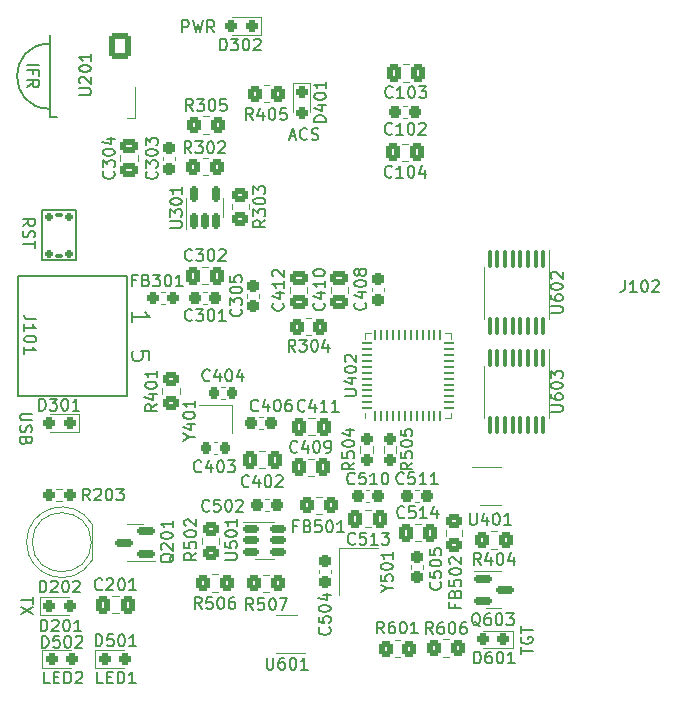
<source format=gbr>
%TF.GenerationSoftware,KiCad,Pcbnew,7.0.5*%
%TF.CreationDate,2023-07-15T17:05:49+09:00*%
%TF.ProjectId,sdmux4,73646d75-7834-42e6-9b69-6361645f7063,rev?*%
%TF.SameCoordinates,Original*%
%TF.FileFunction,Legend,Top*%
%TF.FilePolarity,Positive*%
%FSLAX46Y46*%
G04 Gerber Fmt 4.6, Leading zero omitted, Abs format (unit mm)*
G04 Created by KiCad (PCBNEW 7.0.5) date 2023-07-15 17:05:49*
%MOMM*%
%LPD*%
G01*
G04 APERTURE LIST*
G04 Aperture macros list*
%AMRoundRect*
0 Rectangle with rounded corners*
0 $1 Rounding radius*
0 $2 $3 $4 $5 $6 $7 $8 $9 X,Y pos of 4 corners*
0 Add a 4 corners polygon primitive as box body*
4,1,4,$2,$3,$4,$5,$6,$7,$8,$9,$2,$3,0*
0 Add four circle primitives for the rounded corners*
1,1,$1+$1,$2,$3*
1,1,$1+$1,$4,$5*
1,1,$1+$1,$6,$7*
1,1,$1+$1,$8,$9*
0 Add four rect primitives between the rounded corners*
20,1,$1+$1,$2,$3,$4,$5,0*
20,1,$1+$1,$4,$5,$6,$7,0*
20,1,$1+$1,$6,$7,$8,$9,0*
20,1,$1+$1,$8,$9,$2,$3,0*%
G04 Aperture macros list end*
%ADD10C,0.150000*%
%ADD11C,0.120000*%
%ADD12RoundRect,0.237500X0.237500X-0.300000X0.237500X0.300000X-0.237500X0.300000X-0.237500X-0.300000X0*%
%ADD13RoundRect,0.250000X-0.350000X-0.450000X0.350000X-0.450000X0.350000X0.450000X-0.350000X0.450000X0*%
%ADD14RoundRect,0.237500X0.287500X0.237500X-0.287500X0.237500X-0.287500X-0.237500X0.287500X-0.237500X0*%
%ADD15RoundRect,0.200000X-1.600000X0.200000X-1.600000X-0.200000X1.600000X-0.200000X1.600000X0.200000X0*%
%ADD16RoundRect,0.200000X-1.750000X0.200000X-1.750000X-0.200000X1.750000X-0.200000X1.750000X0.200000X0*%
%ADD17RoundRect,0.250000X0.350000X0.450000X-0.350000X0.450000X-0.350000X-0.450000X0.350000X-0.450000X0*%
%ADD18RoundRect,0.237500X-0.300000X-0.237500X0.300000X-0.237500X0.300000X0.237500X-0.300000X0.237500X0*%
%ADD19RoundRect,0.250000X-0.337500X-0.475000X0.337500X-0.475000X0.337500X0.475000X-0.337500X0.475000X0*%
%ADD20RoundRect,0.150000X-0.587500X-0.150000X0.587500X-0.150000X0.587500X0.150000X-0.587500X0.150000X0*%
%ADD21RoundRect,0.250000X0.337500X0.475000X-0.337500X0.475000X-0.337500X-0.475000X0.337500X-0.475000X0*%
%ADD22RoundRect,0.100000X-0.100000X0.637500X-0.100000X-0.637500X0.100000X-0.637500X0.100000X0.637500X0*%
%ADD23RoundRect,0.062500X0.062500X-0.375000X0.062500X0.375000X-0.062500X0.375000X-0.062500X-0.375000X0*%
%ADD24RoundRect,0.062500X0.375000X-0.062500X0.375000X0.062500X-0.375000X0.062500X-0.375000X-0.062500X0*%
%ADD25C,3.000000*%
%ADD26R,5.150000X5.150000*%
%ADD27R,1.560000X0.650000*%
%ADD28R,0.900000X0.800000*%
%ADD29RoundRect,0.150000X-0.512500X-0.150000X0.512500X-0.150000X0.512500X0.150000X-0.512500X0.150000X0*%
%ADD30RoundRect,0.250000X-0.450000X0.350000X-0.450000X-0.350000X0.450000X-0.350000X0.450000X0.350000X0*%
%ADD31RoundRect,0.237500X-0.287500X-0.237500X0.287500X-0.237500X0.287500X0.237500X-0.287500X0.237500X0*%
%ADD32C,1.200000*%
%ADD33O,2.600000X1.500000*%
%ADD34RoundRect,0.250200X-0.649800X0.849800X-0.649800X-0.849800X0.649800X-0.849800X0.649800X0.849800X0*%
%ADD35O,1.800000X2.200000*%
%ADD36R,1.200000X1.400000*%
%ADD37RoundRect,0.150000X-0.150000X0.175000X-0.150000X-0.175000X0.150000X-0.175000X0.150000X0.175000X0*%
%ADD38RoundRect,0.087500X-0.262500X0.087500X-0.262500X-0.087500X0.262500X-0.087500X0.262500X0.087500X0*%
%ADD39RoundRect,0.250000X0.475000X-0.337500X0.475000X0.337500X-0.475000X0.337500X-0.475000X-0.337500X0*%
%ADD40RoundRect,0.225000X0.225000X0.250000X-0.225000X0.250000X-0.225000X-0.250000X0.225000X-0.250000X0*%
%ADD41RoundRect,0.150000X0.150000X-0.512500X0.150000X0.512500X-0.150000X0.512500X-0.150000X-0.512500X0*%
%ADD42RoundRect,0.250000X-0.325000X-0.450000X0.325000X-0.450000X0.325000X0.450000X-0.325000X0.450000X0*%
%ADD43RoundRect,0.250000X0.450000X-0.325000X0.450000X0.325000X-0.450000X0.325000X-0.450000X-0.325000X0*%
%ADD44RoundRect,0.237500X-0.237500X0.300000X-0.237500X-0.300000X0.237500X-0.300000X0.237500X0.300000X0*%
%ADD45RoundRect,0.237500X0.300000X0.237500X-0.300000X0.237500X-0.300000X-0.237500X0.300000X-0.237500X0*%
%ADD46R,1.800000X1.800000*%
%ADD47C,1.800000*%
%ADD48RoundRect,0.237500X-0.237500X0.250000X-0.237500X-0.250000X0.237500X-0.250000X0.237500X0.250000X0*%
%ADD49RoundRect,0.250000X0.450000X-0.350000X0.450000X0.350000X-0.450000X0.350000X-0.450000X-0.350000X0*%
%ADD50RoundRect,0.237500X-0.237500X0.287500X-0.237500X-0.287500X0.237500X-0.287500X0.237500X0.287500X0*%
%ADD51RoundRect,0.237500X0.250000X0.237500X-0.250000X0.237500X-0.250000X-0.237500X0.250000X-0.237500X0*%
%ADD52RoundRect,0.150000X0.587500X0.150000X-0.587500X0.150000X-0.587500X-0.150000X0.587500X-0.150000X0*%
%ADD53RoundRect,0.225000X-0.225000X-0.250000X0.225000X-0.250000X0.225000X0.250000X-0.225000X0.250000X0*%
G04 APERTURE END LIST*
D10*
X163180952Y-126054819D02*
X162704762Y-126054819D01*
X162704762Y-126054819D02*
X162704762Y-125054819D01*
X163514286Y-125531009D02*
X163847619Y-125531009D01*
X163990476Y-126054819D02*
X163514286Y-126054819D01*
X163514286Y-126054819D02*
X163514286Y-125054819D01*
X163514286Y-125054819D02*
X163990476Y-125054819D01*
X164419048Y-126054819D02*
X164419048Y-125054819D01*
X164419048Y-125054819D02*
X164657143Y-125054819D01*
X164657143Y-125054819D02*
X164800000Y-125102438D01*
X164800000Y-125102438D02*
X164895238Y-125197676D01*
X164895238Y-125197676D02*
X164942857Y-125292914D01*
X164942857Y-125292914D02*
X164990476Y-125483390D01*
X164990476Y-125483390D02*
X164990476Y-125626247D01*
X164990476Y-125626247D02*
X164942857Y-125816723D01*
X164942857Y-125816723D02*
X164895238Y-125911961D01*
X164895238Y-125911961D02*
X164800000Y-126007200D01*
X164800000Y-126007200D02*
X164657143Y-126054819D01*
X164657143Y-126054819D02*
X164419048Y-126054819D01*
X165371429Y-125150057D02*
X165419048Y-125102438D01*
X165419048Y-125102438D02*
X165514286Y-125054819D01*
X165514286Y-125054819D02*
X165752381Y-125054819D01*
X165752381Y-125054819D02*
X165847619Y-125102438D01*
X165847619Y-125102438D02*
X165895238Y-125150057D01*
X165895238Y-125150057D02*
X165942857Y-125245295D01*
X165942857Y-125245295D02*
X165942857Y-125340533D01*
X165942857Y-125340533D02*
X165895238Y-125483390D01*
X165895238Y-125483390D02*
X165323810Y-126054819D01*
X165323810Y-126054819D02*
X165942857Y-126054819D01*
X183495714Y-79749104D02*
X183971904Y-79749104D01*
X183400476Y-80034819D02*
X183733809Y-79034819D01*
X183733809Y-79034819D02*
X184067142Y-80034819D01*
X184971904Y-79939580D02*
X184924285Y-79987200D01*
X184924285Y-79987200D02*
X184781428Y-80034819D01*
X184781428Y-80034819D02*
X184686190Y-80034819D01*
X184686190Y-80034819D02*
X184543333Y-79987200D01*
X184543333Y-79987200D02*
X184448095Y-79891961D01*
X184448095Y-79891961D02*
X184400476Y-79796723D01*
X184400476Y-79796723D02*
X184352857Y-79606247D01*
X184352857Y-79606247D02*
X184352857Y-79463390D01*
X184352857Y-79463390D02*
X184400476Y-79272914D01*
X184400476Y-79272914D02*
X184448095Y-79177676D01*
X184448095Y-79177676D02*
X184543333Y-79082438D01*
X184543333Y-79082438D02*
X184686190Y-79034819D01*
X184686190Y-79034819D02*
X184781428Y-79034819D01*
X184781428Y-79034819D02*
X184924285Y-79082438D01*
X184924285Y-79082438D02*
X184971904Y-79130057D01*
X185352857Y-79987200D02*
X185495714Y-80034819D01*
X185495714Y-80034819D02*
X185733809Y-80034819D01*
X185733809Y-80034819D02*
X185829047Y-79987200D01*
X185829047Y-79987200D02*
X185876666Y-79939580D01*
X185876666Y-79939580D02*
X185924285Y-79844342D01*
X185924285Y-79844342D02*
X185924285Y-79749104D01*
X185924285Y-79749104D02*
X185876666Y-79653866D01*
X185876666Y-79653866D02*
X185829047Y-79606247D01*
X185829047Y-79606247D02*
X185733809Y-79558628D01*
X185733809Y-79558628D02*
X185543333Y-79511009D01*
X185543333Y-79511009D02*
X185448095Y-79463390D01*
X185448095Y-79463390D02*
X185400476Y-79415771D01*
X185400476Y-79415771D02*
X185352857Y-79320533D01*
X185352857Y-79320533D02*
X185352857Y-79225295D01*
X185352857Y-79225295D02*
X185400476Y-79130057D01*
X185400476Y-79130057D02*
X185448095Y-79082438D01*
X185448095Y-79082438D02*
X185543333Y-79034819D01*
X185543333Y-79034819D02*
X185781428Y-79034819D01*
X185781428Y-79034819D02*
X185924285Y-79082438D01*
X174376667Y-70924819D02*
X174376667Y-69924819D01*
X174376667Y-69924819D02*
X174757619Y-69924819D01*
X174757619Y-69924819D02*
X174852857Y-69972438D01*
X174852857Y-69972438D02*
X174900476Y-70020057D01*
X174900476Y-70020057D02*
X174948095Y-70115295D01*
X174948095Y-70115295D02*
X174948095Y-70258152D01*
X174948095Y-70258152D02*
X174900476Y-70353390D01*
X174900476Y-70353390D02*
X174852857Y-70401009D01*
X174852857Y-70401009D02*
X174757619Y-70448628D01*
X174757619Y-70448628D02*
X174376667Y-70448628D01*
X175281429Y-69924819D02*
X175519524Y-70924819D01*
X175519524Y-70924819D02*
X175710000Y-70210533D01*
X175710000Y-70210533D02*
X175900476Y-70924819D01*
X175900476Y-70924819D02*
X176138572Y-69924819D01*
X177090952Y-70924819D02*
X176757619Y-70448628D01*
X176519524Y-70924819D02*
X176519524Y-69924819D01*
X176519524Y-69924819D02*
X176900476Y-69924819D01*
X176900476Y-69924819D02*
X176995714Y-69972438D01*
X176995714Y-69972438D02*
X177043333Y-70020057D01*
X177043333Y-70020057D02*
X177090952Y-70115295D01*
X177090952Y-70115295D02*
X177090952Y-70258152D01*
X177090952Y-70258152D02*
X177043333Y-70353390D01*
X177043333Y-70353390D02*
X176995714Y-70401009D01*
X176995714Y-70401009D02*
X176900476Y-70448628D01*
X176900476Y-70448628D02*
X176519524Y-70448628D01*
X167680952Y-126054819D02*
X167204762Y-126054819D01*
X167204762Y-126054819D02*
X167204762Y-125054819D01*
X168014286Y-125531009D02*
X168347619Y-125531009D01*
X168490476Y-126054819D02*
X168014286Y-126054819D01*
X168014286Y-126054819D02*
X168014286Y-125054819D01*
X168014286Y-125054819D02*
X168490476Y-125054819D01*
X168919048Y-126054819D02*
X168919048Y-125054819D01*
X168919048Y-125054819D02*
X169157143Y-125054819D01*
X169157143Y-125054819D02*
X169300000Y-125102438D01*
X169300000Y-125102438D02*
X169395238Y-125197676D01*
X169395238Y-125197676D02*
X169442857Y-125292914D01*
X169442857Y-125292914D02*
X169490476Y-125483390D01*
X169490476Y-125483390D02*
X169490476Y-125626247D01*
X169490476Y-125626247D02*
X169442857Y-125816723D01*
X169442857Y-125816723D02*
X169395238Y-125911961D01*
X169395238Y-125911961D02*
X169300000Y-126007200D01*
X169300000Y-126007200D02*
X169157143Y-126054819D01*
X169157143Y-126054819D02*
X168919048Y-126054819D01*
X170442857Y-126054819D02*
X169871429Y-126054819D01*
X170157143Y-126054819D02*
X170157143Y-125054819D01*
X170157143Y-125054819D02*
X170061905Y-125197676D01*
X170061905Y-125197676D02*
X169966667Y-125292914D01*
X169966667Y-125292914D02*
X169871429Y-125340533D01*
X161745180Y-118738095D02*
X161745180Y-119309523D01*
X160745180Y-119023809D02*
X161745180Y-119023809D01*
X161745180Y-119547619D02*
X160745180Y-120214285D01*
X161745180Y-120214285D02*
X160745180Y-119547619D01*
X160895180Y-87342380D02*
X161371371Y-87009047D01*
X160895180Y-86770952D02*
X161895180Y-86770952D01*
X161895180Y-86770952D02*
X161895180Y-87151904D01*
X161895180Y-87151904D02*
X161847561Y-87247142D01*
X161847561Y-87247142D02*
X161799942Y-87294761D01*
X161799942Y-87294761D02*
X161704704Y-87342380D01*
X161704704Y-87342380D02*
X161561847Y-87342380D01*
X161561847Y-87342380D02*
X161466609Y-87294761D01*
X161466609Y-87294761D02*
X161418990Y-87247142D01*
X161418990Y-87247142D02*
X161371371Y-87151904D01*
X161371371Y-87151904D02*
X161371371Y-86770952D01*
X160942800Y-87723333D02*
X160895180Y-87866190D01*
X160895180Y-87866190D02*
X160895180Y-88104285D01*
X160895180Y-88104285D02*
X160942800Y-88199523D01*
X160942800Y-88199523D02*
X160990419Y-88247142D01*
X160990419Y-88247142D02*
X161085657Y-88294761D01*
X161085657Y-88294761D02*
X161180895Y-88294761D01*
X161180895Y-88294761D02*
X161276133Y-88247142D01*
X161276133Y-88247142D02*
X161323752Y-88199523D01*
X161323752Y-88199523D02*
X161371371Y-88104285D01*
X161371371Y-88104285D02*
X161418990Y-87913809D01*
X161418990Y-87913809D02*
X161466609Y-87818571D01*
X161466609Y-87818571D02*
X161514228Y-87770952D01*
X161514228Y-87770952D02*
X161609466Y-87723333D01*
X161609466Y-87723333D02*
X161704704Y-87723333D01*
X161704704Y-87723333D02*
X161799942Y-87770952D01*
X161799942Y-87770952D02*
X161847561Y-87818571D01*
X161847561Y-87818571D02*
X161895180Y-87913809D01*
X161895180Y-87913809D02*
X161895180Y-88151904D01*
X161895180Y-88151904D02*
X161847561Y-88294761D01*
X161895180Y-88580476D02*
X161895180Y-89151904D01*
X160895180Y-88866190D02*
X161895180Y-88866190D01*
X161245180Y-73671429D02*
X162245180Y-73671429D01*
X161768990Y-74480952D02*
X161768990Y-74147619D01*
X161245180Y-74147619D02*
X162245180Y-74147619D01*
X162245180Y-74147619D02*
X162245180Y-74623809D01*
X161245180Y-75576190D02*
X161721371Y-75242857D01*
X161245180Y-75004762D02*
X162245180Y-75004762D01*
X162245180Y-75004762D02*
X162245180Y-75385714D01*
X162245180Y-75385714D02*
X162197561Y-75480952D01*
X162197561Y-75480952D02*
X162149942Y-75528571D01*
X162149942Y-75528571D02*
X162054704Y-75576190D01*
X162054704Y-75576190D02*
X161911847Y-75576190D01*
X161911847Y-75576190D02*
X161816609Y-75528571D01*
X161816609Y-75528571D02*
X161768990Y-75480952D01*
X161768990Y-75480952D02*
X161721371Y-75385714D01*
X161721371Y-75385714D02*
X161721371Y-75004762D01*
X203054819Y-123566666D02*
X203054819Y-122995238D01*
X204054819Y-123280952D02*
X203054819Y-123280952D01*
X203102438Y-122138095D02*
X203054819Y-122233333D01*
X203054819Y-122233333D02*
X203054819Y-122376190D01*
X203054819Y-122376190D02*
X203102438Y-122519047D01*
X203102438Y-122519047D02*
X203197676Y-122614285D01*
X203197676Y-122614285D02*
X203292914Y-122661904D01*
X203292914Y-122661904D02*
X203483390Y-122709523D01*
X203483390Y-122709523D02*
X203626247Y-122709523D01*
X203626247Y-122709523D02*
X203816723Y-122661904D01*
X203816723Y-122661904D02*
X203911961Y-122614285D01*
X203911961Y-122614285D02*
X204007200Y-122519047D01*
X204007200Y-122519047D02*
X204054819Y-122376190D01*
X204054819Y-122376190D02*
X204054819Y-122280952D01*
X204054819Y-122280952D02*
X204007200Y-122138095D01*
X204007200Y-122138095D02*
X203959580Y-122090476D01*
X203959580Y-122090476D02*
X203626247Y-122090476D01*
X203626247Y-122090476D02*
X203626247Y-122280952D01*
X203054819Y-121804761D02*
X203054819Y-121233333D01*
X204054819Y-121519047D02*
X203054819Y-121519047D01*
X161675180Y-103208095D02*
X160865657Y-103208095D01*
X160865657Y-103208095D02*
X160770419Y-103255714D01*
X160770419Y-103255714D02*
X160722800Y-103303333D01*
X160722800Y-103303333D02*
X160675180Y-103398571D01*
X160675180Y-103398571D02*
X160675180Y-103589047D01*
X160675180Y-103589047D02*
X160722800Y-103684285D01*
X160722800Y-103684285D02*
X160770419Y-103731904D01*
X160770419Y-103731904D02*
X160865657Y-103779523D01*
X160865657Y-103779523D02*
X161675180Y-103779523D01*
X160722800Y-104208095D02*
X160675180Y-104350952D01*
X160675180Y-104350952D02*
X160675180Y-104589047D01*
X160675180Y-104589047D02*
X160722800Y-104684285D01*
X160722800Y-104684285D02*
X160770419Y-104731904D01*
X160770419Y-104731904D02*
X160865657Y-104779523D01*
X160865657Y-104779523D02*
X160960895Y-104779523D01*
X160960895Y-104779523D02*
X161056133Y-104731904D01*
X161056133Y-104731904D02*
X161103752Y-104684285D01*
X161103752Y-104684285D02*
X161151371Y-104589047D01*
X161151371Y-104589047D02*
X161198990Y-104398571D01*
X161198990Y-104398571D02*
X161246609Y-104303333D01*
X161246609Y-104303333D02*
X161294228Y-104255714D01*
X161294228Y-104255714D02*
X161389466Y-104208095D01*
X161389466Y-104208095D02*
X161484704Y-104208095D01*
X161484704Y-104208095D02*
X161579942Y-104255714D01*
X161579942Y-104255714D02*
X161627561Y-104303333D01*
X161627561Y-104303333D02*
X161675180Y-104398571D01*
X161675180Y-104398571D02*
X161675180Y-104636666D01*
X161675180Y-104636666D02*
X161627561Y-104779523D01*
X161198990Y-105541428D02*
X161151371Y-105684285D01*
X161151371Y-105684285D02*
X161103752Y-105731904D01*
X161103752Y-105731904D02*
X161008514Y-105779523D01*
X161008514Y-105779523D02*
X160865657Y-105779523D01*
X160865657Y-105779523D02*
X160770419Y-105731904D01*
X160770419Y-105731904D02*
X160722800Y-105684285D01*
X160722800Y-105684285D02*
X160675180Y-105589047D01*
X160675180Y-105589047D02*
X160675180Y-105208095D01*
X160675180Y-105208095D02*
X161675180Y-105208095D01*
X161675180Y-105208095D02*
X161675180Y-105541428D01*
X161675180Y-105541428D02*
X161627561Y-105636666D01*
X161627561Y-105636666D02*
X161579942Y-105684285D01*
X161579942Y-105684285D02*
X161484704Y-105731904D01*
X161484704Y-105731904D02*
X161389466Y-105731904D01*
X161389466Y-105731904D02*
X161294228Y-105684285D01*
X161294228Y-105684285D02*
X161246609Y-105636666D01*
X161246609Y-105636666D02*
X161198990Y-105541428D01*
X161198990Y-105541428D02*
X161198990Y-105208095D01*
%TO.C,C408*%
X189867080Y-93811547D02*
X189914700Y-93859166D01*
X189914700Y-93859166D02*
X189962319Y-94002023D01*
X189962319Y-94002023D02*
X189962319Y-94097261D01*
X189962319Y-94097261D02*
X189914700Y-94240118D01*
X189914700Y-94240118D02*
X189819461Y-94335356D01*
X189819461Y-94335356D02*
X189724223Y-94382975D01*
X189724223Y-94382975D02*
X189533747Y-94430594D01*
X189533747Y-94430594D02*
X189390890Y-94430594D01*
X189390890Y-94430594D02*
X189200414Y-94382975D01*
X189200414Y-94382975D02*
X189105176Y-94335356D01*
X189105176Y-94335356D02*
X189009938Y-94240118D01*
X189009938Y-94240118D02*
X188962319Y-94097261D01*
X188962319Y-94097261D02*
X188962319Y-94002023D01*
X188962319Y-94002023D02*
X189009938Y-93859166D01*
X189009938Y-93859166D02*
X189057557Y-93811547D01*
X189295652Y-92954404D02*
X189962319Y-92954404D01*
X188914700Y-93192499D02*
X189628985Y-93430594D01*
X189628985Y-93430594D02*
X189628985Y-92811547D01*
X188962319Y-92240118D02*
X188962319Y-92144880D01*
X188962319Y-92144880D02*
X189009938Y-92049642D01*
X189009938Y-92049642D02*
X189057557Y-92002023D01*
X189057557Y-92002023D02*
X189152795Y-91954404D01*
X189152795Y-91954404D02*
X189343271Y-91906785D01*
X189343271Y-91906785D02*
X189581366Y-91906785D01*
X189581366Y-91906785D02*
X189771842Y-91954404D01*
X189771842Y-91954404D02*
X189867080Y-92002023D01*
X189867080Y-92002023D02*
X189914700Y-92049642D01*
X189914700Y-92049642D02*
X189962319Y-92144880D01*
X189962319Y-92144880D02*
X189962319Y-92240118D01*
X189962319Y-92240118D02*
X189914700Y-92335356D01*
X189914700Y-92335356D02*
X189867080Y-92382975D01*
X189867080Y-92382975D02*
X189771842Y-92430594D01*
X189771842Y-92430594D02*
X189581366Y-92478213D01*
X189581366Y-92478213D02*
X189343271Y-92478213D01*
X189343271Y-92478213D02*
X189152795Y-92430594D01*
X189152795Y-92430594D02*
X189057557Y-92382975D01*
X189057557Y-92382975D02*
X189009938Y-92335356D01*
X189009938Y-92335356D02*
X188962319Y-92240118D01*
X189390890Y-91335356D02*
X189343271Y-91430594D01*
X189343271Y-91430594D02*
X189295652Y-91478213D01*
X189295652Y-91478213D02*
X189200414Y-91525832D01*
X189200414Y-91525832D02*
X189152795Y-91525832D01*
X189152795Y-91525832D02*
X189057557Y-91478213D01*
X189057557Y-91478213D02*
X189009938Y-91430594D01*
X189009938Y-91430594D02*
X188962319Y-91335356D01*
X188962319Y-91335356D02*
X188962319Y-91144880D01*
X188962319Y-91144880D02*
X189009938Y-91049642D01*
X189009938Y-91049642D02*
X189057557Y-91002023D01*
X189057557Y-91002023D02*
X189152795Y-90954404D01*
X189152795Y-90954404D02*
X189200414Y-90954404D01*
X189200414Y-90954404D02*
X189295652Y-91002023D01*
X189295652Y-91002023D02*
X189343271Y-91049642D01*
X189343271Y-91049642D02*
X189390890Y-91144880D01*
X189390890Y-91144880D02*
X189390890Y-91335356D01*
X189390890Y-91335356D02*
X189438509Y-91430594D01*
X189438509Y-91430594D02*
X189486128Y-91478213D01*
X189486128Y-91478213D02*
X189581366Y-91525832D01*
X189581366Y-91525832D02*
X189771842Y-91525832D01*
X189771842Y-91525832D02*
X189867080Y-91478213D01*
X189867080Y-91478213D02*
X189914700Y-91430594D01*
X189914700Y-91430594D02*
X189962319Y-91335356D01*
X189962319Y-91335356D02*
X189962319Y-91144880D01*
X189962319Y-91144880D02*
X189914700Y-91049642D01*
X189914700Y-91049642D02*
X189867080Y-91002023D01*
X189867080Y-91002023D02*
X189771842Y-90954404D01*
X189771842Y-90954404D02*
X189581366Y-90954404D01*
X189581366Y-90954404D02*
X189486128Y-91002023D01*
X189486128Y-91002023D02*
X189438509Y-91049642D01*
X189438509Y-91049642D02*
X189390890Y-91144880D01*
%TO.C,R305*%
X175290952Y-77574819D02*
X174957619Y-77098628D01*
X174719524Y-77574819D02*
X174719524Y-76574819D01*
X174719524Y-76574819D02*
X175100476Y-76574819D01*
X175100476Y-76574819D02*
X175195714Y-76622438D01*
X175195714Y-76622438D02*
X175243333Y-76670057D01*
X175243333Y-76670057D02*
X175290952Y-76765295D01*
X175290952Y-76765295D02*
X175290952Y-76908152D01*
X175290952Y-76908152D02*
X175243333Y-77003390D01*
X175243333Y-77003390D02*
X175195714Y-77051009D01*
X175195714Y-77051009D02*
X175100476Y-77098628D01*
X175100476Y-77098628D02*
X174719524Y-77098628D01*
X175624286Y-76574819D02*
X176243333Y-76574819D01*
X176243333Y-76574819D02*
X175910000Y-76955771D01*
X175910000Y-76955771D02*
X176052857Y-76955771D01*
X176052857Y-76955771D02*
X176148095Y-77003390D01*
X176148095Y-77003390D02*
X176195714Y-77051009D01*
X176195714Y-77051009D02*
X176243333Y-77146247D01*
X176243333Y-77146247D02*
X176243333Y-77384342D01*
X176243333Y-77384342D02*
X176195714Y-77479580D01*
X176195714Y-77479580D02*
X176148095Y-77527200D01*
X176148095Y-77527200D02*
X176052857Y-77574819D01*
X176052857Y-77574819D02*
X175767143Y-77574819D01*
X175767143Y-77574819D02*
X175671905Y-77527200D01*
X175671905Y-77527200D02*
X175624286Y-77479580D01*
X176862381Y-76574819D02*
X176957619Y-76574819D01*
X176957619Y-76574819D02*
X177052857Y-76622438D01*
X177052857Y-76622438D02*
X177100476Y-76670057D01*
X177100476Y-76670057D02*
X177148095Y-76765295D01*
X177148095Y-76765295D02*
X177195714Y-76955771D01*
X177195714Y-76955771D02*
X177195714Y-77193866D01*
X177195714Y-77193866D02*
X177148095Y-77384342D01*
X177148095Y-77384342D02*
X177100476Y-77479580D01*
X177100476Y-77479580D02*
X177052857Y-77527200D01*
X177052857Y-77527200D02*
X176957619Y-77574819D01*
X176957619Y-77574819D02*
X176862381Y-77574819D01*
X176862381Y-77574819D02*
X176767143Y-77527200D01*
X176767143Y-77527200D02*
X176719524Y-77479580D01*
X176719524Y-77479580D02*
X176671905Y-77384342D01*
X176671905Y-77384342D02*
X176624286Y-77193866D01*
X176624286Y-77193866D02*
X176624286Y-76955771D01*
X176624286Y-76955771D02*
X176671905Y-76765295D01*
X176671905Y-76765295D02*
X176719524Y-76670057D01*
X176719524Y-76670057D02*
X176767143Y-76622438D01*
X176767143Y-76622438D02*
X176862381Y-76574819D01*
X178100476Y-76574819D02*
X177624286Y-76574819D01*
X177624286Y-76574819D02*
X177576667Y-77051009D01*
X177576667Y-77051009D02*
X177624286Y-77003390D01*
X177624286Y-77003390D02*
X177719524Y-76955771D01*
X177719524Y-76955771D02*
X177957619Y-76955771D01*
X177957619Y-76955771D02*
X178052857Y-77003390D01*
X178052857Y-77003390D02*
X178100476Y-77051009D01*
X178100476Y-77051009D02*
X178148095Y-77146247D01*
X178148095Y-77146247D02*
X178148095Y-77384342D01*
X178148095Y-77384342D02*
X178100476Y-77479580D01*
X178100476Y-77479580D02*
X178052857Y-77527200D01*
X178052857Y-77527200D02*
X177957619Y-77574819D01*
X177957619Y-77574819D02*
X177719524Y-77574819D01*
X177719524Y-77574819D02*
X177624286Y-77527200D01*
X177624286Y-77527200D02*
X177576667Y-77479580D01*
%TO.C,D301*%
X162262024Y-102954819D02*
X162262024Y-101954819D01*
X162262024Y-101954819D02*
X162500119Y-101954819D01*
X162500119Y-101954819D02*
X162642976Y-102002438D01*
X162642976Y-102002438D02*
X162738214Y-102097676D01*
X162738214Y-102097676D02*
X162785833Y-102192914D01*
X162785833Y-102192914D02*
X162833452Y-102383390D01*
X162833452Y-102383390D02*
X162833452Y-102526247D01*
X162833452Y-102526247D02*
X162785833Y-102716723D01*
X162785833Y-102716723D02*
X162738214Y-102811961D01*
X162738214Y-102811961D02*
X162642976Y-102907200D01*
X162642976Y-102907200D02*
X162500119Y-102954819D01*
X162500119Y-102954819D02*
X162262024Y-102954819D01*
X163166786Y-101954819D02*
X163785833Y-101954819D01*
X163785833Y-101954819D02*
X163452500Y-102335771D01*
X163452500Y-102335771D02*
X163595357Y-102335771D01*
X163595357Y-102335771D02*
X163690595Y-102383390D01*
X163690595Y-102383390D02*
X163738214Y-102431009D01*
X163738214Y-102431009D02*
X163785833Y-102526247D01*
X163785833Y-102526247D02*
X163785833Y-102764342D01*
X163785833Y-102764342D02*
X163738214Y-102859580D01*
X163738214Y-102859580D02*
X163690595Y-102907200D01*
X163690595Y-102907200D02*
X163595357Y-102954819D01*
X163595357Y-102954819D02*
X163309643Y-102954819D01*
X163309643Y-102954819D02*
X163214405Y-102907200D01*
X163214405Y-102907200D02*
X163166786Y-102859580D01*
X164404881Y-101954819D02*
X164500119Y-101954819D01*
X164500119Y-101954819D02*
X164595357Y-102002438D01*
X164595357Y-102002438D02*
X164642976Y-102050057D01*
X164642976Y-102050057D02*
X164690595Y-102145295D01*
X164690595Y-102145295D02*
X164738214Y-102335771D01*
X164738214Y-102335771D02*
X164738214Y-102573866D01*
X164738214Y-102573866D02*
X164690595Y-102764342D01*
X164690595Y-102764342D02*
X164642976Y-102859580D01*
X164642976Y-102859580D02*
X164595357Y-102907200D01*
X164595357Y-102907200D02*
X164500119Y-102954819D01*
X164500119Y-102954819D02*
X164404881Y-102954819D01*
X164404881Y-102954819D02*
X164309643Y-102907200D01*
X164309643Y-102907200D02*
X164262024Y-102859580D01*
X164262024Y-102859580D02*
X164214405Y-102764342D01*
X164214405Y-102764342D02*
X164166786Y-102573866D01*
X164166786Y-102573866D02*
X164166786Y-102335771D01*
X164166786Y-102335771D02*
X164214405Y-102145295D01*
X164214405Y-102145295D02*
X164262024Y-102050057D01*
X164262024Y-102050057D02*
X164309643Y-102002438D01*
X164309643Y-102002438D02*
X164404881Y-101954819D01*
X165690595Y-102954819D02*
X165119167Y-102954819D01*
X165404881Y-102954819D02*
X165404881Y-101954819D01*
X165404881Y-101954819D02*
X165309643Y-102097676D01*
X165309643Y-102097676D02*
X165214405Y-102192914D01*
X165214405Y-102192914D02*
X165119167Y-102240533D01*
%TO.C,J102*%
X211855285Y-91909819D02*
X211855285Y-92624104D01*
X211855285Y-92624104D02*
X211807666Y-92766961D01*
X211807666Y-92766961D02*
X211712428Y-92862200D01*
X211712428Y-92862200D02*
X211569571Y-92909819D01*
X211569571Y-92909819D02*
X211474333Y-92909819D01*
X212855285Y-92909819D02*
X212283857Y-92909819D01*
X212569571Y-92909819D02*
X212569571Y-91909819D01*
X212569571Y-91909819D02*
X212474333Y-92052676D01*
X212474333Y-92052676D02*
X212379095Y-92147914D01*
X212379095Y-92147914D02*
X212283857Y-92195533D01*
X213474333Y-91909819D02*
X213569571Y-91909819D01*
X213569571Y-91909819D02*
X213664809Y-91957438D01*
X213664809Y-91957438D02*
X213712428Y-92005057D01*
X213712428Y-92005057D02*
X213760047Y-92100295D01*
X213760047Y-92100295D02*
X213807666Y-92290771D01*
X213807666Y-92290771D02*
X213807666Y-92528866D01*
X213807666Y-92528866D02*
X213760047Y-92719342D01*
X213760047Y-92719342D02*
X213712428Y-92814580D01*
X213712428Y-92814580D02*
X213664809Y-92862200D01*
X213664809Y-92862200D02*
X213569571Y-92909819D01*
X213569571Y-92909819D02*
X213474333Y-92909819D01*
X213474333Y-92909819D02*
X213379095Y-92862200D01*
X213379095Y-92862200D02*
X213331476Y-92814580D01*
X213331476Y-92814580D02*
X213283857Y-92719342D01*
X213283857Y-92719342D02*
X213236238Y-92528866D01*
X213236238Y-92528866D02*
X213236238Y-92290771D01*
X213236238Y-92290771D02*
X213283857Y-92100295D01*
X213283857Y-92100295D02*
X213331476Y-92005057D01*
X213331476Y-92005057D02*
X213379095Y-91957438D01*
X213379095Y-91957438D02*
X213474333Y-91909819D01*
X214188619Y-92005057D02*
X214236238Y-91957438D01*
X214236238Y-91957438D02*
X214331476Y-91909819D01*
X214331476Y-91909819D02*
X214569571Y-91909819D01*
X214569571Y-91909819D02*
X214664809Y-91957438D01*
X214664809Y-91957438D02*
X214712428Y-92005057D01*
X214712428Y-92005057D02*
X214760047Y-92100295D01*
X214760047Y-92100295D02*
X214760047Y-92195533D01*
X214760047Y-92195533D02*
X214712428Y-92338390D01*
X214712428Y-92338390D02*
X214141000Y-92909819D01*
X214141000Y-92909819D02*
X214760047Y-92909819D01*
%TO.C,R304*%
X183970952Y-97954819D02*
X183637619Y-97478628D01*
X183399524Y-97954819D02*
X183399524Y-96954819D01*
X183399524Y-96954819D02*
X183780476Y-96954819D01*
X183780476Y-96954819D02*
X183875714Y-97002438D01*
X183875714Y-97002438D02*
X183923333Y-97050057D01*
X183923333Y-97050057D02*
X183970952Y-97145295D01*
X183970952Y-97145295D02*
X183970952Y-97288152D01*
X183970952Y-97288152D02*
X183923333Y-97383390D01*
X183923333Y-97383390D02*
X183875714Y-97431009D01*
X183875714Y-97431009D02*
X183780476Y-97478628D01*
X183780476Y-97478628D02*
X183399524Y-97478628D01*
X184304286Y-96954819D02*
X184923333Y-96954819D01*
X184923333Y-96954819D02*
X184590000Y-97335771D01*
X184590000Y-97335771D02*
X184732857Y-97335771D01*
X184732857Y-97335771D02*
X184828095Y-97383390D01*
X184828095Y-97383390D02*
X184875714Y-97431009D01*
X184875714Y-97431009D02*
X184923333Y-97526247D01*
X184923333Y-97526247D02*
X184923333Y-97764342D01*
X184923333Y-97764342D02*
X184875714Y-97859580D01*
X184875714Y-97859580D02*
X184828095Y-97907200D01*
X184828095Y-97907200D02*
X184732857Y-97954819D01*
X184732857Y-97954819D02*
X184447143Y-97954819D01*
X184447143Y-97954819D02*
X184351905Y-97907200D01*
X184351905Y-97907200D02*
X184304286Y-97859580D01*
X185542381Y-96954819D02*
X185637619Y-96954819D01*
X185637619Y-96954819D02*
X185732857Y-97002438D01*
X185732857Y-97002438D02*
X185780476Y-97050057D01*
X185780476Y-97050057D02*
X185828095Y-97145295D01*
X185828095Y-97145295D02*
X185875714Y-97335771D01*
X185875714Y-97335771D02*
X185875714Y-97573866D01*
X185875714Y-97573866D02*
X185828095Y-97764342D01*
X185828095Y-97764342D02*
X185780476Y-97859580D01*
X185780476Y-97859580D02*
X185732857Y-97907200D01*
X185732857Y-97907200D02*
X185637619Y-97954819D01*
X185637619Y-97954819D02*
X185542381Y-97954819D01*
X185542381Y-97954819D02*
X185447143Y-97907200D01*
X185447143Y-97907200D02*
X185399524Y-97859580D01*
X185399524Y-97859580D02*
X185351905Y-97764342D01*
X185351905Y-97764342D02*
X185304286Y-97573866D01*
X185304286Y-97573866D02*
X185304286Y-97335771D01*
X185304286Y-97335771D02*
X185351905Y-97145295D01*
X185351905Y-97145295D02*
X185399524Y-97050057D01*
X185399524Y-97050057D02*
X185447143Y-97002438D01*
X185447143Y-97002438D02*
X185542381Y-96954819D01*
X186732857Y-97288152D02*
X186732857Y-97954819D01*
X186494762Y-96907200D02*
X186256667Y-97621485D01*
X186256667Y-97621485D02*
X186875714Y-97621485D01*
%TO.C,C510*%
X188980952Y-109109580D02*
X188933333Y-109157200D01*
X188933333Y-109157200D02*
X188790476Y-109204819D01*
X188790476Y-109204819D02*
X188695238Y-109204819D01*
X188695238Y-109204819D02*
X188552381Y-109157200D01*
X188552381Y-109157200D02*
X188457143Y-109061961D01*
X188457143Y-109061961D02*
X188409524Y-108966723D01*
X188409524Y-108966723D02*
X188361905Y-108776247D01*
X188361905Y-108776247D02*
X188361905Y-108633390D01*
X188361905Y-108633390D02*
X188409524Y-108442914D01*
X188409524Y-108442914D02*
X188457143Y-108347676D01*
X188457143Y-108347676D02*
X188552381Y-108252438D01*
X188552381Y-108252438D02*
X188695238Y-108204819D01*
X188695238Y-108204819D02*
X188790476Y-108204819D01*
X188790476Y-108204819D02*
X188933333Y-108252438D01*
X188933333Y-108252438D02*
X188980952Y-108300057D01*
X189885714Y-108204819D02*
X189409524Y-108204819D01*
X189409524Y-108204819D02*
X189361905Y-108681009D01*
X189361905Y-108681009D02*
X189409524Y-108633390D01*
X189409524Y-108633390D02*
X189504762Y-108585771D01*
X189504762Y-108585771D02*
X189742857Y-108585771D01*
X189742857Y-108585771D02*
X189838095Y-108633390D01*
X189838095Y-108633390D02*
X189885714Y-108681009D01*
X189885714Y-108681009D02*
X189933333Y-108776247D01*
X189933333Y-108776247D02*
X189933333Y-109014342D01*
X189933333Y-109014342D02*
X189885714Y-109109580D01*
X189885714Y-109109580D02*
X189838095Y-109157200D01*
X189838095Y-109157200D02*
X189742857Y-109204819D01*
X189742857Y-109204819D02*
X189504762Y-109204819D01*
X189504762Y-109204819D02*
X189409524Y-109157200D01*
X189409524Y-109157200D02*
X189361905Y-109109580D01*
X190885714Y-109204819D02*
X190314286Y-109204819D01*
X190600000Y-109204819D02*
X190600000Y-108204819D01*
X190600000Y-108204819D02*
X190504762Y-108347676D01*
X190504762Y-108347676D02*
X190409524Y-108442914D01*
X190409524Y-108442914D02*
X190314286Y-108490533D01*
X191504762Y-108204819D02*
X191600000Y-108204819D01*
X191600000Y-108204819D02*
X191695238Y-108252438D01*
X191695238Y-108252438D02*
X191742857Y-108300057D01*
X191742857Y-108300057D02*
X191790476Y-108395295D01*
X191790476Y-108395295D02*
X191838095Y-108585771D01*
X191838095Y-108585771D02*
X191838095Y-108823866D01*
X191838095Y-108823866D02*
X191790476Y-109014342D01*
X191790476Y-109014342D02*
X191742857Y-109109580D01*
X191742857Y-109109580D02*
X191695238Y-109157200D01*
X191695238Y-109157200D02*
X191600000Y-109204819D01*
X191600000Y-109204819D02*
X191504762Y-109204819D01*
X191504762Y-109204819D02*
X191409524Y-109157200D01*
X191409524Y-109157200D02*
X191361905Y-109109580D01*
X191361905Y-109109580D02*
X191314286Y-109014342D01*
X191314286Y-109014342D02*
X191266667Y-108823866D01*
X191266667Y-108823866D02*
X191266667Y-108585771D01*
X191266667Y-108585771D02*
X191314286Y-108395295D01*
X191314286Y-108395295D02*
X191361905Y-108300057D01*
X191361905Y-108300057D02*
X191409524Y-108252438D01*
X191409524Y-108252438D02*
X191504762Y-108204819D01*
%TO.C,C303*%
X172209580Y-82719047D02*
X172257200Y-82766666D01*
X172257200Y-82766666D02*
X172304819Y-82909523D01*
X172304819Y-82909523D02*
X172304819Y-83004761D01*
X172304819Y-83004761D02*
X172257200Y-83147618D01*
X172257200Y-83147618D02*
X172161961Y-83242856D01*
X172161961Y-83242856D02*
X172066723Y-83290475D01*
X172066723Y-83290475D02*
X171876247Y-83338094D01*
X171876247Y-83338094D02*
X171733390Y-83338094D01*
X171733390Y-83338094D02*
X171542914Y-83290475D01*
X171542914Y-83290475D02*
X171447676Y-83242856D01*
X171447676Y-83242856D02*
X171352438Y-83147618D01*
X171352438Y-83147618D02*
X171304819Y-83004761D01*
X171304819Y-83004761D02*
X171304819Y-82909523D01*
X171304819Y-82909523D02*
X171352438Y-82766666D01*
X171352438Y-82766666D02*
X171400057Y-82719047D01*
X171304819Y-82385713D02*
X171304819Y-81766666D01*
X171304819Y-81766666D02*
X171685771Y-82099999D01*
X171685771Y-82099999D02*
X171685771Y-81957142D01*
X171685771Y-81957142D02*
X171733390Y-81861904D01*
X171733390Y-81861904D02*
X171781009Y-81814285D01*
X171781009Y-81814285D02*
X171876247Y-81766666D01*
X171876247Y-81766666D02*
X172114342Y-81766666D01*
X172114342Y-81766666D02*
X172209580Y-81814285D01*
X172209580Y-81814285D02*
X172257200Y-81861904D01*
X172257200Y-81861904D02*
X172304819Y-81957142D01*
X172304819Y-81957142D02*
X172304819Y-82242856D01*
X172304819Y-82242856D02*
X172257200Y-82338094D01*
X172257200Y-82338094D02*
X172209580Y-82385713D01*
X171304819Y-81147618D02*
X171304819Y-81052380D01*
X171304819Y-81052380D02*
X171352438Y-80957142D01*
X171352438Y-80957142D02*
X171400057Y-80909523D01*
X171400057Y-80909523D02*
X171495295Y-80861904D01*
X171495295Y-80861904D02*
X171685771Y-80814285D01*
X171685771Y-80814285D02*
X171923866Y-80814285D01*
X171923866Y-80814285D02*
X172114342Y-80861904D01*
X172114342Y-80861904D02*
X172209580Y-80909523D01*
X172209580Y-80909523D02*
X172257200Y-80957142D01*
X172257200Y-80957142D02*
X172304819Y-81052380D01*
X172304819Y-81052380D02*
X172304819Y-81147618D01*
X172304819Y-81147618D02*
X172257200Y-81242856D01*
X172257200Y-81242856D02*
X172209580Y-81290475D01*
X172209580Y-81290475D02*
X172114342Y-81338094D01*
X172114342Y-81338094D02*
X171923866Y-81385713D01*
X171923866Y-81385713D02*
X171685771Y-81385713D01*
X171685771Y-81385713D02*
X171495295Y-81338094D01*
X171495295Y-81338094D02*
X171400057Y-81290475D01*
X171400057Y-81290475D02*
X171352438Y-81242856D01*
X171352438Y-81242856D02*
X171304819Y-81147618D01*
X171304819Y-80480951D02*
X171304819Y-79861904D01*
X171304819Y-79861904D02*
X171685771Y-80195237D01*
X171685771Y-80195237D02*
X171685771Y-80052380D01*
X171685771Y-80052380D02*
X171733390Y-79957142D01*
X171733390Y-79957142D02*
X171781009Y-79909523D01*
X171781009Y-79909523D02*
X171876247Y-79861904D01*
X171876247Y-79861904D02*
X172114342Y-79861904D01*
X172114342Y-79861904D02*
X172209580Y-79909523D01*
X172209580Y-79909523D02*
X172257200Y-79957142D01*
X172257200Y-79957142D02*
X172304819Y-80052380D01*
X172304819Y-80052380D02*
X172304819Y-80338094D01*
X172304819Y-80338094D02*
X172257200Y-80433332D01*
X172257200Y-80433332D02*
X172209580Y-80480951D01*
%TO.C,C302*%
X175210952Y-90199580D02*
X175163333Y-90247200D01*
X175163333Y-90247200D02*
X175020476Y-90294819D01*
X175020476Y-90294819D02*
X174925238Y-90294819D01*
X174925238Y-90294819D02*
X174782381Y-90247200D01*
X174782381Y-90247200D02*
X174687143Y-90151961D01*
X174687143Y-90151961D02*
X174639524Y-90056723D01*
X174639524Y-90056723D02*
X174591905Y-89866247D01*
X174591905Y-89866247D02*
X174591905Y-89723390D01*
X174591905Y-89723390D02*
X174639524Y-89532914D01*
X174639524Y-89532914D02*
X174687143Y-89437676D01*
X174687143Y-89437676D02*
X174782381Y-89342438D01*
X174782381Y-89342438D02*
X174925238Y-89294819D01*
X174925238Y-89294819D02*
X175020476Y-89294819D01*
X175020476Y-89294819D02*
X175163333Y-89342438D01*
X175163333Y-89342438D02*
X175210952Y-89390057D01*
X175544286Y-89294819D02*
X176163333Y-89294819D01*
X176163333Y-89294819D02*
X175830000Y-89675771D01*
X175830000Y-89675771D02*
X175972857Y-89675771D01*
X175972857Y-89675771D02*
X176068095Y-89723390D01*
X176068095Y-89723390D02*
X176115714Y-89771009D01*
X176115714Y-89771009D02*
X176163333Y-89866247D01*
X176163333Y-89866247D02*
X176163333Y-90104342D01*
X176163333Y-90104342D02*
X176115714Y-90199580D01*
X176115714Y-90199580D02*
X176068095Y-90247200D01*
X176068095Y-90247200D02*
X175972857Y-90294819D01*
X175972857Y-90294819D02*
X175687143Y-90294819D01*
X175687143Y-90294819D02*
X175591905Y-90247200D01*
X175591905Y-90247200D02*
X175544286Y-90199580D01*
X176782381Y-89294819D02*
X176877619Y-89294819D01*
X176877619Y-89294819D02*
X176972857Y-89342438D01*
X176972857Y-89342438D02*
X177020476Y-89390057D01*
X177020476Y-89390057D02*
X177068095Y-89485295D01*
X177068095Y-89485295D02*
X177115714Y-89675771D01*
X177115714Y-89675771D02*
X177115714Y-89913866D01*
X177115714Y-89913866D02*
X177068095Y-90104342D01*
X177068095Y-90104342D02*
X177020476Y-90199580D01*
X177020476Y-90199580D02*
X176972857Y-90247200D01*
X176972857Y-90247200D02*
X176877619Y-90294819D01*
X176877619Y-90294819D02*
X176782381Y-90294819D01*
X176782381Y-90294819D02*
X176687143Y-90247200D01*
X176687143Y-90247200D02*
X176639524Y-90199580D01*
X176639524Y-90199580D02*
X176591905Y-90104342D01*
X176591905Y-90104342D02*
X176544286Y-89913866D01*
X176544286Y-89913866D02*
X176544286Y-89675771D01*
X176544286Y-89675771D02*
X176591905Y-89485295D01*
X176591905Y-89485295D02*
X176639524Y-89390057D01*
X176639524Y-89390057D02*
X176687143Y-89342438D01*
X176687143Y-89342438D02*
X176782381Y-89294819D01*
X177496667Y-89390057D02*
X177544286Y-89342438D01*
X177544286Y-89342438D02*
X177639524Y-89294819D01*
X177639524Y-89294819D02*
X177877619Y-89294819D01*
X177877619Y-89294819D02*
X177972857Y-89342438D01*
X177972857Y-89342438D02*
X178020476Y-89390057D01*
X178020476Y-89390057D02*
X178068095Y-89485295D01*
X178068095Y-89485295D02*
X178068095Y-89580533D01*
X178068095Y-89580533D02*
X178020476Y-89723390D01*
X178020476Y-89723390D02*
X177449048Y-90294819D01*
X177449048Y-90294819D02*
X178068095Y-90294819D01*
%TO.C,Q603*%
X199642380Y-121210057D02*
X199547142Y-121162438D01*
X199547142Y-121162438D02*
X199451904Y-121067200D01*
X199451904Y-121067200D02*
X199309047Y-120924342D01*
X199309047Y-120924342D02*
X199213809Y-120876723D01*
X199213809Y-120876723D02*
X199118571Y-120876723D01*
X199166190Y-121114819D02*
X199070952Y-121067200D01*
X199070952Y-121067200D02*
X198975714Y-120971961D01*
X198975714Y-120971961D02*
X198928095Y-120781485D01*
X198928095Y-120781485D02*
X198928095Y-120448152D01*
X198928095Y-120448152D02*
X198975714Y-120257676D01*
X198975714Y-120257676D02*
X199070952Y-120162438D01*
X199070952Y-120162438D02*
X199166190Y-120114819D01*
X199166190Y-120114819D02*
X199356666Y-120114819D01*
X199356666Y-120114819D02*
X199451904Y-120162438D01*
X199451904Y-120162438D02*
X199547142Y-120257676D01*
X199547142Y-120257676D02*
X199594761Y-120448152D01*
X199594761Y-120448152D02*
X199594761Y-120781485D01*
X199594761Y-120781485D02*
X199547142Y-120971961D01*
X199547142Y-120971961D02*
X199451904Y-121067200D01*
X199451904Y-121067200D02*
X199356666Y-121114819D01*
X199356666Y-121114819D02*
X199166190Y-121114819D01*
X200451904Y-120114819D02*
X200261428Y-120114819D01*
X200261428Y-120114819D02*
X200166190Y-120162438D01*
X200166190Y-120162438D02*
X200118571Y-120210057D01*
X200118571Y-120210057D02*
X200023333Y-120352914D01*
X200023333Y-120352914D02*
X199975714Y-120543390D01*
X199975714Y-120543390D02*
X199975714Y-120924342D01*
X199975714Y-120924342D02*
X200023333Y-121019580D01*
X200023333Y-121019580D02*
X200070952Y-121067200D01*
X200070952Y-121067200D02*
X200166190Y-121114819D01*
X200166190Y-121114819D02*
X200356666Y-121114819D01*
X200356666Y-121114819D02*
X200451904Y-121067200D01*
X200451904Y-121067200D02*
X200499523Y-121019580D01*
X200499523Y-121019580D02*
X200547142Y-120924342D01*
X200547142Y-120924342D02*
X200547142Y-120686247D01*
X200547142Y-120686247D02*
X200499523Y-120591009D01*
X200499523Y-120591009D02*
X200451904Y-120543390D01*
X200451904Y-120543390D02*
X200356666Y-120495771D01*
X200356666Y-120495771D02*
X200166190Y-120495771D01*
X200166190Y-120495771D02*
X200070952Y-120543390D01*
X200070952Y-120543390D02*
X200023333Y-120591009D01*
X200023333Y-120591009D02*
X199975714Y-120686247D01*
X201166190Y-120114819D02*
X201261428Y-120114819D01*
X201261428Y-120114819D02*
X201356666Y-120162438D01*
X201356666Y-120162438D02*
X201404285Y-120210057D01*
X201404285Y-120210057D02*
X201451904Y-120305295D01*
X201451904Y-120305295D02*
X201499523Y-120495771D01*
X201499523Y-120495771D02*
X201499523Y-120733866D01*
X201499523Y-120733866D02*
X201451904Y-120924342D01*
X201451904Y-120924342D02*
X201404285Y-121019580D01*
X201404285Y-121019580D02*
X201356666Y-121067200D01*
X201356666Y-121067200D02*
X201261428Y-121114819D01*
X201261428Y-121114819D02*
X201166190Y-121114819D01*
X201166190Y-121114819D02*
X201070952Y-121067200D01*
X201070952Y-121067200D02*
X201023333Y-121019580D01*
X201023333Y-121019580D02*
X200975714Y-120924342D01*
X200975714Y-120924342D02*
X200928095Y-120733866D01*
X200928095Y-120733866D02*
X200928095Y-120495771D01*
X200928095Y-120495771D02*
X200975714Y-120305295D01*
X200975714Y-120305295D02*
X201023333Y-120210057D01*
X201023333Y-120210057D02*
X201070952Y-120162438D01*
X201070952Y-120162438D02*
X201166190Y-120114819D01*
X201832857Y-120114819D02*
X202451904Y-120114819D01*
X202451904Y-120114819D02*
X202118571Y-120495771D01*
X202118571Y-120495771D02*
X202261428Y-120495771D01*
X202261428Y-120495771D02*
X202356666Y-120543390D01*
X202356666Y-120543390D02*
X202404285Y-120591009D01*
X202404285Y-120591009D02*
X202451904Y-120686247D01*
X202451904Y-120686247D02*
X202451904Y-120924342D01*
X202451904Y-120924342D02*
X202404285Y-121019580D01*
X202404285Y-121019580D02*
X202356666Y-121067200D01*
X202356666Y-121067200D02*
X202261428Y-121114819D01*
X202261428Y-121114819D02*
X201975714Y-121114819D01*
X201975714Y-121114819D02*
X201880476Y-121067200D01*
X201880476Y-121067200D02*
X201832857Y-121019580D01*
%TO.C,C411*%
X184780952Y-102939580D02*
X184733333Y-102987200D01*
X184733333Y-102987200D02*
X184590476Y-103034819D01*
X184590476Y-103034819D02*
X184495238Y-103034819D01*
X184495238Y-103034819D02*
X184352381Y-102987200D01*
X184352381Y-102987200D02*
X184257143Y-102891961D01*
X184257143Y-102891961D02*
X184209524Y-102796723D01*
X184209524Y-102796723D02*
X184161905Y-102606247D01*
X184161905Y-102606247D02*
X184161905Y-102463390D01*
X184161905Y-102463390D02*
X184209524Y-102272914D01*
X184209524Y-102272914D02*
X184257143Y-102177676D01*
X184257143Y-102177676D02*
X184352381Y-102082438D01*
X184352381Y-102082438D02*
X184495238Y-102034819D01*
X184495238Y-102034819D02*
X184590476Y-102034819D01*
X184590476Y-102034819D02*
X184733333Y-102082438D01*
X184733333Y-102082438D02*
X184780952Y-102130057D01*
X185638095Y-102368152D02*
X185638095Y-103034819D01*
X185400000Y-101987200D02*
X185161905Y-102701485D01*
X185161905Y-102701485D02*
X185780952Y-102701485D01*
X186685714Y-103034819D02*
X186114286Y-103034819D01*
X186400000Y-103034819D02*
X186400000Y-102034819D01*
X186400000Y-102034819D02*
X186304762Y-102177676D01*
X186304762Y-102177676D02*
X186209524Y-102272914D01*
X186209524Y-102272914D02*
X186114286Y-102320533D01*
X187638095Y-103034819D02*
X187066667Y-103034819D01*
X187352381Y-103034819D02*
X187352381Y-102034819D01*
X187352381Y-102034819D02*
X187257143Y-102177676D01*
X187257143Y-102177676D02*
X187161905Y-102272914D01*
X187161905Y-102272914D02*
X187066667Y-102320533D01*
%TO.C,U603*%
X205596819Y-103060285D02*
X206406342Y-103060285D01*
X206406342Y-103060285D02*
X206501580Y-103012666D01*
X206501580Y-103012666D02*
X206549200Y-102965047D01*
X206549200Y-102965047D02*
X206596819Y-102869809D01*
X206596819Y-102869809D02*
X206596819Y-102679333D01*
X206596819Y-102679333D02*
X206549200Y-102584095D01*
X206549200Y-102584095D02*
X206501580Y-102536476D01*
X206501580Y-102536476D02*
X206406342Y-102488857D01*
X206406342Y-102488857D02*
X205596819Y-102488857D01*
X205596819Y-101584095D02*
X205596819Y-101774571D01*
X205596819Y-101774571D02*
X205644438Y-101869809D01*
X205644438Y-101869809D02*
X205692057Y-101917428D01*
X205692057Y-101917428D02*
X205834914Y-102012666D01*
X205834914Y-102012666D02*
X206025390Y-102060285D01*
X206025390Y-102060285D02*
X206406342Y-102060285D01*
X206406342Y-102060285D02*
X206501580Y-102012666D01*
X206501580Y-102012666D02*
X206549200Y-101965047D01*
X206549200Y-101965047D02*
X206596819Y-101869809D01*
X206596819Y-101869809D02*
X206596819Y-101679333D01*
X206596819Y-101679333D02*
X206549200Y-101584095D01*
X206549200Y-101584095D02*
X206501580Y-101536476D01*
X206501580Y-101536476D02*
X206406342Y-101488857D01*
X206406342Y-101488857D02*
X206168247Y-101488857D01*
X206168247Y-101488857D02*
X206073009Y-101536476D01*
X206073009Y-101536476D02*
X206025390Y-101584095D01*
X206025390Y-101584095D02*
X205977771Y-101679333D01*
X205977771Y-101679333D02*
X205977771Y-101869809D01*
X205977771Y-101869809D02*
X206025390Y-101965047D01*
X206025390Y-101965047D02*
X206073009Y-102012666D01*
X206073009Y-102012666D02*
X206168247Y-102060285D01*
X205596819Y-100869809D02*
X205596819Y-100774571D01*
X205596819Y-100774571D02*
X205644438Y-100679333D01*
X205644438Y-100679333D02*
X205692057Y-100631714D01*
X205692057Y-100631714D02*
X205787295Y-100584095D01*
X205787295Y-100584095D02*
X205977771Y-100536476D01*
X205977771Y-100536476D02*
X206215866Y-100536476D01*
X206215866Y-100536476D02*
X206406342Y-100584095D01*
X206406342Y-100584095D02*
X206501580Y-100631714D01*
X206501580Y-100631714D02*
X206549200Y-100679333D01*
X206549200Y-100679333D02*
X206596819Y-100774571D01*
X206596819Y-100774571D02*
X206596819Y-100869809D01*
X206596819Y-100869809D02*
X206549200Y-100965047D01*
X206549200Y-100965047D02*
X206501580Y-101012666D01*
X206501580Y-101012666D02*
X206406342Y-101060285D01*
X206406342Y-101060285D02*
X206215866Y-101107904D01*
X206215866Y-101107904D02*
X205977771Y-101107904D01*
X205977771Y-101107904D02*
X205787295Y-101060285D01*
X205787295Y-101060285D02*
X205692057Y-101012666D01*
X205692057Y-101012666D02*
X205644438Y-100965047D01*
X205644438Y-100965047D02*
X205596819Y-100869809D01*
X205596819Y-100203142D02*
X205596819Y-99584095D01*
X205596819Y-99584095D02*
X205977771Y-99917428D01*
X205977771Y-99917428D02*
X205977771Y-99774571D01*
X205977771Y-99774571D02*
X206025390Y-99679333D01*
X206025390Y-99679333D02*
X206073009Y-99631714D01*
X206073009Y-99631714D02*
X206168247Y-99584095D01*
X206168247Y-99584095D02*
X206406342Y-99584095D01*
X206406342Y-99584095D02*
X206501580Y-99631714D01*
X206501580Y-99631714D02*
X206549200Y-99679333D01*
X206549200Y-99679333D02*
X206596819Y-99774571D01*
X206596819Y-99774571D02*
X206596819Y-100060285D01*
X206596819Y-100060285D02*
X206549200Y-100155523D01*
X206549200Y-100155523D02*
X206501580Y-100203142D01*
%TO.C,C301*%
X175210952Y-95279580D02*
X175163333Y-95327200D01*
X175163333Y-95327200D02*
X175020476Y-95374819D01*
X175020476Y-95374819D02*
X174925238Y-95374819D01*
X174925238Y-95374819D02*
X174782381Y-95327200D01*
X174782381Y-95327200D02*
X174687143Y-95231961D01*
X174687143Y-95231961D02*
X174639524Y-95136723D01*
X174639524Y-95136723D02*
X174591905Y-94946247D01*
X174591905Y-94946247D02*
X174591905Y-94803390D01*
X174591905Y-94803390D02*
X174639524Y-94612914D01*
X174639524Y-94612914D02*
X174687143Y-94517676D01*
X174687143Y-94517676D02*
X174782381Y-94422438D01*
X174782381Y-94422438D02*
X174925238Y-94374819D01*
X174925238Y-94374819D02*
X175020476Y-94374819D01*
X175020476Y-94374819D02*
X175163333Y-94422438D01*
X175163333Y-94422438D02*
X175210952Y-94470057D01*
X175544286Y-94374819D02*
X176163333Y-94374819D01*
X176163333Y-94374819D02*
X175830000Y-94755771D01*
X175830000Y-94755771D02*
X175972857Y-94755771D01*
X175972857Y-94755771D02*
X176068095Y-94803390D01*
X176068095Y-94803390D02*
X176115714Y-94851009D01*
X176115714Y-94851009D02*
X176163333Y-94946247D01*
X176163333Y-94946247D02*
X176163333Y-95184342D01*
X176163333Y-95184342D02*
X176115714Y-95279580D01*
X176115714Y-95279580D02*
X176068095Y-95327200D01*
X176068095Y-95327200D02*
X175972857Y-95374819D01*
X175972857Y-95374819D02*
X175687143Y-95374819D01*
X175687143Y-95374819D02*
X175591905Y-95327200D01*
X175591905Y-95327200D02*
X175544286Y-95279580D01*
X176782381Y-94374819D02*
X176877619Y-94374819D01*
X176877619Y-94374819D02*
X176972857Y-94422438D01*
X176972857Y-94422438D02*
X177020476Y-94470057D01*
X177020476Y-94470057D02*
X177068095Y-94565295D01*
X177068095Y-94565295D02*
X177115714Y-94755771D01*
X177115714Y-94755771D02*
X177115714Y-94993866D01*
X177115714Y-94993866D02*
X177068095Y-95184342D01*
X177068095Y-95184342D02*
X177020476Y-95279580D01*
X177020476Y-95279580D02*
X176972857Y-95327200D01*
X176972857Y-95327200D02*
X176877619Y-95374819D01*
X176877619Y-95374819D02*
X176782381Y-95374819D01*
X176782381Y-95374819D02*
X176687143Y-95327200D01*
X176687143Y-95327200D02*
X176639524Y-95279580D01*
X176639524Y-95279580D02*
X176591905Y-95184342D01*
X176591905Y-95184342D02*
X176544286Y-94993866D01*
X176544286Y-94993866D02*
X176544286Y-94755771D01*
X176544286Y-94755771D02*
X176591905Y-94565295D01*
X176591905Y-94565295D02*
X176639524Y-94470057D01*
X176639524Y-94470057D02*
X176687143Y-94422438D01*
X176687143Y-94422438D02*
X176782381Y-94374819D01*
X178068095Y-95374819D02*
X177496667Y-95374819D01*
X177782381Y-95374819D02*
X177782381Y-94374819D01*
X177782381Y-94374819D02*
X177687143Y-94517676D01*
X177687143Y-94517676D02*
X177591905Y-94612914D01*
X177591905Y-94612914D02*
X177496667Y-94660533D01*
%TO.C,U402*%
X188134819Y-101714285D02*
X188944342Y-101714285D01*
X188944342Y-101714285D02*
X189039580Y-101666666D01*
X189039580Y-101666666D02*
X189087200Y-101619047D01*
X189087200Y-101619047D02*
X189134819Y-101523809D01*
X189134819Y-101523809D02*
X189134819Y-101333333D01*
X189134819Y-101333333D02*
X189087200Y-101238095D01*
X189087200Y-101238095D02*
X189039580Y-101190476D01*
X189039580Y-101190476D02*
X188944342Y-101142857D01*
X188944342Y-101142857D02*
X188134819Y-101142857D01*
X188468152Y-100238095D02*
X189134819Y-100238095D01*
X188087200Y-100476190D02*
X188801485Y-100714285D01*
X188801485Y-100714285D02*
X188801485Y-100095238D01*
X188134819Y-99523809D02*
X188134819Y-99428571D01*
X188134819Y-99428571D02*
X188182438Y-99333333D01*
X188182438Y-99333333D02*
X188230057Y-99285714D01*
X188230057Y-99285714D02*
X188325295Y-99238095D01*
X188325295Y-99238095D02*
X188515771Y-99190476D01*
X188515771Y-99190476D02*
X188753866Y-99190476D01*
X188753866Y-99190476D02*
X188944342Y-99238095D01*
X188944342Y-99238095D02*
X189039580Y-99285714D01*
X189039580Y-99285714D02*
X189087200Y-99333333D01*
X189087200Y-99333333D02*
X189134819Y-99428571D01*
X189134819Y-99428571D02*
X189134819Y-99523809D01*
X189134819Y-99523809D02*
X189087200Y-99619047D01*
X189087200Y-99619047D02*
X189039580Y-99666666D01*
X189039580Y-99666666D02*
X188944342Y-99714285D01*
X188944342Y-99714285D02*
X188753866Y-99761904D01*
X188753866Y-99761904D02*
X188515771Y-99761904D01*
X188515771Y-99761904D02*
X188325295Y-99714285D01*
X188325295Y-99714285D02*
X188230057Y-99666666D01*
X188230057Y-99666666D02*
X188182438Y-99619047D01*
X188182438Y-99619047D02*
X188134819Y-99523809D01*
X188230057Y-98809523D02*
X188182438Y-98761904D01*
X188182438Y-98761904D02*
X188134819Y-98666666D01*
X188134819Y-98666666D02*
X188134819Y-98428571D01*
X188134819Y-98428571D02*
X188182438Y-98333333D01*
X188182438Y-98333333D02*
X188230057Y-98285714D01*
X188230057Y-98285714D02*
X188325295Y-98238095D01*
X188325295Y-98238095D02*
X188420533Y-98238095D01*
X188420533Y-98238095D02*
X188563390Y-98285714D01*
X188563390Y-98285714D02*
X189134819Y-98857142D01*
X189134819Y-98857142D02*
X189134819Y-98238095D01*
%TO.C,U601*%
X181535714Y-123884819D02*
X181535714Y-124694342D01*
X181535714Y-124694342D02*
X181583333Y-124789580D01*
X181583333Y-124789580D02*
X181630952Y-124837200D01*
X181630952Y-124837200D02*
X181726190Y-124884819D01*
X181726190Y-124884819D02*
X181916666Y-124884819D01*
X181916666Y-124884819D02*
X182011904Y-124837200D01*
X182011904Y-124837200D02*
X182059523Y-124789580D01*
X182059523Y-124789580D02*
X182107142Y-124694342D01*
X182107142Y-124694342D02*
X182107142Y-123884819D01*
X183011904Y-123884819D02*
X182821428Y-123884819D01*
X182821428Y-123884819D02*
X182726190Y-123932438D01*
X182726190Y-123932438D02*
X182678571Y-123980057D01*
X182678571Y-123980057D02*
X182583333Y-124122914D01*
X182583333Y-124122914D02*
X182535714Y-124313390D01*
X182535714Y-124313390D02*
X182535714Y-124694342D01*
X182535714Y-124694342D02*
X182583333Y-124789580D01*
X182583333Y-124789580D02*
X182630952Y-124837200D01*
X182630952Y-124837200D02*
X182726190Y-124884819D01*
X182726190Y-124884819D02*
X182916666Y-124884819D01*
X182916666Y-124884819D02*
X183011904Y-124837200D01*
X183011904Y-124837200D02*
X183059523Y-124789580D01*
X183059523Y-124789580D02*
X183107142Y-124694342D01*
X183107142Y-124694342D02*
X183107142Y-124456247D01*
X183107142Y-124456247D02*
X183059523Y-124361009D01*
X183059523Y-124361009D02*
X183011904Y-124313390D01*
X183011904Y-124313390D02*
X182916666Y-124265771D01*
X182916666Y-124265771D02*
X182726190Y-124265771D01*
X182726190Y-124265771D02*
X182630952Y-124313390D01*
X182630952Y-124313390D02*
X182583333Y-124361009D01*
X182583333Y-124361009D02*
X182535714Y-124456247D01*
X183726190Y-123884819D02*
X183821428Y-123884819D01*
X183821428Y-123884819D02*
X183916666Y-123932438D01*
X183916666Y-123932438D02*
X183964285Y-123980057D01*
X183964285Y-123980057D02*
X184011904Y-124075295D01*
X184011904Y-124075295D02*
X184059523Y-124265771D01*
X184059523Y-124265771D02*
X184059523Y-124503866D01*
X184059523Y-124503866D02*
X184011904Y-124694342D01*
X184011904Y-124694342D02*
X183964285Y-124789580D01*
X183964285Y-124789580D02*
X183916666Y-124837200D01*
X183916666Y-124837200D02*
X183821428Y-124884819D01*
X183821428Y-124884819D02*
X183726190Y-124884819D01*
X183726190Y-124884819D02*
X183630952Y-124837200D01*
X183630952Y-124837200D02*
X183583333Y-124789580D01*
X183583333Y-124789580D02*
X183535714Y-124694342D01*
X183535714Y-124694342D02*
X183488095Y-124503866D01*
X183488095Y-124503866D02*
X183488095Y-124265771D01*
X183488095Y-124265771D02*
X183535714Y-124075295D01*
X183535714Y-124075295D02*
X183583333Y-123980057D01*
X183583333Y-123980057D02*
X183630952Y-123932438D01*
X183630952Y-123932438D02*
X183726190Y-123884819D01*
X185011904Y-124884819D02*
X184440476Y-124884819D01*
X184726190Y-124884819D02*
X184726190Y-123884819D01*
X184726190Y-123884819D02*
X184630952Y-124027676D01*
X184630952Y-124027676D02*
X184535714Y-124122914D01*
X184535714Y-124122914D02*
X184440476Y-124170533D01*
%TO.C,R405*%
X180380952Y-78354819D02*
X180047619Y-77878628D01*
X179809524Y-78354819D02*
X179809524Y-77354819D01*
X179809524Y-77354819D02*
X180190476Y-77354819D01*
X180190476Y-77354819D02*
X180285714Y-77402438D01*
X180285714Y-77402438D02*
X180333333Y-77450057D01*
X180333333Y-77450057D02*
X180380952Y-77545295D01*
X180380952Y-77545295D02*
X180380952Y-77688152D01*
X180380952Y-77688152D02*
X180333333Y-77783390D01*
X180333333Y-77783390D02*
X180285714Y-77831009D01*
X180285714Y-77831009D02*
X180190476Y-77878628D01*
X180190476Y-77878628D02*
X179809524Y-77878628D01*
X181238095Y-77688152D02*
X181238095Y-78354819D01*
X181000000Y-77307200D02*
X180761905Y-78021485D01*
X180761905Y-78021485D02*
X181380952Y-78021485D01*
X181952381Y-77354819D02*
X182047619Y-77354819D01*
X182047619Y-77354819D02*
X182142857Y-77402438D01*
X182142857Y-77402438D02*
X182190476Y-77450057D01*
X182190476Y-77450057D02*
X182238095Y-77545295D01*
X182238095Y-77545295D02*
X182285714Y-77735771D01*
X182285714Y-77735771D02*
X182285714Y-77973866D01*
X182285714Y-77973866D02*
X182238095Y-78164342D01*
X182238095Y-78164342D02*
X182190476Y-78259580D01*
X182190476Y-78259580D02*
X182142857Y-78307200D01*
X182142857Y-78307200D02*
X182047619Y-78354819D01*
X182047619Y-78354819D02*
X181952381Y-78354819D01*
X181952381Y-78354819D02*
X181857143Y-78307200D01*
X181857143Y-78307200D02*
X181809524Y-78259580D01*
X181809524Y-78259580D02*
X181761905Y-78164342D01*
X181761905Y-78164342D02*
X181714286Y-77973866D01*
X181714286Y-77973866D02*
X181714286Y-77735771D01*
X181714286Y-77735771D02*
X181761905Y-77545295D01*
X181761905Y-77545295D02*
X181809524Y-77450057D01*
X181809524Y-77450057D02*
X181857143Y-77402438D01*
X181857143Y-77402438D02*
X181952381Y-77354819D01*
X183190476Y-77354819D02*
X182714286Y-77354819D01*
X182714286Y-77354819D02*
X182666667Y-77831009D01*
X182666667Y-77831009D02*
X182714286Y-77783390D01*
X182714286Y-77783390D02*
X182809524Y-77735771D01*
X182809524Y-77735771D02*
X183047619Y-77735771D01*
X183047619Y-77735771D02*
X183142857Y-77783390D01*
X183142857Y-77783390D02*
X183190476Y-77831009D01*
X183190476Y-77831009D02*
X183238095Y-77926247D01*
X183238095Y-77926247D02*
X183238095Y-78164342D01*
X183238095Y-78164342D02*
X183190476Y-78259580D01*
X183190476Y-78259580D02*
X183142857Y-78307200D01*
X183142857Y-78307200D02*
X183047619Y-78354819D01*
X183047619Y-78354819D02*
X182809524Y-78354819D01*
X182809524Y-78354819D02*
X182714286Y-78307200D01*
X182714286Y-78307200D02*
X182666667Y-78259580D01*
%TO.C,Y401*%
X174998628Y-105208571D02*
X175474819Y-105208571D01*
X174474819Y-105541904D02*
X174998628Y-105208571D01*
X174998628Y-105208571D02*
X174474819Y-104875238D01*
X174808152Y-104113333D02*
X175474819Y-104113333D01*
X174427200Y-104351428D02*
X175141485Y-104589523D01*
X175141485Y-104589523D02*
X175141485Y-103970476D01*
X174474819Y-103399047D02*
X174474819Y-103303809D01*
X174474819Y-103303809D02*
X174522438Y-103208571D01*
X174522438Y-103208571D02*
X174570057Y-103160952D01*
X174570057Y-103160952D02*
X174665295Y-103113333D01*
X174665295Y-103113333D02*
X174855771Y-103065714D01*
X174855771Y-103065714D02*
X175093866Y-103065714D01*
X175093866Y-103065714D02*
X175284342Y-103113333D01*
X175284342Y-103113333D02*
X175379580Y-103160952D01*
X175379580Y-103160952D02*
X175427200Y-103208571D01*
X175427200Y-103208571D02*
X175474819Y-103303809D01*
X175474819Y-103303809D02*
X175474819Y-103399047D01*
X175474819Y-103399047D02*
X175427200Y-103494285D01*
X175427200Y-103494285D02*
X175379580Y-103541904D01*
X175379580Y-103541904D02*
X175284342Y-103589523D01*
X175284342Y-103589523D02*
X175093866Y-103637142D01*
X175093866Y-103637142D02*
X174855771Y-103637142D01*
X174855771Y-103637142D02*
X174665295Y-103589523D01*
X174665295Y-103589523D02*
X174570057Y-103541904D01*
X174570057Y-103541904D02*
X174522438Y-103494285D01*
X174522438Y-103494285D02*
X174474819Y-103399047D01*
X175474819Y-102113333D02*
X175474819Y-102684761D01*
X175474819Y-102399047D02*
X174474819Y-102399047D01*
X174474819Y-102399047D02*
X174617676Y-102494285D01*
X174617676Y-102494285D02*
X174712914Y-102589523D01*
X174712914Y-102589523D02*
X174760533Y-102684761D01*
%TO.C,C104*%
X192150952Y-83129580D02*
X192103333Y-83177200D01*
X192103333Y-83177200D02*
X191960476Y-83224819D01*
X191960476Y-83224819D02*
X191865238Y-83224819D01*
X191865238Y-83224819D02*
X191722381Y-83177200D01*
X191722381Y-83177200D02*
X191627143Y-83081961D01*
X191627143Y-83081961D02*
X191579524Y-82986723D01*
X191579524Y-82986723D02*
X191531905Y-82796247D01*
X191531905Y-82796247D02*
X191531905Y-82653390D01*
X191531905Y-82653390D02*
X191579524Y-82462914D01*
X191579524Y-82462914D02*
X191627143Y-82367676D01*
X191627143Y-82367676D02*
X191722381Y-82272438D01*
X191722381Y-82272438D02*
X191865238Y-82224819D01*
X191865238Y-82224819D02*
X191960476Y-82224819D01*
X191960476Y-82224819D02*
X192103333Y-82272438D01*
X192103333Y-82272438D02*
X192150952Y-82320057D01*
X193103333Y-83224819D02*
X192531905Y-83224819D01*
X192817619Y-83224819D02*
X192817619Y-82224819D01*
X192817619Y-82224819D02*
X192722381Y-82367676D01*
X192722381Y-82367676D02*
X192627143Y-82462914D01*
X192627143Y-82462914D02*
X192531905Y-82510533D01*
X193722381Y-82224819D02*
X193817619Y-82224819D01*
X193817619Y-82224819D02*
X193912857Y-82272438D01*
X193912857Y-82272438D02*
X193960476Y-82320057D01*
X193960476Y-82320057D02*
X194008095Y-82415295D01*
X194008095Y-82415295D02*
X194055714Y-82605771D01*
X194055714Y-82605771D02*
X194055714Y-82843866D01*
X194055714Y-82843866D02*
X194008095Y-83034342D01*
X194008095Y-83034342D02*
X193960476Y-83129580D01*
X193960476Y-83129580D02*
X193912857Y-83177200D01*
X193912857Y-83177200D02*
X193817619Y-83224819D01*
X193817619Y-83224819D02*
X193722381Y-83224819D01*
X193722381Y-83224819D02*
X193627143Y-83177200D01*
X193627143Y-83177200D02*
X193579524Y-83129580D01*
X193579524Y-83129580D02*
X193531905Y-83034342D01*
X193531905Y-83034342D02*
X193484286Y-82843866D01*
X193484286Y-82843866D02*
X193484286Y-82605771D01*
X193484286Y-82605771D02*
X193531905Y-82415295D01*
X193531905Y-82415295D02*
X193579524Y-82320057D01*
X193579524Y-82320057D02*
X193627143Y-82272438D01*
X193627143Y-82272438D02*
X193722381Y-82224819D01*
X194912857Y-82558152D02*
X194912857Y-83224819D01*
X194674762Y-82177200D02*
X194436667Y-82891485D01*
X194436667Y-82891485D02*
X195055714Y-82891485D01*
%TO.C,U501*%
X178014819Y-115594285D02*
X178824342Y-115594285D01*
X178824342Y-115594285D02*
X178919580Y-115546666D01*
X178919580Y-115546666D02*
X178967200Y-115499047D01*
X178967200Y-115499047D02*
X179014819Y-115403809D01*
X179014819Y-115403809D02*
X179014819Y-115213333D01*
X179014819Y-115213333D02*
X178967200Y-115118095D01*
X178967200Y-115118095D02*
X178919580Y-115070476D01*
X178919580Y-115070476D02*
X178824342Y-115022857D01*
X178824342Y-115022857D02*
X178014819Y-115022857D01*
X178014819Y-114070476D02*
X178014819Y-114546666D01*
X178014819Y-114546666D02*
X178491009Y-114594285D01*
X178491009Y-114594285D02*
X178443390Y-114546666D01*
X178443390Y-114546666D02*
X178395771Y-114451428D01*
X178395771Y-114451428D02*
X178395771Y-114213333D01*
X178395771Y-114213333D02*
X178443390Y-114118095D01*
X178443390Y-114118095D02*
X178491009Y-114070476D01*
X178491009Y-114070476D02*
X178586247Y-114022857D01*
X178586247Y-114022857D02*
X178824342Y-114022857D01*
X178824342Y-114022857D02*
X178919580Y-114070476D01*
X178919580Y-114070476D02*
X178967200Y-114118095D01*
X178967200Y-114118095D02*
X179014819Y-114213333D01*
X179014819Y-114213333D02*
X179014819Y-114451428D01*
X179014819Y-114451428D02*
X178967200Y-114546666D01*
X178967200Y-114546666D02*
X178919580Y-114594285D01*
X178014819Y-113403809D02*
X178014819Y-113308571D01*
X178014819Y-113308571D02*
X178062438Y-113213333D01*
X178062438Y-113213333D02*
X178110057Y-113165714D01*
X178110057Y-113165714D02*
X178205295Y-113118095D01*
X178205295Y-113118095D02*
X178395771Y-113070476D01*
X178395771Y-113070476D02*
X178633866Y-113070476D01*
X178633866Y-113070476D02*
X178824342Y-113118095D01*
X178824342Y-113118095D02*
X178919580Y-113165714D01*
X178919580Y-113165714D02*
X178967200Y-113213333D01*
X178967200Y-113213333D02*
X179014819Y-113308571D01*
X179014819Y-113308571D02*
X179014819Y-113403809D01*
X179014819Y-113403809D02*
X178967200Y-113499047D01*
X178967200Y-113499047D02*
X178919580Y-113546666D01*
X178919580Y-113546666D02*
X178824342Y-113594285D01*
X178824342Y-113594285D02*
X178633866Y-113641904D01*
X178633866Y-113641904D02*
X178395771Y-113641904D01*
X178395771Y-113641904D02*
X178205295Y-113594285D01*
X178205295Y-113594285D02*
X178110057Y-113546666D01*
X178110057Y-113546666D02*
X178062438Y-113499047D01*
X178062438Y-113499047D02*
X178014819Y-113403809D01*
X179014819Y-112118095D02*
X179014819Y-112689523D01*
X179014819Y-112403809D02*
X178014819Y-112403809D01*
X178014819Y-112403809D02*
X178157676Y-112499047D01*
X178157676Y-112499047D02*
X178252914Y-112594285D01*
X178252914Y-112594285D02*
X178300533Y-112689523D01*
%TO.C,R303*%
X181424819Y-86819047D02*
X180948628Y-87152380D01*
X181424819Y-87390475D02*
X180424819Y-87390475D01*
X180424819Y-87390475D02*
X180424819Y-87009523D01*
X180424819Y-87009523D02*
X180472438Y-86914285D01*
X180472438Y-86914285D02*
X180520057Y-86866666D01*
X180520057Y-86866666D02*
X180615295Y-86819047D01*
X180615295Y-86819047D02*
X180758152Y-86819047D01*
X180758152Y-86819047D02*
X180853390Y-86866666D01*
X180853390Y-86866666D02*
X180901009Y-86914285D01*
X180901009Y-86914285D02*
X180948628Y-87009523D01*
X180948628Y-87009523D02*
X180948628Y-87390475D01*
X180424819Y-86485713D02*
X180424819Y-85866666D01*
X180424819Y-85866666D02*
X180805771Y-86199999D01*
X180805771Y-86199999D02*
X180805771Y-86057142D01*
X180805771Y-86057142D02*
X180853390Y-85961904D01*
X180853390Y-85961904D02*
X180901009Y-85914285D01*
X180901009Y-85914285D02*
X180996247Y-85866666D01*
X180996247Y-85866666D02*
X181234342Y-85866666D01*
X181234342Y-85866666D02*
X181329580Y-85914285D01*
X181329580Y-85914285D02*
X181377200Y-85961904D01*
X181377200Y-85961904D02*
X181424819Y-86057142D01*
X181424819Y-86057142D02*
X181424819Y-86342856D01*
X181424819Y-86342856D02*
X181377200Y-86438094D01*
X181377200Y-86438094D02*
X181329580Y-86485713D01*
X180424819Y-85247618D02*
X180424819Y-85152380D01*
X180424819Y-85152380D02*
X180472438Y-85057142D01*
X180472438Y-85057142D02*
X180520057Y-85009523D01*
X180520057Y-85009523D02*
X180615295Y-84961904D01*
X180615295Y-84961904D02*
X180805771Y-84914285D01*
X180805771Y-84914285D02*
X181043866Y-84914285D01*
X181043866Y-84914285D02*
X181234342Y-84961904D01*
X181234342Y-84961904D02*
X181329580Y-85009523D01*
X181329580Y-85009523D02*
X181377200Y-85057142D01*
X181377200Y-85057142D02*
X181424819Y-85152380D01*
X181424819Y-85152380D02*
X181424819Y-85247618D01*
X181424819Y-85247618D02*
X181377200Y-85342856D01*
X181377200Y-85342856D02*
X181329580Y-85390475D01*
X181329580Y-85390475D02*
X181234342Y-85438094D01*
X181234342Y-85438094D02*
X181043866Y-85485713D01*
X181043866Y-85485713D02*
X180805771Y-85485713D01*
X180805771Y-85485713D02*
X180615295Y-85438094D01*
X180615295Y-85438094D02*
X180520057Y-85390475D01*
X180520057Y-85390475D02*
X180472438Y-85342856D01*
X180472438Y-85342856D02*
X180424819Y-85247618D01*
X180424819Y-84580951D02*
X180424819Y-83961904D01*
X180424819Y-83961904D02*
X180805771Y-84295237D01*
X180805771Y-84295237D02*
X180805771Y-84152380D01*
X180805771Y-84152380D02*
X180853390Y-84057142D01*
X180853390Y-84057142D02*
X180901009Y-84009523D01*
X180901009Y-84009523D02*
X180996247Y-83961904D01*
X180996247Y-83961904D02*
X181234342Y-83961904D01*
X181234342Y-83961904D02*
X181329580Y-84009523D01*
X181329580Y-84009523D02*
X181377200Y-84057142D01*
X181377200Y-84057142D02*
X181424819Y-84152380D01*
X181424819Y-84152380D02*
X181424819Y-84438094D01*
X181424819Y-84438094D02*
X181377200Y-84533332D01*
X181377200Y-84533332D02*
X181329580Y-84580951D01*
%TO.C,D201*%
X162409524Y-121654819D02*
X162409524Y-120654819D01*
X162409524Y-120654819D02*
X162647619Y-120654819D01*
X162647619Y-120654819D02*
X162790476Y-120702438D01*
X162790476Y-120702438D02*
X162885714Y-120797676D01*
X162885714Y-120797676D02*
X162933333Y-120892914D01*
X162933333Y-120892914D02*
X162980952Y-121083390D01*
X162980952Y-121083390D02*
X162980952Y-121226247D01*
X162980952Y-121226247D02*
X162933333Y-121416723D01*
X162933333Y-121416723D02*
X162885714Y-121511961D01*
X162885714Y-121511961D02*
X162790476Y-121607200D01*
X162790476Y-121607200D02*
X162647619Y-121654819D01*
X162647619Y-121654819D02*
X162409524Y-121654819D01*
X163361905Y-120750057D02*
X163409524Y-120702438D01*
X163409524Y-120702438D02*
X163504762Y-120654819D01*
X163504762Y-120654819D02*
X163742857Y-120654819D01*
X163742857Y-120654819D02*
X163838095Y-120702438D01*
X163838095Y-120702438D02*
X163885714Y-120750057D01*
X163885714Y-120750057D02*
X163933333Y-120845295D01*
X163933333Y-120845295D02*
X163933333Y-120940533D01*
X163933333Y-120940533D02*
X163885714Y-121083390D01*
X163885714Y-121083390D02*
X163314286Y-121654819D01*
X163314286Y-121654819D02*
X163933333Y-121654819D01*
X164552381Y-120654819D02*
X164647619Y-120654819D01*
X164647619Y-120654819D02*
X164742857Y-120702438D01*
X164742857Y-120702438D02*
X164790476Y-120750057D01*
X164790476Y-120750057D02*
X164838095Y-120845295D01*
X164838095Y-120845295D02*
X164885714Y-121035771D01*
X164885714Y-121035771D02*
X164885714Y-121273866D01*
X164885714Y-121273866D02*
X164838095Y-121464342D01*
X164838095Y-121464342D02*
X164790476Y-121559580D01*
X164790476Y-121559580D02*
X164742857Y-121607200D01*
X164742857Y-121607200D02*
X164647619Y-121654819D01*
X164647619Y-121654819D02*
X164552381Y-121654819D01*
X164552381Y-121654819D02*
X164457143Y-121607200D01*
X164457143Y-121607200D02*
X164409524Y-121559580D01*
X164409524Y-121559580D02*
X164361905Y-121464342D01*
X164361905Y-121464342D02*
X164314286Y-121273866D01*
X164314286Y-121273866D02*
X164314286Y-121035771D01*
X164314286Y-121035771D02*
X164361905Y-120845295D01*
X164361905Y-120845295D02*
X164409524Y-120750057D01*
X164409524Y-120750057D02*
X164457143Y-120702438D01*
X164457143Y-120702438D02*
X164552381Y-120654819D01*
X165838095Y-121654819D02*
X165266667Y-121654819D01*
X165552381Y-121654819D02*
X165552381Y-120654819D01*
X165552381Y-120654819D02*
X165457143Y-120797676D01*
X165457143Y-120797676D02*
X165361905Y-120892914D01*
X165361905Y-120892914D02*
X165266667Y-120940533D01*
%TO.C,J101*%
X162025180Y-95234285D02*
X161310895Y-95234285D01*
X161310895Y-95234285D02*
X161168038Y-95186666D01*
X161168038Y-95186666D02*
X161072800Y-95091428D01*
X161072800Y-95091428D02*
X161025180Y-94948571D01*
X161025180Y-94948571D02*
X161025180Y-94853333D01*
X161025180Y-96234285D02*
X161025180Y-95662857D01*
X161025180Y-95948571D02*
X162025180Y-95948571D01*
X162025180Y-95948571D02*
X161882323Y-95853333D01*
X161882323Y-95853333D02*
X161787085Y-95758095D01*
X161787085Y-95758095D02*
X161739466Y-95662857D01*
X162025180Y-96853333D02*
X162025180Y-96948571D01*
X162025180Y-96948571D02*
X161977561Y-97043809D01*
X161977561Y-97043809D02*
X161929942Y-97091428D01*
X161929942Y-97091428D02*
X161834704Y-97139047D01*
X161834704Y-97139047D02*
X161644228Y-97186666D01*
X161644228Y-97186666D02*
X161406133Y-97186666D01*
X161406133Y-97186666D02*
X161215657Y-97139047D01*
X161215657Y-97139047D02*
X161120419Y-97091428D01*
X161120419Y-97091428D02*
X161072800Y-97043809D01*
X161072800Y-97043809D02*
X161025180Y-96948571D01*
X161025180Y-96948571D02*
X161025180Y-96853333D01*
X161025180Y-96853333D02*
X161072800Y-96758095D01*
X161072800Y-96758095D02*
X161120419Y-96710476D01*
X161120419Y-96710476D02*
X161215657Y-96662857D01*
X161215657Y-96662857D02*
X161406133Y-96615238D01*
X161406133Y-96615238D02*
X161644228Y-96615238D01*
X161644228Y-96615238D02*
X161834704Y-96662857D01*
X161834704Y-96662857D02*
X161929942Y-96710476D01*
X161929942Y-96710476D02*
X161977561Y-96758095D01*
X161977561Y-96758095D02*
X162025180Y-96853333D01*
X161025180Y-98139047D02*
X161025180Y-97567619D01*
X161025180Y-97853333D02*
X162025180Y-97853333D01*
X162025180Y-97853333D02*
X161882323Y-97758095D01*
X161882323Y-97758095D02*
X161787085Y-97662857D01*
X161787085Y-97662857D02*
X161739466Y-97567619D01*
X170163871Y-95428572D02*
X170163871Y-94571429D01*
X170163871Y-95000000D02*
X171663871Y-95000000D01*
X171663871Y-95000000D02*
X171449585Y-94857143D01*
X171449585Y-94857143D02*
X171306728Y-94714286D01*
X171306728Y-94714286D02*
X171235300Y-94571429D01*
X171613871Y-98657143D02*
X171613871Y-97942857D01*
X171613871Y-97942857D02*
X170899585Y-97871429D01*
X170899585Y-97871429D02*
X170971014Y-97942857D01*
X170971014Y-97942857D02*
X171042442Y-98085715D01*
X171042442Y-98085715D02*
X171042442Y-98442857D01*
X171042442Y-98442857D02*
X170971014Y-98585715D01*
X170971014Y-98585715D02*
X170899585Y-98657143D01*
X170899585Y-98657143D02*
X170756728Y-98728572D01*
X170756728Y-98728572D02*
X170399585Y-98728572D01*
X170399585Y-98728572D02*
X170256728Y-98657143D01*
X170256728Y-98657143D02*
X170185300Y-98585715D01*
X170185300Y-98585715D02*
X170113871Y-98442857D01*
X170113871Y-98442857D02*
X170113871Y-98085715D01*
X170113871Y-98085715D02*
X170185300Y-97942857D01*
X170185300Y-97942857D02*
X170256728Y-97871429D01*
%TO.C,U201*%
X165664819Y-76244285D02*
X166474342Y-76244285D01*
X166474342Y-76244285D02*
X166569580Y-76196666D01*
X166569580Y-76196666D02*
X166617200Y-76149047D01*
X166617200Y-76149047D02*
X166664819Y-76053809D01*
X166664819Y-76053809D02*
X166664819Y-75863333D01*
X166664819Y-75863333D02*
X166617200Y-75768095D01*
X166617200Y-75768095D02*
X166569580Y-75720476D01*
X166569580Y-75720476D02*
X166474342Y-75672857D01*
X166474342Y-75672857D02*
X165664819Y-75672857D01*
X165760057Y-75244285D02*
X165712438Y-75196666D01*
X165712438Y-75196666D02*
X165664819Y-75101428D01*
X165664819Y-75101428D02*
X165664819Y-74863333D01*
X165664819Y-74863333D02*
X165712438Y-74768095D01*
X165712438Y-74768095D02*
X165760057Y-74720476D01*
X165760057Y-74720476D02*
X165855295Y-74672857D01*
X165855295Y-74672857D02*
X165950533Y-74672857D01*
X165950533Y-74672857D02*
X166093390Y-74720476D01*
X166093390Y-74720476D02*
X166664819Y-75291904D01*
X166664819Y-75291904D02*
X166664819Y-74672857D01*
X165664819Y-74053809D02*
X165664819Y-73958571D01*
X165664819Y-73958571D02*
X165712438Y-73863333D01*
X165712438Y-73863333D02*
X165760057Y-73815714D01*
X165760057Y-73815714D02*
X165855295Y-73768095D01*
X165855295Y-73768095D02*
X166045771Y-73720476D01*
X166045771Y-73720476D02*
X166283866Y-73720476D01*
X166283866Y-73720476D02*
X166474342Y-73768095D01*
X166474342Y-73768095D02*
X166569580Y-73815714D01*
X166569580Y-73815714D02*
X166617200Y-73863333D01*
X166617200Y-73863333D02*
X166664819Y-73958571D01*
X166664819Y-73958571D02*
X166664819Y-74053809D01*
X166664819Y-74053809D02*
X166617200Y-74149047D01*
X166617200Y-74149047D02*
X166569580Y-74196666D01*
X166569580Y-74196666D02*
X166474342Y-74244285D01*
X166474342Y-74244285D02*
X166283866Y-74291904D01*
X166283866Y-74291904D02*
X166045771Y-74291904D01*
X166045771Y-74291904D02*
X165855295Y-74244285D01*
X165855295Y-74244285D02*
X165760057Y-74196666D01*
X165760057Y-74196666D02*
X165712438Y-74149047D01*
X165712438Y-74149047D02*
X165664819Y-74053809D01*
X166664819Y-72768095D02*
X166664819Y-73339523D01*
X166664819Y-73053809D02*
X165664819Y-73053809D01*
X165664819Y-73053809D02*
X165807676Y-73149047D01*
X165807676Y-73149047D02*
X165902914Y-73244285D01*
X165902914Y-73244285D02*
X165950533Y-73339523D01*
%TO.C,Y501*%
X191738628Y-118018571D02*
X192214819Y-118018571D01*
X191214819Y-118351904D02*
X191738628Y-118018571D01*
X191738628Y-118018571D02*
X191214819Y-117685238D01*
X191214819Y-116875714D02*
X191214819Y-117351904D01*
X191214819Y-117351904D02*
X191691009Y-117399523D01*
X191691009Y-117399523D02*
X191643390Y-117351904D01*
X191643390Y-117351904D02*
X191595771Y-117256666D01*
X191595771Y-117256666D02*
X191595771Y-117018571D01*
X191595771Y-117018571D02*
X191643390Y-116923333D01*
X191643390Y-116923333D02*
X191691009Y-116875714D01*
X191691009Y-116875714D02*
X191786247Y-116828095D01*
X191786247Y-116828095D02*
X192024342Y-116828095D01*
X192024342Y-116828095D02*
X192119580Y-116875714D01*
X192119580Y-116875714D02*
X192167200Y-116923333D01*
X192167200Y-116923333D02*
X192214819Y-117018571D01*
X192214819Y-117018571D02*
X192214819Y-117256666D01*
X192214819Y-117256666D02*
X192167200Y-117351904D01*
X192167200Y-117351904D02*
X192119580Y-117399523D01*
X191214819Y-116209047D02*
X191214819Y-116113809D01*
X191214819Y-116113809D02*
X191262438Y-116018571D01*
X191262438Y-116018571D02*
X191310057Y-115970952D01*
X191310057Y-115970952D02*
X191405295Y-115923333D01*
X191405295Y-115923333D02*
X191595771Y-115875714D01*
X191595771Y-115875714D02*
X191833866Y-115875714D01*
X191833866Y-115875714D02*
X192024342Y-115923333D01*
X192024342Y-115923333D02*
X192119580Y-115970952D01*
X192119580Y-115970952D02*
X192167200Y-116018571D01*
X192167200Y-116018571D02*
X192214819Y-116113809D01*
X192214819Y-116113809D02*
X192214819Y-116209047D01*
X192214819Y-116209047D02*
X192167200Y-116304285D01*
X192167200Y-116304285D02*
X192119580Y-116351904D01*
X192119580Y-116351904D02*
X192024342Y-116399523D01*
X192024342Y-116399523D02*
X191833866Y-116447142D01*
X191833866Y-116447142D02*
X191595771Y-116447142D01*
X191595771Y-116447142D02*
X191405295Y-116399523D01*
X191405295Y-116399523D02*
X191310057Y-116351904D01*
X191310057Y-116351904D02*
X191262438Y-116304285D01*
X191262438Y-116304285D02*
X191214819Y-116209047D01*
X192214819Y-114923333D02*
X192214819Y-115494761D01*
X192214819Y-115209047D02*
X191214819Y-115209047D01*
X191214819Y-115209047D02*
X191357676Y-115304285D01*
X191357676Y-115304285D02*
X191452914Y-115399523D01*
X191452914Y-115399523D02*
X191500533Y-115494761D01*
%TO.C,R302*%
X175170952Y-81164819D02*
X174837619Y-80688628D01*
X174599524Y-81164819D02*
X174599524Y-80164819D01*
X174599524Y-80164819D02*
X174980476Y-80164819D01*
X174980476Y-80164819D02*
X175075714Y-80212438D01*
X175075714Y-80212438D02*
X175123333Y-80260057D01*
X175123333Y-80260057D02*
X175170952Y-80355295D01*
X175170952Y-80355295D02*
X175170952Y-80498152D01*
X175170952Y-80498152D02*
X175123333Y-80593390D01*
X175123333Y-80593390D02*
X175075714Y-80641009D01*
X175075714Y-80641009D02*
X174980476Y-80688628D01*
X174980476Y-80688628D02*
X174599524Y-80688628D01*
X175504286Y-80164819D02*
X176123333Y-80164819D01*
X176123333Y-80164819D02*
X175790000Y-80545771D01*
X175790000Y-80545771D02*
X175932857Y-80545771D01*
X175932857Y-80545771D02*
X176028095Y-80593390D01*
X176028095Y-80593390D02*
X176075714Y-80641009D01*
X176075714Y-80641009D02*
X176123333Y-80736247D01*
X176123333Y-80736247D02*
X176123333Y-80974342D01*
X176123333Y-80974342D02*
X176075714Y-81069580D01*
X176075714Y-81069580D02*
X176028095Y-81117200D01*
X176028095Y-81117200D02*
X175932857Y-81164819D01*
X175932857Y-81164819D02*
X175647143Y-81164819D01*
X175647143Y-81164819D02*
X175551905Y-81117200D01*
X175551905Y-81117200D02*
X175504286Y-81069580D01*
X176742381Y-80164819D02*
X176837619Y-80164819D01*
X176837619Y-80164819D02*
X176932857Y-80212438D01*
X176932857Y-80212438D02*
X176980476Y-80260057D01*
X176980476Y-80260057D02*
X177028095Y-80355295D01*
X177028095Y-80355295D02*
X177075714Y-80545771D01*
X177075714Y-80545771D02*
X177075714Y-80783866D01*
X177075714Y-80783866D02*
X177028095Y-80974342D01*
X177028095Y-80974342D02*
X176980476Y-81069580D01*
X176980476Y-81069580D02*
X176932857Y-81117200D01*
X176932857Y-81117200D02*
X176837619Y-81164819D01*
X176837619Y-81164819D02*
X176742381Y-81164819D01*
X176742381Y-81164819D02*
X176647143Y-81117200D01*
X176647143Y-81117200D02*
X176599524Y-81069580D01*
X176599524Y-81069580D02*
X176551905Y-80974342D01*
X176551905Y-80974342D02*
X176504286Y-80783866D01*
X176504286Y-80783866D02*
X176504286Y-80545771D01*
X176504286Y-80545771D02*
X176551905Y-80355295D01*
X176551905Y-80355295D02*
X176599524Y-80260057D01*
X176599524Y-80260057D02*
X176647143Y-80212438D01*
X176647143Y-80212438D02*
X176742381Y-80164819D01*
X177456667Y-80260057D02*
X177504286Y-80212438D01*
X177504286Y-80212438D02*
X177599524Y-80164819D01*
X177599524Y-80164819D02*
X177837619Y-80164819D01*
X177837619Y-80164819D02*
X177932857Y-80212438D01*
X177932857Y-80212438D02*
X177980476Y-80260057D01*
X177980476Y-80260057D02*
X178028095Y-80355295D01*
X178028095Y-80355295D02*
X178028095Y-80450533D01*
X178028095Y-80450533D02*
X177980476Y-80593390D01*
X177980476Y-80593390D02*
X177409048Y-81164819D01*
X177409048Y-81164819D02*
X178028095Y-81164819D01*
%TO.C,C304*%
X168579580Y-82699047D02*
X168627200Y-82746666D01*
X168627200Y-82746666D02*
X168674819Y-82889523D01*
X168674819Y-82889523D02*
X168674819Y-82984761D01*
X168674819Y-82984761D02*
X168627200Y-83127618D01*
X168627200Y-83127618D02*
X168531961Y-83222856D01*
X168531961Y-83222856D02*
X168436723Y-83270475D01*
X168436723Y-83270475D02*
X168246247Y-83318094D01*
X168246247Y-83318094D02*
X168103390Y-83318094D01*
X168103390Y-83318094D02*
X167912914Y-83270475D01*
X167912914Y-83270475D02*
X167817676Y-83222856D01*
X167817676Y-83222856D02*
X167722438Y-83127618D01*
X167722438Y-83127618D02*
X167674819Y-82984761D01*
X167674819Y-82984761D02*
X167674819Y-82889523D01*
X167674819Y-82889523D02*
X167722438Y-82746666D01*
X167722438Y-82746666D02*
X167770057Y-82699047D01*
X167674819Y-82365713D02*
X167674819Y-81746666D01*
X167674819Y-81746666D02*
X168055771Y-82079999D01*
X168055771Y-82079999D02*
X168055771Y-81937142D01*
X168055771Y-81937142D02*
X168103390Y-81841904D01*
X168103390Y-81841904D02*
X168151009Y-81794285D01*
X168151009Y-81794285D02*
X168246247Y-81746666D01*
X168246247Y-81746666D02*
X168484342Y-81746666D01*
X168484342Y-81746666D02*
X168579580Y-81794285D01*
X168579580Y-81794285D02*
X168627200Y-81841904D01*
X168627200Y-81841904D02*
X168674819Y-81937142D01*
X168674819Y-81937142D02*
X168674819Y-82222856D01*
X168674819Y-82222856D02*
X168627200Y-82318094D01*
X168627200Y-82318094D02*
X168579580Y-82365713D01*
X167674819Y-81127618D02*
X167674819Y-81032380D01*
X167674819Y-81032380D02*
X167722438Y-80937142D01*
X167722438Y-80937142D02*
X167770057Y-80889523D01*
X167770057Y-80889523D02*
X167865295Y-80841904D01*
X167865295Y-80841904D02*
X168055771Y-80794285D01*
X168055771Y-80794285D02*
X168293866Y-80794285D01*
X168293866Y-80794285D02*
X168484342Y-80841904D01*
X168484342Y-80841904D02*
X168579580Y-80889523D01*
X168579580Y-80889523D02*
X168627200Y-80937142D01*
X168627200Y-80937142D02*
X168674819Y-81032380D01*
X168674819Y-81032380D02*
X168674819Y-81127618D01*
X168674819Y-81127618D02*
X168627200Y-81222856D01*
X168627200Y-81222856D02*
X168579580Y-81270475D01*
X168579580Y-81270475D02*
X168484342Y-81318094D01*
X168484342Y-81318094D02*
X168293866Y-81365713D01*
X168293866Y-81365713D02*
X168055771Y-81365713D01*
X168055771Y-81365713D02*
X167865295Y-81318094D01*
X167865295Y-81318094D02*
X167770057Y-81270475D01*
X167770057Y-81270475D02*
X167722438Y-81222856D01*
X167722438Y-81222856D02*
X167674819Y-81127618D01*
X168008152Y-79937142D02*
X168674819Y-79937142D01*
X167627200Y-80175237D02*
X168341485Y-80413332D01*
X168341485Y-80413332D02*
X168341485Y-79794285D01*
%TO.C,C403*%
X176000952Y-108079580D02*
X175953333Y-108127200D01*
X175953333Y-108127200D02*
X175810476Y-108174819D01*
X175810476Y-108174819D02*
X175715238Y-108174819D01*
X175715238Y-108174819D02*
X175572381Y-108127200D01*
X175572381Y-108127200D02*
X175477143Y-108031961D01*
X175477143Y-108031961D02*
X175429524Y-107936723D01*
X175429524Y-107936723D02*
X175381905Y-107746247D01*
X175381905Y-107746247D02*
X175381905Y-107603390D01*
X175381905Y-107603390D02*
X175429524Y-107412914D01*
X175429524Y-107412914D02*
X175477143Y-107317676D01*
X175477143Y-107317676D02*
X175572381Y-107222438D01*
X175572381Y-107222438D02*
X175715238Y-107174819D01*
X175715238Y-107174819D02*
X175810476Y-107174819D01*
X175810476Y-107174819D02*
X175953333Y-107222438D01*
X175953333Y-107222438D02*
X176000952Y-107270057D01*
X176858095Y-107508152D02*
X176858095Y-108174819D01*
X176620000Y-107127200D02*
X176381905Y-107841485D01*
X176381905Y-107841485D02*
X177000952Y-107841485D01*
X177572381Y-107174819D02*
X177667619Y-107174819D01*
X177667619Y-107174819D02*
X177762857Y-107222438D01*
X177762857Y-107222438D02*
X177810476Y-107270057D01*
X177810476Y-107270057D02*
X177858095Y-107365295D01*
X177858095Y-107365295D02*
X177905714Y-107555771D01*
X177905714Y-107555771D02*
X177905714Y-107793866D01*
X177905714Y-107793866D02*
X177858095Y-107984342D01*
X177858095Y-107984342D02*
X177810476Y-108079580D01*
X177810476Y-108079580D02*
X177762857Y-108127200D01*
X177762857Y-108127200D02*
X177667619Y-108174819D01*
X177667619Y-108174819D02*
X177572381Y-108174819D01*
X177572381Y-108174819D02*
X177477143Y-108127200D01*
X177477143Y-108127200D02*
X177429524Y-108079580D01*
X177429524Y-108079580D02*
X177381905Y-107984342D01*
X177381905Y-107984342D02*
X177334286Y-107793866D01*
X177334286Y-107793866D02*
X177334286Y-107555771D01*
X177334286Y-107555771D02*
X177381905Y-107365295D01*
X177381905Y-107365295D02*
X177429524Y-107270057D01*
X177429524Y-107270057D02*
X177477143Y-107222438D01*
X177477143Y-107222438D02*
X177572381Y-107174819D01*
X178239048Y-107174819D02*
X178858095Y-107174819D01*
X178858095Y-107174819D02*
X178524762Y-107555771D01*
X178524762Y-107555771D02*
X178667619Y-107555771D01*
X178667619Y-107555771D02*
X178762857Y-107603390D01*
X178762857Y-107603390D02*
X178810476Y-107651009D01*
X178810476Y-107651009D02*
X178858095Y-107746247D01*
X178858095Y-107746247D02*
X178858095Y-107984342D01*
X178858095Y-107984342D02*
X178810476Y-108079580D01*
X178810476Y-108079580D02*
X178762857Y-108127200D01*
X178762857Y-108127200D02*
X178667619Y-108174819D01*
X178667619Y-108174819D02*
X178381905Y-108174819D01*
X178381905Y-108174819D02*
X178286667Y-108127200D01*
X178286667Y-108127200D02*
X178239048Y-108079580D01*
%TO.C,U301*%
X173364819Y-87484285D02*
X174174342Y-87484285D01*
X174174342Y-87484285D02*
X174269580Y-87436666D01*
X174269580Y-87436666D02*
X174317200Y-87389047D01*
X174317200Y-87389047D02*
X174364819Y-87293809D01*
X174364819Y-87293809D02*
X174364819Y-87103333D01*
X174364819Y-87103333D02*
X174317200Y-87008095D01*
X174317200Y-87008095D02*
X174269580Y-86960476D01*
X174269580Y-86960476D02*
X174174342Y-86912857D01*
X174174342Y-86912857D02*
X173364819Y-86912857D01*
X173364819Y-86531904D02*
X173364819Y-85912857D01*
X173364819Y-85912857D02*
X173745771Y-86246190D01*
X173745771Y-86246190D02*
X173745771Y-86103333D01*
X173745771Y-86103333D02*
X173793390Y-86008095D01*
X173793390Y-86008095D02*
X173841009Y-85960476D01*
X173841009Y-85960476D02*
X173936247Y-85912857D01*
X173936247Y-85912857D02*
X174174342Y-85912857D01*
X174174342Y-85912857D02*
X174269580Y-85960476D01*
X174269580Y-85960476D02*
X174317200Y-86008095D01*
X174317200Y-86008095D02*
X174364819Y-86103333D01*
X174364819Y-86103333D02*
X174364819Y-86389047D01*
X174364819Y-86389047D02*
X174317200Y-86484285D01*
X174317200Y-86484285D02*
X174269580Y-86531904D01*
X173364819Y-85293809D02*
X173364819Y-85198571D01*
X173364819Y-85198571D02*
X173412438Y-85103333D01*
X173412438Y-85103333D02*
X173460057Y-85055714D01*
X173460057Y-85055714D02*
X173555295Y-85008095D01*
X173555295Y-85008095D02*
X173745771Y-84960476D01*
X173745771Y-84960476D02*
X173983866Y-84960476D01*
X173983866Y-84960476D02*
X174174342Y-85008095D01*
X174174342Y-85008095D02*
X174269580Y-85055714D01*
X174269580Y-85055714D02*
X174317200Y-85103333D01*
X174317200Y-85103333D02*
X174364819Y-85198571D01*
X174364819Y-85198571D02*
X174364819Y-85293809D01*
X174364819Y-85293809D02*
X174317200Y-85389047D01*
X174317200Y-85389047D02*
X174269580Y-85436666D01*
X174269580Y-85436666D02*
X174174342Y-85484285D01*
X174174342Y-85484285D02*
X173983866Y-85531904D01*
X173983866Y-85531904D02*
X173745771Y-85531904D01*
X173745771Y-85531904D02*
X173555295Y-85484285D01*
X173555295Y-85484285D02*
X173460057Y-85436666D01*
X173460057Y-85436666D02*
X173412438Y-85389047D01*
X173412438Y-85389047D02*
X173364819Y-85293809D01*
X174364819Y-84008095D02*
X174364819Y-84579523D01*
X174364819Y-84293809D02*
X173364819Y-84293809D01*
X173364819Y-84293809D02*
X173507676Y-84389047D01*
X173507676Y-84389047D02*
X173602914Y-84484285D01*
X173602914Y-84484285D02*
X173650533Y-84579523D01*
%TO.C,FB501*%
X184144285Y-112721009D02*
X183810952Y-112721009D01*
X183810952Y-113244819D02*
X183810952Y-112244819D01*
X183810952Y-112244819D02*
X184287142Y-112244819D01*
X185001428Y-112721009D02*
X185144285Y-112768628D01*
X185144285Y-112768628D02*
X185191904Y-112816247D01*
X185191904Y-112816247D02*
X185239523Y-112911485D01*
X185239523Y-112911485D02*
X185239523Y-113054342D01*
X185239523Y-113054342D02*
X185191904Y-113149580D01*
X185191904Y-113149580D02*
X185144285Y-113197200D01*
X185144285Y-113197200D02*
X185049047Y-113244819D01*
X185049047Y-113244819D02*
X184668095Y-113244819D01*
X184668095Y-113244819D02*
X184668095Y-112244819D01*
X184668095Y-112244819D02*
X185001428Y-112244819D01*
X185001428Y-112244819D02*
X185096666Y-112292438D01*
X185096666Y-112292438D02*
X185144285Y-112340057D01*
X185144285Y-112340057D02*
X185191904Y-112435295D01*
X185191904Y-112435295D02*
X185191904Y-112530533D01*
X185191904Y-112530533D02*
X185144285Y-112625771D01*
X185144285Y-112625771D02*
X185096666Y-112673390D01*
X185096666Y-112673390D02*
X185001428Y-112721009D01*
X185001428Y-112721009D02*
X184668095Y-112721009D01*
X186144285Y-112244819D02*
X185668095Y-112244819D01*
X185668095Y-112244819D02*
X185620476Y-112721009D01*
X185620476Y-112721009D02*
X185668095Y-112673390D01*
X185668095Y-112673390D02*
X185763333Y-112625771D01*
X185763333Y-112625771D02*
X186001428Y-112625771D01*
X186001428Y-112625771D02*
X186096666Y-112673390D01*
X186096666Y-112673390D02*
X186144285Y-112721009D01*
X186144285Y-112721009D02*
X186191904Y-112816247D01*
X186191904Y-112816247D02*
X186191904Y-113054342D01*
X186191904Y-113054342D02*
X186144285Y-113149580D01*
X186144285Y-113149580D02*
X186096666Y-113197200D01*
X186096666Y-113197200D02*
X186001428Y-113244819D01*
X186001428Y-113244819D02*
X185763333Y-113244819D01*
X185763333Y-113244819D02*
X185668095Y-113197200D01*
X185668095Y-113197200D02*
X185620476Y-113149580D01*
X186810952Y-112244819D02*
X186906190Y-112244819D01*
X186906190Y-112244819D02*
X187001428Y-112292438D01*
X187001428Y-112292438D02*
X187049047Y-112340057D01*
X187049047Y-112340057D02*
X187096666Y-112435295D01*
X187096666Y-112435295D02*
X187144285Y-112625771D01*
X187144285Y-112625771D02*
X187144285Y-112863866D01*
X187144285Y-112863866D02*
X187096666Y-113054342D01*
X187096666Y-113054342D02*
X187049047Y-113149580D01*
X187049047Y-113149580D02*
X187001428Y-113197200D01*
X187001428Y-113197200D02*
X186906190Y-113244819D01*
X186906190Y-113244819D02*
X186810952Y-113244819D01*
X186810952Y-113244819D02*
X186715714Y-113197200D01*
X186715714Y-113197200D02*
X186668095Y-113149580D01*
X186668095Y-113149580D02*
X186620476Y-113054342D01*
X186620476Y-113054342D02*
X186572857Y-112863866D01*
X186572857Y-112863866D02*
X186572857Y-112625771D01*
X186572857Y-112625771D02*
X186620476Y-112435295D01*
X186620476Y-112435295D02*
X186668095Y-112340057D01*
X186668095Y-112340057D02*
X186715714Y-112292438D01*
X186715714Y-112292438D02*
X186810952Y-112244819D01*
X188096666Y-113244819D02*
X187525238Y-113244819D01*
X187810952Y-113244819D02*
X187810952Y-112244819D01*
X187810952Y-112244819D02*
X187715714Y-112387676D01*
X187715714Y-112387676D02*
X187620476Y-112482914D01*
X187620476Y-112482914D02*
X187525238Y-112530533D01*
%TO.C,R601*%
X191480952Y-121824819D02*
X191147619Y-121348628D01*
X190909524Y-121824819D02*
X190909524Y-120824819D01*
X190909524Y-120824819D02*
X191290476Y-120824819D01*
X191290476Y-120824819D02*
X191385714Y-120872438D01*
X191385714Y-120872438D02*
X191433333Y-120920057D01*
X191433333Y-120920057D02*
X191480952Y-121015295D01*
X191480952Y-121015295D02*
X191480952Y-121158152D01*
X191480952Y-121158152D02*
X191433333Y-121253390D01*
X191433333Y-121253390D02*
X191385714Y-121301009D01*
X191385714Y-121301009D02*
X191290476Y-121348628D01*
X191290476Y-121348628D02*
X190909524Y-121348628D01*
X192338095Y-120824819D02*
X192147619Y-120824819D01*
X192147619Y-120824819D02*
X192052381Y-120872438D01*
X192052381Y-120872438D02*
X192004762Y-120920057D01*
X192004762Y-120920057D02*
X191909524Y-121062914D01*
X191909524Y-121062914D02*
X191861905Y-121253390D01*
X191861905Y-121253390D02*
X191861905Y-121634342D01*
X191861905Y-121634342D02*
X191909524Y-121729580D01*
X191909524Y-121729580D02*
X191957143Y-121777200D01*
X191957143Y-121777200D02*
X192052381Y-121824819D01*
X192052381Y-121824819D02*
X192242857Y-121824819D01*
X192242857Y-121824819D02*
X192338095Y-121777200D01*
X192338095Y-121777200D02*
X192385714Y-121729580D01*
X192385714Y-121729580D02*
X192433333Y-121634342D01*
X192433333Y-121634342D02*
X192433333Y-121396247D01*
X192433333Y-121396247D02*
X192385714Y-121301009D01*
X192385714Y-121301009D02*
X192338095Y-121253390D01*
X192338095Y-121253390D02*
X192242857Y-121205771D01*
X192242857Y-121205771D02*
X192052381Y-121205771D01*
X192052381Y-121205771D02*
X191957143Y-121253390D01*
X191957143Y-121253390D02*
X191909524Y-121301009D01*
X191909524Y-121301009D02*
X191861905Y-121396247D01*
X193052381Y-120824819D02*
X193147619Y-120824819D01*
X193147619Y-120824819D02*
X193242857Y-120872438D01*
X193242857Y-120872438D02*
X193290476Y-120920057D01*
X193290476Y-120920057D02*
X193338095Y-121015295D01*
X193338095Y-121015295D02*
X193385714Y-121205771D01*
X193385714Y-121205771D02*
X193385714Y-121443866D01*
X193385714Y-121443866D02*
X193338095Y-121634342D01*
X193338095Y-121634342D02*
X193290476Y-121729580D01*
X193290476Y-121729580D02*
X193242857Y-121777200D01*
X193242857Y-121777200D02*
X193147619Y-121824819D01*
X193147619Y-121824819D02*
X193052381Y-121824819D01*
X193052381Y-121824819D02*
X192957143Y-121777200D01*
X192957143Y-121777200D02*
X192909524Y-121729580D01*
X192909524Y-121729580D02*
X192861905Y-121634342D01*
X192861905Y-121634342D02*
X192814286Y-121443866D01*
X192814286Y-121443866D02*
X192814286Y-121205771D01*
X192814286Y-121205771D02*
X192861905Y-121015295D01*
X192861905Y-121015295D02*
X192909524Y-120920057D01*
X192909524Y-120920057D02*
X192957143Y-120872438D01*
X192957143Y-120872438D02*
X193052381Y-120824819D01*
X194338095Y-121824819D02*
X193766667Y-121824819D01*
X194052381Y-121824819D02*
X194052381Y-120824819D01*
X194052381Y-120824819D02*
X193957143Y-120967676D01*
X193957143Y-120967676D02*
X193861905Y-121062914D01*
X193861905Y-121062914D02*
X193766667Y-121110533D01*
%TO.C,C201*%
X167620952Y-118069580D02*
X167573333Y-118117200D01*
X167573333Y-118117200D02*
X167430476Y-118164819D01*
X167430476Y-118164819D02*
X167335238Y-118164819D01*
X167335238Y-118164819D02*
X167192381Y-118117200D01*
X167192381Y-118117200D02*
X167097143Y-118021961D01*
X167097143Y-118021961D02*
X167049524Y-117926723D01*
X167049524Y-117926723D02*
X167001905Y-117736247D01*
X167001905Y-117736247D02*
X167001905Y-117593390D01*
X167001905Y-117593390D02*
X167049524Y-117402914D01*
X167049524Y-117402914D02*
X167097143Y-117307676D01*
X167097143Y-117307676D02*
X167192381Y-117212438D01*
X167192381Y-117212438D02*
X167335238Y-117164819D01*
X167335238Y-117164819D02*
X167430476Y-117164819D01*
X167430476Y-117164819D02*
X167573333Y-117212438D01*
X167573333Y-117212438D02*
X167620952Y-117260057D01*
X168001905Y-117260057D02*
X168049524Y-117212438D01*
X168049524Y-117212438D02*
X168144762Y-117164819D01*
X168144762Y-117164819D02*
X168382857Y-117164819D01*
X168382857Y-117164819D02*
X168478095Y-117212438D01*
X168478095Y-117212438D02*
X168525714Y-117260057D01*
X168525714Y-117260057D02*
X168573333Y-117355295D01*
X168573333Y-117355295D02*
X168573333Y-117450533D01*
X168573333Y-117450533D02*
X168525714Y-117593390D01*
X168525714Y-117593390D02*
X167954286Y-118164819D01*
X167954286Y-118164819D02*
X168573333Y-118164819D01*
X169192381Y-117164819D02*
X169287619Y-117164819D01*
X169287619Y-117164819D02*
X169382857Y-117212438D01*
X169382857Y-117212438D02*
X169430476Y-117260057D01*
X169430476Y-117260057D02*
X169478095Y-117355295D01*
X169478095Y-117355295D02*
X169525714Y-117545771D01*
X169525714Y-117545771D02*
X169525714Y-117783866D01*
X169525714Y-117783866D02*
X169478095Y-117974342D01*
X169478095Y-117974342D02*
X169430476Y-118069580D01*
X169430476Y-118069580D02*
X169382857Y-118117200D01*
X169382857Y-118117200D02*
X169287619Y-118164819D01*
X169287619Y-118164819D02*
X169192381Y-118164819D01*
X169192381Y-118164819D02*
X169097143Y-118117200D01*
X169097143Y-118117200D02*
X169049524Y-118069580D01*
X169049524Y-118069580D02*
X169001905Y-117974342D01*
X169001905Y-117974342D02*
X168954286Y-117783866D01*
X168954286Y-117783866D02*
X168954286Y-117545771D01*
X168954286Y-117545771D02*
X169001905Y-117355295D01*
X169001905Y-117355295D02*
X169049524Y-117260057D01*
X169049524Y-117260057D02*
X169097143Y-117212438D01*
X169097143Y-117212438D02*
X169192381Y-117164819D01*
X170478095Y-118164819D02*
X169906667Y-118164819D01*
X170192381Y-118164819D02*
X170192381Y-117164819D01*
X170192381Y-117164819D02*
X170097143Y-117307676D01*
X170097143Y-117307676D02*
X170001905Y-117402914D01*
X170001905Y-117402914D02*
X169906667Y-117450533D01*
%TO.C,FB502*%
X197481009Y-119305714D02*
X197481009Y-119639047D01*
X198004819Y-119639047D02*
X197004819Y-119639047D01*
X197004819Y-119639047D02*
X197004819Y-119162857D01*
X197481009Y-118448571D02*
X197528628Y-118305714D01*
X197528628Y-118305714D02*
X197576247Y-118258095D01*
X197576247Y-118258095D02*
X197671485Y-118210476D01*
X197671485Y-118210476D02*
X197814342Y-118210476D01*
X197814342Y-118210476D02*
X197909580Y-118258095D01*
X197909580Y-118258095D02*
X197957200Y-118305714D01*
X197957200Y-118305714D02*
X198004819Y-118400952D01*
X198004819Y-118400952D02*
X198004819Y-118781904D01*
X198004819Y-118781904D02*
X197004819Y-118781904D01*
X197004819Y-118781904D02*
X197004819Y-118448571D01*
X197004819Y-118448571D02*
X197052438Y-118353333D01*
X197052438Y-118353333D02*
X197100057Y-118305714D01*
X197100057Y-118305714D02*
X197195295Y-118258095D01*
X197195295Y-118258095D02*
X197290533Y-118258095D01*
X197290533Y-118258095D02*
X197385771Y-118305714D01*
X197385771Y-118305714D02*
X197433390Y-118353333D01*
X197433390Y-118353333D02*
X197481009Y-118448571D01*
X197481009Y-118448571D02*
X197481009Y-118781904D01*
X197004819Y-117305714D02*
X197004819Y-117781904D01*
X197004819Y-117781904D02*
X197481009Y-117829523D01*
X197481009Y-117829523D02*
X197433390Y-117781904D01*
X197433390Y-117781904D02*
X197385771Y-117686666D01*
X197385771Y-117686666D02*
X197385771Y-117448571D01*
X197385771Y-117448571D02*
X197433390Y-117353333D01*
X197433390Y-117353333D02*
X197481009Y-117305714D01*
X197481009Y-117305714D02*
X197576247Y-117258095D01*
X197576247Y-117258095D02*
X197814342Y-117258095D01*
X197814342Y-117258095D02*
X197909580Y-117305714D01*
X197909580Y-117305714D02*
X197957200Y-117353333D01*
X197957200Y-117353333D02*
X198004819Y-117448571D01*
X198004819Y-117448571D02*
X198004819Y-117686666D01*
X198004819Y-117686666D02*
X197957200Y-117781904D01*
X197957200Y-117781904D02*
X197909580Y-117829523D01*
X197004819Y-116639047D02*
X197004819Y-116543809D01*
X197004819Y-116543809D02*
X197052438Y-116448571D01*
X197052438Y-116448571D02*
X197100057Y-116400952D01*
X197100057Y-116400952D02*
X197195295Y-116353333D01*
X197195295Y-116353333D02*
X197385771Y-116305714D01*
X197385771Y-116305714D02*
X197623866Y-116305714D01*
X197623866Y-116305714D02*
X197814342Y-116353333D01*
X197814342Y-116353333D02*
X197909580Y-116400952D01*
X197909580Y-116400952D02*
X197957200Y-116448571D01*
X197957200Y-116448571D02*
X198004819Y-116543809D01*
X198004819Y-116543809D02*
X198004819Y-116639047D01*
X198004819Y-116639047D02*
X197957200Y-116734285D01*
X197957200Y-116734285D02*
X197909580Y-116781904D01*
X197909580Y-116781904D02*
X197814342Y-116829523D01*
X197814342Y-116829523D02*
X197623866Y-116877142D01*
X197623866Y-116877142D02*
X197385771Y-116877142D01*
X197385771Y-116877142D02*
X197195295Y-116829523D01*
X197195295Y-116829523D02*
X197100057Y-116781904D01*
X197100057Y-116781904D02*
X197052438Y-116734285D01*
X197052438Y-116734285D02*
X197004819Y-116639047D01*
X197100057Y-115924761D02*
X197052438Y-115877142D01*
X197052438Y-115877142D02*
X197004819Y-115781904D01*
X197004819Y-115781904D02*
X197004819Y-115543809D01*
X197004819Y-115543809D02*
X197052438Y-115448571D01*
X197052438Y-115448571D02*
X197100057Y-115400952D01*
X197100057Y-115400952D02*
X197195295Y-115353333D01*
X197195295Y-115353333D02*
X197290533Y-115353333D01*
X197290533Y-115353333D02*
X197433390Y-115400952D01*
X197433390Y-115400952D02*
X198004819Y-115972380D01*
X198004819Y-115972380D02*
X198004819Y-115353333D01*
%TO.C,D302*%
X177609524Y-72454819D02*
X177609524Y-71454819D01*
X177609524Y-71454819D02*
X177847619Y-71454819D01*
X177847619Y-71454819D02*
X177990476Y-71502438D01*
X177990476Y-71502438D02*
X178085714Y-71597676D01*
X178085714Y-71597676D02*
X178133333Y-71692914D01*
X178133333Y-71692914D02*
X178180952Y-71883390D01*
X178180952Y-71883390D02*
X178180952Y-72026247D01*
X178180952Y-72026247D02*
X178133333Y-72216723D01*
X178133333Y-72216723D02*
X178085714Y-72311961D01*
X178085714Y-72311961D02*
X177990476Y-72407200D01*
X177990476Y-72407200D02*
X177847619Y-72454819D01*
X177847619Y-72454819D02*
X177609524Y-72454819D01*
X178514286Y-71454819D02*
X179133333Y-71454819D01*
X179133333Y-71454819D02*
X178800000Y-71835771D01*
X178800000Y-71835771D02*
X178942857Y-71835771D01*
X178942857Y-71835771D02*
X179038095Y-71883390D01*
X179038095Y-71883390D02*
X179085714Y-71931009D01*
X179085714Y-71931009D02*
X179133333Y-72026247D01*
X179133333Y-72026247D02*
X179133333Y-72264342D01*
X179133333Y-72264342D02*
X179085714Y-72359580D01*
X179085714Y-72359580D02*
X179038095Y-72407200D01*
X179038095Y-72407200D02*
X178942857Y-72454819D01*
X178942857Y-72454819D02*
X178657143Y-72454819D01*
X178657143Y-72454819D02*
X178561905Y-72407200D01*
X178561905Y-72407200D02*
X178514286Y-72359580D01*
X179752381Y-71454819D02*
X179847619Y-71454819D01*
X179847619Y-71454819D02*
X179942857Y-71502438D01*
X179942857Y-71502438D02*
X179990476Y-71550057D01*
X179990476Y-71550057D02*
X180038095Y-71645295D01*
X180038095Y-71645295D02*
X180085714Y-71835771D01*
X180085714Y-71835771D02*
X180085714Y-72073866D01*
X180085714Y-72073866D02*
X180038095Y-72264342D01*
X180038095Y-72264342D02*
X179990476Y-72359580D01*
X179990476Y-72359580D02*
X179942857Y-72407200D01*
X179942857Y-72407200D02*
X179847619Y-72454819D01*
X179847619Y-72454819D02*
X179752381Y-72454819D01*
X179752381Y-72454819D02*
X179657143Y-72407200D01*
X179657143Y-72407200D02*
X179609524Y-72359580D01*
X179609524Y-72359580D02*
X179561905Y-72264342D01*
X179561905Y-72264342D02*
X179514286Y-72073866D01*
X179514286Y-72073866D02*
X179514286Y-71835771D01*
X179514286Y-71835771D02*
X179561905Y-71645295D01*
X179561905Y-71645295D02*
X179609524Y-71550057D01*
X179609524Y-71550057D02*
X179657143Y-71502438D01*
X179657143Y-71502438D02*
X179752381Y-71454819D01*
X180466667Y-71550057D02*
X180514286Y-71502438D01*
X180514286Y-71502438D02*
X180609524Y-71454819D01*
X180609524Y-71454819D02*
X180847619Y-71454819D01*
X180847619Y-71454819D02*
X180942857Y-71502438D01*
X180942857Y-71502438D02*
X180990476Y-71550057D01*
X180990476Y-71550057D02*
X181038095Y-71645295D01*
X181038095Y-71645295D02*
X181038095Y-71740533D01*
X181038095Y-71740533D02*
X180990476Y-71883390D01*
X180990476Y-71883390D02*
X180419048Y-72454819D01*
X180419048Y-72454819D02*
X181038095Y-72454819D01*
%TO.C,R404*%
X199680952Y-116014819D02*
X199347619Y-115538628D01*
X199109524Y-116014819D02*
X199109524Y-115014819D01*
X199109524Y-115014819D02*
X199490476Y-115014819D01*
X199490476Y-115014819D02*
X199585714Y-115062438D01*
X199585714Y-115062438D02*
X199633333Y-115110057D01*
X199633333Y-115110057D02*
X199680952Y-115205295D01*
X199680952Y-115205295D02*
X199680952Y-115348152D01*
X199680952Y-115348152D02*
X199633333Y-115443390D01*
X199633333Y-115443390D02*
X199585714Y-115491009D01*
X199585714Y-115491009D02*
X199490476Y-115538628D01*
X199490476Y-115538628D02*
X199109524Y-115538628D01*
X200538095Y-115348152D02*
X200538095Y-116014819D01*
X200300000Y-114967200D02*
X200061905Y-115681485D01*
X200061905Y-115681485D02*
X200680952Y-115681485D01*
X201252381Y-115014819D02*
X201347619Y-115014819D01*
X201347619Y-115014819D02*
X201442857Y-115062438D01*
X201442857Y-115062438D02*
X201490476Y-115110057D01*
X201490476Y-115110057D02*
X201538095Y-115205295D01*
X201538095Y-115205295D02*
X201585714Y-115395771D01*
X201585714Y-115395771D02*
X201585714Y-115633866D01*
X201585714Y-115633866D02*
X201538095Y-115824342D01*
X201538095Y-115824342D02*
X201490476Y-115919580D01*
X201490476Y-115919580D02*
X201442857Y-115967200D01*
X201442857Y-115967200D02*
X201347619Y-116014819D01*
X201347619Y-116014819D02*
X201252381Y-116014819D01*
X201252381Y-116014819D02*
X201157143Y-115967200D01*
X201157143Y-115967200D02*
X201109524Y-115919580D01*
X201109524Y-115919580D02*
X201061905Y-115824342D01*
X201061905Y-115824342D02*
X201014286Y-115633866D01*
X201014286Y-115633866D02*
X201014286Y-115395771D01*
X201014286Y-115395771D02*
X201061905Y-115205295D01*
X201061905Y-115205295D02*
X201109524Y-115110057D01*
X201109524Y-115110057D02*
X201157143Y-115062438D01*
X201157143Y-115062438D02*
X201252381Y-115014819D01*
X202442857Y-115348152D02*
X202442857Y-116014819D01*
X202204762Y-114967200D02*
X201966667Y-115681485D01*
X201966667Y-115681485D02*
X202585714Y-115681485D01*
%TO.C,C103*%
X192200952Y-76399580D02*
X192153333Y-76447200D01*
X192153333Y-76447200D02*
X192010476Y-76494819D01*
X192010476Y-76494819D02*
X191915238Y-76494819D01*
X191915238Y-76494819D02*
X191772381Y-76447200D01*
X191772381Y-76447200D02*
X191677143Y-76351961D01*
X191677143Y-76351961D02*
X191629524Y-76256723D01*
X191629524Y-76256723D02*
X191581905Y-76066247D01*
X191581905Y-76066247D02*
X191581905Y-75923390D01*
X191581905Y-75923390D02*
X191629524Y-75732914D01*
X191629524Y-75732914D02*
X191677143Y-75637676D01*
X191677143Y-75637676D02*
X191772381Y-75542438D01*
X191772381Y-75542438D02*
X191915238Y-75494819D01*
X191915238Y-75494819D02*
X192010476Y-75494819D01*
X192010476Y-75494819D02*
X192153333Y-75542438D01*
X192153333Y-75542438D02*
X192200952Y-75590057D01*
X193153333Y-76494819D02*
X192581905Y-76494819D01*
X192867619Y-76494819D02*
X192867619Y-75494819D01*
X192867619Y-75494819D02*
X192772381Y-75637676D01*
X192772381Y-75637676D02*
X192677143Y-75732914D01*
X192677143Y-75732914D02*
X192581905Y-75780533D01*
X193772381Y-75494819D02*
X193867619Y-75494819D01*
X193867619Y-75494819D02*
X193962857Y-75542438D01*
X193962857Y-75542438D02*
X194010476Y-75590057D01*
X194010476Y-75590057D02*
X194058095Y-75685295D01*
X194058095Y-75685295D02*
X194105714Y-75875771D01*
X194105714Y-75875771D02*
X194105714Y-76113866D01*
X194105714Y-76113866D02*
X194058095Y-76304342D01*
X194058095Y-76304342D02*
X194010476Y-76399580D01*
X194010476Y-76399580D02*
X193962857Y-76447200D01*
X193962857Y-76447200D02*
X193867619Y-76494819D01*
X193867619Y-76494819D02*
X193772381Y-76494819D01*
X193772381Y-76494819D02*
X193677143Y-76447200D01*
X193677143Y-76447200D02*
X193629524Y-76399580D01*
X193629524Y-76399580D02*
X193581905Y-76304342D01*
X193581905Y-76304342D02*
X193534286Y-76113866D01*
X193534286Y-76113866D02*
X193534286Y-75875771D01*
X193534286Y-75875771D02*
X193581905Y-75685295D01*
X193581905Y-75685295D02*
X193629524Y-75590057D01*
X193629524Y-75590057D02*
X193677143Y-75542438D01*
X193677143Y-75542438D02*
X193772381Y-75494819D01*
X194439048Y-75494819D02*
X195058095Y-75494819D01*
X195058095Y-75494819D02*
X194724762Y-75875771D01*
X194724762Y-75875771D02*
X194867619Y-75875771D01*
X194867619Y-75875771D02*
X194962857Y-75923390D01*
X194962857Y-75923390D02*
X195010476Y-75971009D01*
X195010476Y-75971009D02*
X195058095Y-76066247D01*
X195058095Y-76066247D02*
X195058095Y-76304342D01*
X195058095Y-76304342D02*
X195010476Y-76399580D01*
X195010476Y-76399580D02*
X194962857Y-76447200D01*
X194962857Y-76447200D02*
X194867619Y-76494819D01*
X194867619Y-76494819D02*
X194581905Y-76494819D01*
X194581905Y-76494819D02*
X194486667Y-76447200D01*
X194486667Y-76447200D02*
X194439048Y-76399580D01*
%TO.C,D501*%
X167069524Y-122894819D02*
X167069524Y-121894819D01*
X167069524Y-121894819D02*
X167307619Y-121894819D01*
X167307619Y-121894819D02*
X167450476Y-121942438D01*
X167450476Y-121942438D02*
X167545714Y-122037676D01*
X167545714Y-122037676D02*
X167593333Y-122132914D01*
X167593333Y-122132914D02*
X167640952Y-122323390D01*
X167640952Y-122323390D02*
X167640952Y-122466247D01*
X167640952Y-122466247D02*
X167593333Y-122656723D01*
X167593333Y-122656723D02*
X167545714Y-122751961D01*
X167545714Y-122751961D02*
X167450476Y-122847200D01*
X167450476Y-122847200D02*
X167307619Y-122894819D01*
X167307619Y-122894819D02*
X167069524Y-122894819D01*
X168545714Y-121894819D02*
X168069524Y-121894819D01*
X168069524Y-121894819D02*
X168021905Y-122371009D01*
X168021905Y-122371009D02*
X168069524Y-122323390D01*
X168069524Y-122323390D02*
X168164762Y-122275771D01*
X168164762Y-122275771D02*
X168402857Y-122275771D01*
X168402857Y-122275771D02*
X168498095Y-122323390D01*
X168498095Y-122323390D02*
X168545714Y-122371009D01*
X168545714Y-122371009D02*
X168593333Y-122466247D01*
X168593333Y-122466247D02*
X168593333Y-122704342D01*
X168593333Y-122704342D02*
X168545714Y-122799580D01*
X168545714Y-122799580D02*
X168498095Y-122847200D01*
X168498095Y-122847200D02*
X168402857Y-122894819D01*
X168402857Y-122894819D02*
X168164762Y-122894819D01*
X168164762Y-122894819D02*
X168069524Y-122847200D01*
X168069524Y-122847200D02*
X168021905Y-122799580D01*
X169212381Y-121894819D02*
X169307619Y-121894819D01*
X169307619Y-121894819D02*
X169402857Y-121942438D01*
X169402857Y-121942438D02*
X169450476Y-121990057D01*
X169450476Y-121990057D02*
X169498095Y-122085295D01*
X169498095Y-122085295D02*
X169545714Y-122275771D01*
X169545714Y-122275771D02*
X169545714Y-122513866D01*
X169545714Y-122513866D02*
X169498095Y-122704342D01*
X169498095Y-122704342D02*
X169450476Y-122799580D01*
X169450476Y-122799580D02*
X169402857Y-122847200D01*
X169402857Y-122847200D02*
X169307619Y-122894819D01*
X169307619Y-122894819D02*
X169212381Y-122894819D01*
X169212381Y-122894819D02*
X169117143Y-122847200D01*
X169117143Y-122847200D02*
X169069524Y-122799580D01*
X169069524Y-122799580D02*
X169021905Y-122704342D01*
X169021905Y-122704342D02*
X168974286Y-122513866D01*
X168974286Y-122513866D02*
X168974286Y-122275771D01*
X168974286Y-122275771D02*
X169021905Y-122085295D01*
X169021905Y-122085295D02*
X169069524Y-121990057D01*
X169069524Y-121990057D02*
X169117143Y-121942438D01*
X169117143Y-121942438D02*
X169212381Y-121894819D01*
X170498095Y-122894819D02*
X169926667Y-122894819D01*
X170212381Y-122894819D02*
X170212381Y-121894819D01*
X170212381Y-121894819D02*
X170117143Y-122037676D01*
X170117143Y-122037676D02*
X170021905Y-122132914D01*
X170021905Y-122132914D02*
X169926667Y-122180533D01*
%TO.C,C504*%
X186859580Y-121319047D02*
X186907200Y-121366666D01*
X186907200Y-121366666D02*
X186954819Y-121509523D01*
X186954819Y-121509523D02*
X186954819Y-121604761D01*
X186954819Y-121604761D02*
X186907200Y-121747618D01*
X186907200Y-121747618D02*
X186811961Y-121842856D01*
X186811961Y-121842856D02*
X186716723Y-121890475D01*
X186716723Y-121890475D02*
X186526247Y-121938094D01*
X186526247Y-121938094D02*
X186383390Y-121938094D01*
X186383390Y-121938094D02*
X186192914Y-121890475D01*
X186192914Y-121890475D02*
X186097676Y-121842856D01*
X186097676Y-121842856D02*
X186002438Y-121747618D01*
X186002438Y-121747618D02*
X185954819Y-121604761D01*
X185954819Y-121604761D02*
X185954819Y-121509523D01*
X185954819Y-121509523D02*
X186002438Y-121366666D01*
X186002438Y-121366666D02*
X186050057Y-121319047D01*
X185954819Y-120414285D02*
X185954819Y-120890475D01*
X185954819Y-120890475D02*
X186431009Y-120938094D01*
X186431009Y-120938094D02*
X186383390Y-120890475D01*
X186383390Y-120890475D02*
X186335771Y-120795237D01*
X186335771Y-120795237D02*
X186335771Y-120557142D01*
X186335771Y-120557142D02*
X186383390Y-120461904D01*
X186383390Y-120461904D02*
X186431009Y-120414285D01*
X186431009Y-120414285D02*
X186526247Y-120366666D01*
X186526247Y-120366666D02*
X186764342Y-120366666D01*
X186764342Y-120366666D02*
X186859580Y-120414285D01*
X186859580Y-120414285D02*
X186907200Y-120461904D01*
X186907200Y-120461904D02*
X186954819Y-120557142D01*
X186954819Y-120557142D02*
X186954819Y-120795237D01*
X186954819Y-120795237D02*
X186907200Y-120890475D01*
X186907200Y-120890475D02*
X186859580Y-120938094D01*
X185954819Y-119747618D02*
X185954819Y-119652380D01*
X185954819Y-119652380D02*
X186002438Y-119557142D01*
X186002438Y-119557142D02*
X186050057Y-119509523D01*
X186050057Y-119509523D02*
X186145295Y-119461904D01*
X186145295Y-119461904D02*
X186335771Y-119414285D01*
X186335771Y-119414285D02*
X186573866Y-119414285D01*
X186573866Y-119414285D02*
X186764342Y-119461904D01*
X186764342Y-119461904D02*
X186859580Y-119509523D01*
X186859580Y-119509523D02*
X186907200Y-119557142D01*
X186907200Y-119557142D02*
X186954819Y-119652380D01*
X186954819Y-119652380D02*
X186954819Y-119747618D01*
X186954819Y-119747618D02*
X186907200Y-119842856D01*
X186907200Y-119842856D02*
X186859580Y-119890475D01*
X186859580Y-119890475D02*
X186764342Y-119938094D01*
X186764342Y-119938094D02*
X186573866Y-119985713D01*
X186573866Y-119985713D02*
X186335771Y-119985713D01*
X186335771Y-119985713D02*
X186145295Y-119938094D01*
X186145295Y-119938094D02*
X186050057Y-119890475D01*
X186050057Y-119890475D02*
X186002438Y-119842856D01*
X186002438Y-119842856D02*
X185954819Y-119747618D01*
X186288152Y-118557142D02*
X186954819Y-118557142D01*
X185907200Y-118795237D02*
X186621485Y-119033332D01*
X186621485Y-119033332D02*
X186621485Y-118414285D01*
%TO.C,R507*%
X180400952Y-119824819D02*
X180067619Y-119348628D01*
X179829524Y-119824819D02*
X179829524Y-118824819D01*
X179829524Y-118824819D02*
X180210476Y-118824819D01*
X180210476Y-118824819D02*
X180305714Y-118872438D01*
X180305714Y-118872438D02*
X180353333Y-118920057D01*
X180353333Y-118920057D02*
X180400952Y-119015295D01*
X180400952Y-119015295D02*
X180400952Y-119158152D01*
X180400952Y-119158152D02*
X180353333Y-119253390D01*
X180353333Y-119253390D02*
X180305714Y-119301009D01*
X180305714Y-119301009D02*
X180210476Y-119348628D01*
X180210476Y-119348628D02*
X179829524Y-119348628D01*
X181305714Y-118824819D02*
X180829524Y-118824819D01*
X180829524Y-118824819D02*
X180781905Y-119301009D01*
X180781905Y-119301009D02*
X180829524Y-119253390D01*
X180829524Y-119253390D02*
X180924762Y-119205771D01*
X180924762Y-119205771D02*
X181162857Y-119205771D01*
X181162857Y-119205771D02*
X181258095Y-119253390D01*
X181258095Y-119253390D02*
X181305714Y-119301009D01*
X181305714Y-119301009D02*
X181353333Y-119396247D01*
X181353333Y-119396247D02*
X181353333Y-119634342D01*
X181353333Y-119634342D02*
X181305714Y-119729580D01*
X181305714Y-119729580D02*
X181258095Y-119777200D01*
X181258095Y-119777200D02*
X181162857Y-119824819D01*
X181162857Y-119824819D02*
X180924762Y-119824819D01*
X180924762Y-119824819D02*
X180829524Y-119777200D01*
X180829524Y-119777200D02*
X180781905Y-119729580D01*
X181972381Y-118824819D02*
X182067619Y-118824819D01*
X182067619Y-118824819D02*
X182162857Y-118872438D01*
X182162857Y-118872438D02*
X182210476Y-118920057D01*
X182210476Y-118920057D02*
X182258095Y-119015295D01*
X182258095Y-119015295D02*
X182305714Y-119205771D01*
X182305714Y-119205771D02*
X182305714Y-119443866D01*
X182305714Y-119443866D02*
X182258095Y-119634342D01*
X182258095Y-119634342D02*
X182210476Y-119729580D01*
X182210476Y-119729580D02*
X182162857Y-119777200D01*
X182162857Y-119777200D02*
X182067619Y-119824819D01*
X182067619Y-119824819D02*
X181972381Y-119824819D01*
X181972381Y-119824819D02*
X181877143Y-119777200D01*
X181877143Y-119777200D02*
X181829524Y-119729580D01*
X181829524Y-119729580D02*
X181781905Y-119634342D01*
X181781905Y-119634342D02*
X181734286Y-119443866D01*
X181734286Y-119443866D02*
X181734286Y-119205771D01*
X181734286Y-119205771D02*
X181781905Y-119015295D01*
X181781905Y-119015295D02*
X181829524Y-118920057D01*
X181829524Y-118920057D02*
X181877143Y-118872438D01*
X181877143Y-118872438D02*
X181972381Y-118824819D01*
X182639048Y-118824819D02*
X183305714Y-118824819D01*
X183305714Y-118824819D02*
X182877143Y-119824819D01*
%TO.C,U602*%
X205596819Y-94678285D02*
X206406342Y-94678285D01*
X206406342Y-94678285D02*
X206501580Y-94630666D01*
X206501580Y-94630666D02*
X206549200Y-94583047D01*
X206549200Y-94583047D02*
X206596819Y-94487809D01*
X206596819Y-94487809D02*
X206596819Y-94297333D01*
X206596819Y-94297333D02*
X206549200Y-94202095D01*
X206549200Y-94202095D02*
X206501580Y-94154476D01*
X206501580Y-94154476D02*
X206406342Y-94106857D01*
X206406342Y-94106857D02*
X205596819Y-94106857D01*
X205596819Y-93202095D02*
X205596819Y-93392571D01*
X205596819Y-93392571D02*
X205644438Y-93487809D01*
X205644438Y-93487809D02*
X205692057Y-93535428D01*
X205692057Y-93535428D02*
X205834914Y-93630666D01*
X205834914Y-93630666D02*
X206025390Y-93678285D01*
X206025390Y-93678285D02*
X206406342Y-93678285D01*
X206406342Y-93678285D02*
X206501580Y-93630666D01*
X206501580Y-93630666D02*
X206549200Y-93583047D01*
X206549200Y-93583047D02*
X206596819Y-93487809D01*
X206596819Y-93487809D02*
X206596819Y-93297333D01*
X206596819Y-93297333D02*
X206549200Y-93202095D01*
X206549200Y-93202095D02*
X206501580Y-93154476D01*
X206501580Y-93154476D02*
X206406342Y-93106857D01*
X206406342Y-93106857D02*
X206168247Y-93106857D01*
X206168247Y-93106857D02*
X206073009Y-93154476D01*
X206073009Y-93154476D02*
X206025390Y-93202095D01*
X206025390Y-93202095D02*
X205977771Y-93297333D01*
X205977771Y-93297333D02*
X205977771Y-93487809D01*
X205977771Y-93487809D02*
X206025390Y-93583047D01*
X206025390Y-93583047D02*
X206073009Y-93630666D01*
X206073009Y-93630666D02*
X206168247Y-93678285D01*
X205596819Y-92487809D02*
X205596819Y-92392571D01*
X205596819Y-92392571D02*
X205644438Y-92297333D01*
X205644438Y-92297333D02*
X205692057Y-92249714D01*
X205692057Y-92249714D02*
X205787295Y-92202095D01*
X205787295Y-92202095D02*
X205977771Y-92154476D01*
X205977771Y-92154476D02*
X206215866Y-92154476D01*
X206215866Y-92154476D02*
X206406342Y-92202095D01*
X206406342Y-92202095D02*
X206501580Y-92249714D01*
X206501580Y-92249714D02*
X206549200Y-92297333D01*
X206549200Y-92297333D02*
X206596819Y-92392571D01*
X206596819Y-92392571D02*
X206596819Y-92487809D01*
X206596819Y-92487809D02*
X206549200Y-92583047D01*
X206549200Y-92583047D02*
X206501580Y-92630666D01*
X206501580Y-92630666D02*
X206406342Y-92678285D01*
X206406342Y-92678285D02*
X206215866Y-92725904D01*
X206215866Y-92725904D02*
X205977771Y-92725904D01*
X205977771Y-92725904D02*
X205787295Y-92678285D01*
X205787295Y-92678285D02*
X205692057Y-92630666D01*
X205692057Y-92630666D02*
X205644438Y-92583047D01*
X205644438Y-92583047D02*
X205596819Y-92487809D01*
X205692057Y-91773523D02*
X205644438Y-91725904D01*
X205644438Y-91725904D02*
X205596819Y-91630666D01*
X205596819Y-91630666D02*
X205596819Y-91392571D01*
X205596819Y-91392571D02*
X205644438Y-91297333D01*
X205644438Y-91297333D02*
X205692057Y-91249714D01*
X205692057Y-91249714D02*
X205787295Y-91202095D01*
X205787295Y-91202095D02*
X205882533Y-91202095D01*
X205882533Y-91202095D02*
X206025390Y-91249714D01*
X206025390Y-91249714D02*
X206596819Y-91821142D01*
X206596819Y-91821142D02*
X206596819Y-91202095D01*
%TO.C,C406*%
X180820952Y-102929580D02*
X180773333Y-102977200D01*
X180773333Y-102977200D02*
X180630476Y-103024819D01*
X180630476Y-103024819D02*
X180535238Y-103024819D01*
X180535238Y-103024819D02*
X180392381Y-102977200D01*
X180392381Y-102977200D02*
X180297143Y-102881961D01*
X180297143Y-102881961D02*
X180249524Y-102786723D01*
X180249524Y-102786723D02*
X180201905Y-102596247D01*
X180201905Y-102596247D02*
X180201905Y-102453390D01*
X180201905Y-102453390D02*
X180249524Y-102262914D01*
X180249524Y-102262914D02*
X180297143Y-102167676D01*
X180297143Y-102167676D02*
X180392381Y-102072438D01*
X180392381Y-102072438D02*
X180535238Y-102024819D01*
X180535238Y-102024819D02*
X180630476Y-102024819D01*
X180630476Y-102024819D02*
X180773333Y-102072438D01*
X180773333Y-102072438D02*
X180820952Y-102120057D01*
X181678095Y-102358152D02*
X181678095Y-103024819D01*
X181440000Y-101977200D02*
X181201905Y-102691485D01*
X181201905Y-102691485D02*
X181820952Y-102691485D01*
X182392381Y-102024819D02*
X182487619Y-102024819D01*
X182487619Y-102024819D02*
X182582857Y-102072438D01*
X182582857Y-102072438D02*
X182630476Y-102120057D01*
X182630476Y-102120057D02*
X182678095Y-102215295D01*
X182678095Y-102215295D02*
X182725714Y-102405771D01*
X182725714Y-102405771D02*
X182725714Y-102643866D01*
X182725714Y-102643866D02*
X182678095Y-102834342D01*
X182678095Y-102834342D02*
X182630476Y-102929580D01*
X182630476Y-102929580D02*
X182582857Y-102977200D01*
X182582857Y-102977200D02*
X182487619Y-103024819D01*
X182487619Y-103024819D02*
X182392381Y-103024819D01*
X182392381Y-103024819D02*
X182297143Y-102977200D01*
X182297143Y-102977200D02*
X182249524Y-102929580D01*
X182249524Y-102929580D02*
X182201905Y-102834342D01*
X182201905Y-102834342D02*
X182154286Y-102643866D01*
X182154286Y-102643866D02*
X182154286Y-102405771D01*
X182154286Y-102405771D02*
X182201905Y-102215295D01*
X182201905Y-102215295D02*
X182249524Y-102120057D01*
X182249524Y-102120057D02*
X182297143Y-102072438D01*
X182297143Y-102072438D02*
X182392381Y-102024819D01*
X183582857Y-102024819D02*
X183392381Y-102024819D01*
X183392381Y-102024819D02*
X183297143Y-102072438D01*
X183297143Y-102072438D02*
X183249524Y-102120057D01*
X183249524Y-102120057D02*
X183154286Y-102262914D01*
X183154286Y-102262914D02*
X183106667Y-102453390D01*
X183106667Y-102453390D02*
X183106667Y-102834342D01*
X183106667Y-102834342D02*
X183154286Y-102929580D01*
X183154286Y-102929580D02*
X183201905Y-102977200D01*
X183201905Y-102977200D02*
X183297143Y-103024819D01*
X183297143Y-103024819D02*
X183487619Y-103024819D01*
X183487619Y-103024819D02*
X183582857Y-102977200D01*
X183582857Y-102977200D02*
X183630476Y-102929580D01*
X183630476Y-102929580D02*
X183678095Y-102834342D01*
X183678095Y-102834342D02*
X183678095Y-102596247D01*
X183678095Y-102596247D02*
X183630476Y-102501009D01*
X183630476Y-102501009D02*
X183582857Y-102453390D01*
X183582857Y-102453390D02*
X183487619Y-102405771D01*
X183487619Y-102405771D02*
X183297143Y-102405771D01*
X183297143Y-102405771D02*
X183201905Y-102453390D01*
X183201905Y-102453390D02*
X183154286Y-102501009D01*
X183154286Y-102501009D02*
X183106667Y-102596247D01*
%TO.C,R506*%
X176030952Y-119744819D02*
X175697619Y-119268628D01*
X175459524Y-119744819D02*
X175459524Y-118744819D01*
X175459524Y-118744819D02*
X175840476Y-118744819D01*
X175840476Y-118744819D02*
X175935714Y-118792438D01*
X175935714Y-118792438D02*
X175983333Y-118840057D01*
X175983333Y-118840057D02*
X176030952Y-118935295D01*
X176030952Y-118935295D02*
X176030952Y-119078152D01*
X176030952Y-119078152D02*
X175983333Y-119173390D01*
X175983333Y-119173390D02*
X175935714Y-119221009D01*
X175935714Y-119221009D02*
X175840476Y-119268628D01*
X175840476Y-119268628D02*
X175459524Y-119268628D01*
X176935714Y-118744819D02*
X176459524Y-118744819D01*
X176459524Y-118744819D02*
X176411905Y-119221009D01*
X176411905Y-119221009D02*
X176459524Y-119173390D01*
X176459524Y-119173390D02*
X176554762Y-119125771D01*
X176554762Y-119125771D02*
X176792857Y-119125771D01*
X176792857Y-119125771D02*
X176888095Y-119173390D01*
X176888095Y-119173390D02*
X176935714Y-119221009D01*
X176935714Y-119221009D02*
X176983333Y-119316247D01*
X176983333Y-119316247D02*
X176983333Y-119554342D01*
X176983333Y-119554342D02*
X176935714Y-119649580D01*
X176935714Y-119649580D02*
X176888095Y-119697200D01*
X176888095Y-119697200D02*
X176792857Y-119744819D01*
X176792857Y-119744819D02*
X176554762Y-119744819D01*
X176554762Y-119744819D02*
X176459524Y-119697200D01*
X176459524Y-119697200D02*
X176411905Y-119649580D01*
X177602381Y-118744819D02*
X177697619Y-118744819D01*
X177697619Y-118744819D02*
X177792857Y-118792438D01*
X177792857Y-118792438D02*
X177840476Y-118840057D01*
X177840476Y-118840057D02*
X177888095Y-118935295D01*
X177888095Y-118935295D02*
X177935714Y-119125771D01*
X177935714Y-119125771D02*
X177935714Y-119363866D01*
X177935714Y-119363866D02*
X177888095Y-119554342D01*
X177888095Y-119554342D02*
X177840476Y-119649580D01*
X177840476Y-119649580D02*
X177792857Y-119697200D01*
X177792857Y-119697200D02*
X177697619Y-119744819D01*
X177697619Y-119744819D02*
X177602381Y-119744819D01*
X177602381Y-119744819D02*
X177507143Y-119697200D01*
X177507143Y-119697200D02*
X177459524Y-119649580D01*
X177459524Y-119649580D02*
X177411905Y-119554342D01*
X177411905Y-119554342D02*
X177364286Y-119363866D01*
X177364286Y-119363866D02*
X177364286Y-119125771D01*
X177364286Y-119125771D02*
X177411905Y-118935295D01*
X177411905Y-118935295D02*
X177459524Y-118840057D01*
X177459524Y-118840057D02*
X177507143Y-118792438D01*
X177507143Y-118792438D02*
X177602381Y-118744819D01*
X178792857Y-118744819D02*
X178602381Y-118744819D01*
X178602381Y-118744819D02*
X178507143Y-118792438D01*
X178507143Y-118792438D02*
X178459524Y-118840057D01*
X178459524Y-118840057D02*
X178364286Y-118982914D01*
X178364286Y-118982914D02*
X178316667Y-119173390D01*
X178316667Y-119173390D02*
X178316667Y-119554342D01*
X178316667Y-119554342D02*
X178364286Y-119649580D01*
X178364286Y-119649580D02*
X178411905Y-119697200D01*
X178411905Y-119697200D02*
X178507143Y-119744819D01*
X178507143Y-119744819D02*
X178697619Y-119744819D01*
X178697619Y-119744819D02*
X178792857Y-119697200D01*
X178792857Y-119697200D02*
X178840476Y-119649580D01*
X178840476Y-119649580D02*
X178888095Y-119554342D01*
X178888095Y-119554342D02*
X178888095Y-119316247D01*
X178888095Y-119316247D02*
X178840476Y-119221009D01*
X178840476Y-119221009D02*
X178792857Y-119173390D01*
X178792857Y-119173390D02*
X178697619Y-119125771D01*
X178697619Y-119125771D02*
X178507143Y-119125771D01*
X178507143Y-119125771D02*
X178411905Y-119173390D01*
X178411905Y-119173390D02*
X178364286Y-119221009D01*
X178364286Y-119221009D02*
X178316667Y-119316247D01*
%TO.C,D202*%
X162309524Y-118354819D02*
X162309524Y-117354819D01*
X162309524Y-117354819D02*
X162547619Y-117354819D01*
X162547619Y-117354819D02*
X162690476Y-117402438D01*
X162690476Y-117402438D02*
X162785714Y-117497676D01*
X162785714Y-117497676D02*
X162833333Y-117592914D01*
X162833333Y-117592914D02*
X162880952Y-117783390D01*
X162880952Y-117783390D02*
X162880952Y-117926247D01*
X162880952Y-117926247D02*
X162833333Y-118116723D01*
X162833333Y-118116723D02*
X162785714Y-118211961D01*
X162785714Y-118211961D02*
X162690476Y-118307200D01*
X162690476Y-118307200D02*
X162547619Y-118354819D01*
X162547619Y-118354819D02*
X162309524Y-118354819D01*
X163261905Y-117450057D02*
X163309524Y-117402438D01*
X163309524Y-117402438D02*
X163404762Y-117354819D01*
X163404762Y-117354819D02*
X163642857Y-117354819D01*
X163642857Y-117354819D02*
X163738095Y-117402438D01*
X163738095Y-117402438D02*
X163785714Y-117450057D01*
X163785714Y-117450057D02*
X163833333Y-117545295D01*
X163833333Y-117545295D02*
X163833333Y-117640533D01*
X163833333Y-117640533D02*
X163785714Y-117783390D01*
X163785714Y-117783390D02*
X163214286Y-118354819D01*
X163214286Y-118354819D02*
X163833333Y-118354819D01*
X164452381Y-117354819D02*
X164547619Y-117354819D01*
X164547619Y-117354819D02*
X164642857Y-117402438D01*
X164642857Y-117402438D02*
X164690476Y-117450057D01*
X164690476Y-117450057D02*
X164738095Y-117545295D01*
X164738095Y-117545295D02*
X164785714Y-117735771D01*
X164785714Y-117735771D02*
X164785714Y-117973866D01*
X164785714Y-117973866D02*
X164738095Y-118164342D01*
X164738095Y-118164342D02*
X164690476Y-118259580D01*
X164690476Y-118259580D02*
X164642857Y-118307200D01*
X164642857Y-118307200D02*
X164547619Y-118354819D01*
X164547619Y-118354819D02*
X164452381Y-118354819D01*
X164452381Y-118354819D02*
X164357143Y-118307200D01*
X164357143Y-118307200D02*
X164309524Y-118259580D01*
X164309524Y-118259580D02*
X164261905Y-118164342D01*
X164261905Y-118164342D02*
X164214286Y-117973866D01*
X164214286Y-117973866D02*
X164214286Y-117735771D01*
X164214286Y-117735771D02*
X164261905Y-117545295D01*
X164261905Y-117545295D02*
X164309524Y-117450057D01*
X164309524Y-117450057D02*
X164357143Y-117402438D01*
X164357143Y-117402438D02*
X164452381Y-117354819D01*
X165166667Y-117450057D02*
X165214286Y-117402438D01*
X165214286Y-117402438D02*
X165309524Y-117354819D01*
X165309524Y-117354819D02*
X165547619Y-117354819D01*
X165547619Y-117354819D02*
X165642857Y-117402438D01*
X165642857Y-117402438D02*
X165690476Y-117450057D01*
X165690476Y-117450057D02*
X165738095Y-117545295D01*
X165738095Y-117545295D02*
X165738095Y-117640533D01*
X165738095Y-117640533D02*
X165690476Y-117783390D01*
X165690476Y-117783390D02*
X165119048Y-118354819D01*
X165119048Y-118354819D02*
X165738095Y-118354819D01*
%TO.C,C514*%
X193200952Y-111969580D02*
X193153333Y-112017200D01*
X193153333Y-112017200D02*
X193010476Y-112064819D01*
X193010476Y-112064819D02*
X192915238Y-112064819D01*
X192915238Y-112064819D02*
X192772381Y-112017200D01*
X192772381Y-112017200D02*
X192677143Y-111921961D01*
X192677143Y-111921961D02*
X192629524Y-111826723D01*
X192629524Y-111826723D02*
X192581905Y-111636247D01*
X192581905Y-111636247D02*
X192581905Y-111493390D01*
X192581905Y-111493390D02*
X192629524Y-111302914D01*
X192629524Y-111302914D02*
X192677143Y-111207676D01*
X192677143Y-111207676D02*
X192772381Y-111112438D01*
X192772381Y-111112438D02*
X192915238Y-111064819D01*
X192915238Y-111064819D02*
X193010476Y-111064819D01*
X193010476Y-111064819D02*
X193153333Y-111112438D01*
X193153333Y-111112438D02*
X193200952Y-111160057D01*
X194105714Y-111064819D02*
X193629524Y-111064819D01*
X193629524Y-111064819D02*
X193581905Y-111541009D01*
X193581905Y-111541009D02*
X193629524Y-111493390D01*
X193629524Y-111493390D02*
X193724762Y-111445771D01*
X193724762Y-111445771D02*
X193962857Y-111445771D01*
X193962857Y-111445771D02*
X194058095Y-111493390D01*
X194058095Y-111493390D02*
X194105714Y-111541009D01*
X194105714Y-111541009D02*
X194153333Y-111636247D01*
X194153333Y-111636247D02*
X194153333Y-111874342D01*
X194153333Y-111874342D02*
X194105714Y-111969580D01*
X194105714Y-111969580D02*
X194058095Y-112017200D01*
X194058095Y-112017200D02*
X193962857Y-112064819D01*
X193962857Y-112064819D02*
X193724762Y-112064819D01*
X193724762Y-112064819D02*
X193629524Y-112017200D01*
X193629524Y-112017200D02*
X193581905Y-111969580D01*
X195105714Y-112064819D02*
X194534286Y-112064819D01*
X194820000Y-112064819D02*
X194820000Y-111064819D01*
X194820000Y-111064819D02*
X194724762Y-111207676D01*
X194724762Y-111207676D02*
X194629524Y-111302914D01*
X194629524Y-111302914D02*
X194534286Y-111350533D01*
X195962857Y-111398152D02*
X195962857Y-112064819D01*
X195724762Y-111017200D02*
X195486667Y-111731485D01*
X195486667Y-111731485D02*
X196105714Y-111731485D01*
%TO.C,R606*%
X195620952Y-121874819D02*
X195287619Y-121398628D01*
X195049524Y-121874819D02*
X195049524Y-120874819D01*
X195049524Y-120874819D02*
X195430476Y-120874819D01*
X195430476Y-120874819D02*
X195525714Y-120922438D01*
X195525714Y-120922438D02*
X195573333Y-120970057D01*
X195573333Y-120970057D02*
X195620952Y-121065295D01*
X195620952Y-121065295D02*
X195620952Y-121208152D01*
X195620952Y-121208152D02*
X195573333Y-121303390D01*
X195573333Y-121303390D02*
X195525714Y-121351009D01*
X195525714Y-121351009D02*
X195430476Y-121398628D01*
X195430476Y-121398628D02*
X195049524Y-121398628D01*
X196478095Y-120874819D02*
X196287619Y-120874819D01*
X196287619Y-120874819D02*
X196192381Y-120922438D01*
X196192381Y-120922438D02*
X196144762Y-120970057D01*
X196144762Y-120970057D02*
X196049524Y-121112914D01*
X196049524Y-121112914D02*
X196001905Y-121303390D01*
X196001905Y-121303390D02*
X196001905Y-121684342D01*
X196001905Y-121684342D02*
X196049524Y-121779580D01*
X196049524Y-121779580D02*
X196097143Y-121827200D01*
X196097143Y-121827200D02*
X196192381Y-121874819D01*
X196192381Y-121874819D02*
X196382857Y-121874819D01*
X196382857Y-121874819D02*
X196478095Y-121827200D01*
X196478095Y-121827200D02*
X196525714Y-121779580D01*
X196525714Y-121779580D02*
X196573333Y-121684342D01*
X196573333Y-121684342D02*
X196573333Y-121446247D01*
X196573333Y-121446247D02*
X196525714Y-121351009D01*
X196525714Y-121351009D02*
X196478095Y-121303390D01*
X196478095Y-121303390D02*
X196382857Y-121255771D01*
X196382857Y-121255771D02*
X196192381Y-121255771D01*
X196192381Y-121255771D02*
X196097143Y-121303390D01*
X196097143Y-121303390D02*
X196049524Y-121351009D01*
X196049524Y-121351009D02*
X196001905Y-121446247D01*
X197192381Y-120874819D02*
X197287619Y-120874819D01*
X197287619Y-120874819D02*
X197382857Y-120922438D01*
X197382857Y-120922438D02*
X197430476Y-120970057D01*
X197430476Y-120970057D02*
X197478095Y-121065295D01*
X197478095Y-121065295D02*
X197525714Y-121255771D01*
X197525714Y-121255771D02*
X197525714Y-121493866D01*
X197525714Y-121493866D02*
X197478095Y-121684342D01*
X197478095Y-121684342D02*
X197430476Y-121779580D01*
X197430476Y-121779580D02*
X197382857Y-121827200D01*
X197382857Y-121827200D02*
X197287619Y-121874819D01*
X197287619Y-121874819D02*
X197192381Y-121874819D01*
X197192381Y-121874819D02*
X197097143Y-121827200D01*
X197097143Y-121827200D02*
X197049524Y-121779580D01*
X197049524Y-121779580D02*
X197001905Y-121684342D01*
X197001905Y-121684342D02*
X196954286Y-121493866D01*
X196954286Y-121493866D02*
X196954286Y-121255771D01*
X196954286Y-121255771D02*
X197001905Y-121065295D01*
X197001905Y-121065295D02*
X197049524Y-120970057D01*
X197049524Y-120970057D02*
X197097143Y-120922438D01*
X197097143Y-120922438D02*
X197192381Y-120874819D01*
X198382857Y-120874819D02*
X198192381Y-120874819D01*
X198192381Y-120874819D02*
X198097143Y-120922438D01*
X198097143Y-120922438D02*
X198049524Y-120970057D01*
X198049524Y-120970057D02*
X197954286Y-121112914D01*
X197954286Y-121112914D02*
X197906667Y-121303390D01*
X197906667Y-121303390D02*
X197906667Y-121684342D01*
X197906667Y-121684342D02*
X197954286Y-121779580D01*
X197954286Y-121779580D02*
X198001905Y-121827200D01*
X198001905Y-121827200D02*
X198097143Y-121874819D01*
X198097143Y-121874819D02*
X198287619Y-121874819D01*
X198287619Y-121874819D02*
X198382857Y-121827200D01*
X198382857Y-121827200D02*
X198430476Y-121779580D01*
X198430476Y-121779580D02*
X198478095Y-121684342D01*
X198478095Y-121684342D02*
X198478095Y-121446247D01*
X198478095Y-121446247D02*
X198430476Y-121351009D01*
X198430476Y-121351009D02*
X198382857Y-121303390D01*
X198382857Y-121303390D02*
X198287619Y-121255771D01*
X198287619Y-121255771D02*
X198097143Y-121255771D01*
X198097143Y-121255771D02*
X198001905Y-121303390D01*
X198001905Y-121303390D02*
X197954286Y-121351009D01*
X197954286Y-121351009D02*
X197906667Y-121446247D01*
%TO.C,C305*%
X179339580Y-94369047D02*
X179387200Y-94416666D01*
X179387200Y-94416666D02*
X179434819Y-94559523D01*
X179434819Y-94559523D02*
X179434819Y-94654761D01*
X179434819Y-94654761D02*
X179387200Y-94797618D01*
X179387200Y-94797618D02*
X179291961Y-94892856D01*
X179291961Y-94892856D02*
X179196723Y-94940475D01*
X179196723Y-94940475D02*
X179006247Y-94988094D01*
X179006247Y-94988094D02*
X178863390Y-94988094D01*
X178863390Y-94988094D02*
X178672914Y-94940475D01*
X178672914Y-94940475D02*
X178577676Y-94892856D01*
X178577676Y-94892856D02*
X178482438Y-94797618D01*
X178482438Y-94797618D02*
X178434819Y-94654761D01*
X178434819Y-94654761D02*
X178434819Y-94559523D01*
X178434819Y-94559523D02*
X178482438Y-94416666D01*
X178482438Y-94416666D02*
X178530057Y-94369047D01*
X178434819Y-94035713D02*
X178434819Y-93416666D01*
X178434819Y-93416666D02*
X178815771Y-93749999D01*
X178815771Y-93749999D02*
X178815771Y-93607142D01*
X178815771Y-93607142D02*
X178863390Y-93511904D01*
X178863390Y-93511904D02*
X178911009Y-93464285D01*
X178911009Y-93464285D02*
X179006247Y-93416666D01*
X179006247Y-93416666D02*
X179244342Y-93416666D01*
X179244342Y-93416666D02*
X179339580Y-93464285D01*
X179339580Y-93464285D02*
X179387200Y-93511904D01*
X179387200Y-93511904D02*
X179434819Y-93607142D01*
X179434819Y-93607142D02*
X179434819Y-93892856D01*
X179434819Y-93892856D02*
X179387200Y-93988094D01*
X179387200Y-93988094D02*
X179339580Y-94035713D01*
X178434819Y-92797618D02*
X178434819Y-92702380D01*
X178434819Y-92702380D02*
X178482438Y-92607142D01*
X178482438Y-92607142D02*
X178530057Y-92559523D01*
X178530057Y-92559523D02*
X178625295Y-92511904D01*
X178625295Y-92511904D02*
X178815771Y-92464285D01*
X178815771Y-92464285D02*
X179053866Y-92464285D01*
X179053866Y-92464285D02*
X179244342Y-92511904D01*
X179244342Y-92511904D02*
X179339580Y-92559523D01*
X179339580Y-92559523D02*
X179387200Y-92607142D01*
X179387200Y-92607142D02*
X179434819Y-92702380D01*
X179434819Y-92702380D02*
X179434819Y-92797618D01*
X179434819Y-92797618D02*
X179387200Y-92892856D01*
X179387200Y-92892856D02*
X179339580Y-92940475D01*
X179339580Y-92940475D02*
X179244342Y-92988094D01*
X179244342Y-92988094D02*
X179053866Y-93035713D01*
X179053866Y-93035713D02*
X178815771Y-93035713D01*
X178815771Y-93035713D02*
X178625295Y-92988094D01*
X178625295Y-92988094D02*
X178530057Y-92940475D01*
X178530057Y-92940475D02*
X178482438Y-92892856D01*
X178482438Y-92892856D02*
X178434819Y-92797618D01*
X178434819Y-91559523D02*
X178434819Y-92035713D01*
X178434819Y-92035713D02*
X178911009Y-92083332D01*
X178911009Y-92083332D02*
X178863390Y-92035713D01*
X178863390Y-92035713D02*
X178815771Y-91940475D01*
X178815771Y-91940475D02*
X178815771Y-91702380D01*
X178815771Y-91702380D02*
X178863390Y-91607142D01*
X178863390Y-91607142D02*
X178911009Y-91559523D01*
X178911009Y-91559523D02*
X179006247Y-91511904D01*
X179006247Y-91511904D02*
X179244342Y-91511904D01*
X179244342Y-91511904D02*
X179339580Y-91559523D01*
X179339580Y-91559523D02*
X179387200Y-91607142D01*
X179387200Y-91607142D02*
X179434819Y-91702380D01*
X179434819Y-91702380D02*
X179434819Y-91940475D01*
X179434819Y-91940475D02*
X179387200Y-92035713D01*
X179387200Y-92035713D02*
X179339580Y-92083332D01*
%TO.C,D601*%
X199109524Y-124354819D02*
X199109524Y-123354819D01*
X199109524Y-123354819D02*
X199347619Y-123354819D01*
X199347619Y-123354819D02*
X199490476Y-123402438D01*
X199490476Y-123402438D02*
X199585714Y-123497676D01*
X199585714Y-123497676D02*
X199633333Y-123592914D01*
X199633333Y-123592914D02*
X199680952Y-123783390D01*
X199680952Y-123783390D02*
X199680952Y-123926247D01*
X199680952Y-123926247D02*
X199633333Y-124116723D01*
X199633333Y-124116723D02*
X199585714Y-124211961D01*
X199585714Y-124211961D02*
X199490476Y-124307200D01*
X199490476Y-124307200D02*
X199347619Y-124354819D01*
X199347619Y-124354819D02*
X199109524Y-124354819D01*
X200538095Y-123354819D02*
X200347619Y-123354819D01*
X200347619Y-123354819D02*
X200252381Y-123402438D01*
X200252381Y-123402438D02*
X200204762Y-123450057D01*
X200204762Y-123450057D02*
X200109524Y-123592914D01*
X200109524Y-123592914D02*
X200061905Y-123783390D01*
X200061905Y-123783390D02*
X200061905Y-124164342D01*
X200061905Y-124164342D02*
X200109524Y-124259580D01*
X200109524Y-124259580D02*
X200157143Y-124307200D01*
X200157143Y-124307200D02*
X200252381Y-124354819D01*
X200252381Y-124354819D02*
X200442857Y-124354819D01*
X200442857Y-124354819D02*
X200538095Y-124307200D01*
X200538095Y-124307200D02*
X200585714Y-124259580D01*
X200585714Y-124259580D02*
X200633333Y-124164342D01*
X200633333Y-124164342D02*
X200633333Y-123926247D01*
X200633333Y-123926247D02*
X200585714Y-123831009D01*
X200585714Y-123831009D02*
X200538095Y-123783390D01*
X200538095Y-123783390D02*
X200442857Y-123735771D01*
X200442857Y-123735771D02*
X200252381Y-123735771D01*
X200252381Y-123735771D02*
X200157143Y-123783390D01*
X200157143Y-123783390D02*
X200109524Y-123831009D01*
X200109524Y-123831009D02*
X200061905Y-123926247D01*
X201252381Y-123354819D02*
X201347619Y-123354819D01*
X201347619Y-123354819D02*
X201442857Y-123402438D01*
X201442857Y-123402438D02*
X201490476Y-123450057D01*
X201490476Y-123450057D02*
X201538095Y-123545295D01*
X201538095Y-123545295D02*
X201585714Y-123735771D01*
X201585714Y-123735771D02*
X201585714Y-123973866D01*
X201585714Y-123973866D02*
X201538095Y-124164342D01*
X201538095Y-124164342D02*
X201490476Y-124259580D01*
X201490476Y-124259580D02*
X201442857Y-124307200D01*
X201442857Y-124307200D02*
X201347619Y-124354819D01*
X201347619Y-124354819D02*
X201252381Y-124354819D01*
X201252381Y-124354819D02*
X201157143Y-124307200D01*
X201157143Y-124307200D02*
X201109524Y-124259580D01*
X201109524Y-124259580D02*
X201061905Y-124164342D01*
X201061905Y-124164342D02*
X201014286Y-123973866D01*
X201014286Y-123973866D02*
X201014286Y-123735771D01*
X201014286Y-123735771D02*
X201061905Y-123545295D01*
X201061905Y-123545295D02*
X201109524Y-123450057D01*
X201109524Y-123450057D02*
X201157143Y-123402438D01*
X201157143Y-123402438D02*
X201252381Y-123354819D01*
X202538095Y-124354819D02*
X201966667Y-124354819D01*
X202252381Y-124354819D02*
X202252381Y-123354819D01*
X202252381Y-123354819D02*
X202157143Y-123497676D01*
X202157143Y-123497676D02*
X202061905Y-123592914D01*
X202061905Y-123592914D02*
X201966667Y-123640533D01*
%TO.C,R504*%
X188954819Y-107369047D02*
X188478628Y-107702380D01*
X188954819Y-107940475D02*
X187954819Y-107940475D01*
X187954819Y-107940475D02*
X187954819Y-107559523D01*
X187954819Y-107559523D02*
X188002438Y-107464285D01*
X188002438Y-107464285D02*
X188050057Y-107416666D01*
X188050057Y-107416666D02*
X188145295Y-107369047D01*
X188145295Y-107369047D02*
X188288152Y-107369047D01*
X188288152Y-107369047D02*
X188383390Y-107416666D01*
X188383390Y-107416666D02*
X188431009Y-107464285D01*
X188431009Y-107464285D02*
X188478628Y-107559523D01*
X188478628Y-107559523D02*
X188478628Y-107940475D01*
X187954819Y-106464285D02*
X187954819Y-106940475D01*
X187954819Y-106940475D02*
X188431009Y-106988094D01*
X188431009Y-106988094D02*
X188383390Y-106940475D01*
X188383390Y-106940475D02*
X188335771Y-106845237D01*
X188335771Y-106845237D02*
X188335771Y-106607142D01*
X188335771Y-106607142D02*
X188383390Y-106511904D01*
X188383390Y-106511904D02*
X188431009Y-106464285D01*
X188431009Y-106464285D02*
X188526247Y-106416666D01*
X188526247Y-106416666D02*
X188764342Y-106416666D01*
X188764342Y-106416666D02*
X188859580Y-106464285D01*
X188859580Y-106464285D02*
X188907200Y-106511904D01*
X188907200Y-106511904D02*
X188954819Y-106607142D01*
X188954819Y-106607142D02*
X188954819Y-106845237D01*
X188954819Y-106845237D02*
X188907200Y-106940475D01*
X188907200Y-106940475D02*
X188859580Y-106988094D01*
X187954819Y-105797618D02*
X187954819Y-105702380D01*
X187954819Y-105702380D02*
X188002438Y-105607142D01*
X188002438Y-105607142D02*
X188050057Y-105559523D01*
X188050057Y-105559523D02*
X188145295Y-105511904D01*
X188145295Y-105511904D02*
X188335771Y-105464285D01*
X188335771Y-105464285D02*
X188573866Y-105464285D01*
X188573866Y-105464285D02*
X188764342Y-105511904D01*
X188764342Y-105511904D02*
X188859580Y-105559523D01*
X188859580Y-105559523D02*
X188907200Y-105607142D01*
X188907200Y-105607142D02*
X188954819Y-105702380D01*
X188954819Y-105702380D02*
X188954819Y-105797618D01*
X188954819Y-105797618D02*
X188907200Y-105892856D01*
X188907200Y-105892856D02*
X188859580Y-105940475D01*
X188859580Y-105940475D02*
X188764342Y-105988094D01*
X188764342Y-105988094D02*
X188573866Y-106035713D01*
X188573866Y-106035713D02*
X188335771Y-106035713D01*
X188335771Y-106035713D02*
X188145295Y-105988094D01*
X188145295Y-105988094D02*
X188050057Y-105940475D01*
X188050057Y-105940475D02*
X188002438Y-105892856D01*
X188002438Y-105892856D02*
X187954819Y-105797618D01*
X188288152Y-104607142D02*
X188954819Y-104607142D01*
X187907200Y-104845237D02*
X188621485Y-105083332D01*
X188621485Y-105083332D02*
X188621485Y-104464285D01*
%TO.C,R502*%
X175574819Y-114999047D02*
X175098628Y-115332380D01*
X175574819Y-115570475D02*
X174574819Y-115570475D01*
X174574819Y-115570475D02*
X174574819Y-115189523D01*
X174574819Y-115189523D02*
X174622438Y-115094285D01*
X174622438Y-115094285D02*
X174670057Y-115046666D01*
X174670057Y-115046666D02*
X174765295Y-114999047D01*
X174765295Y-114999047D02*
X174908152Y-114999047D01*
X174908152Y-114999047D02*
X175003390Y-115046666D01*
X175003390Y-115046666D02*
X175051009Y-115094285D01*
X175051009Y-115094285D02*
X175098628Y-115189523D01*
X175098628Y-115189523D02*
X175098628Y-115570475D01*
X174574819Y-114094285D02*
X174574819Y-114570475D01*
X174574819Y-114570475D02*
X175051009Y-114618094D01*
X175051009Y-114618094D02*
X175003390Y-114570475D01*
X175003390Y-114570475D02*
X174955771Y-114475237D01*
X174955771Y-114475237D02*
X174955771Y-114237142D01*
X174955771Y-114237142D02*
X175003390Y-114141904D01*
X175003390Y-114141904D02*
X175051009Y-114094285D01*
X175051009Y-114094285D02*
X175146247Y-114046666D01*
X175146247Y-114046666D02*
X175384342Y-114046666D01*
X175384342Y-114046666D02*
X175479580Y-114094285D01*
X175479580Y-114094285D02*
X175527200Y-114141904D01*
X175527200Y-114141904D02*
X175574819Y-114237142D01*
X175574819Y-114237142D02*
X175574819Y-114475237D01*
X175574819Y-114475237D02*
X175527200Y-114570475D01*
X175527200Y-114570475D02*
X175479580Y-114618094D01*
X174574819Y-113427618D02*
X174574819Y-113332380D01*
X174574819Y-113332380D02*
X174622438Y-113237142D01*
X174622438Y-113237142D02*
X174670057Y-113189523D01*
X174670057Y-113189523D02*
X174765295Y-113141904D01*
X174765295Y-113141904D02*
X174955771Y-113094285D01*
X174955771Y-113094285D02*
X175193866Y-113094285D01*
X175193866Y-113094285D02*
X175384342Y-113141904D01*
X175384342Y-113141904D02*
X175479580Y-113189523D01*
X175479580Y-113189523D02*
X175527200Y-113237142D01*
X175527200Y-113237142D02*
X175574819Y-113332380D01*
X175574819Y-113332380D02*
X175574819Y-113427618D01*
X175574819Y-113427618D02*
X175527200Y-113522856D01*
X175527200Y-113522856D02*
X175479580Y-113570475D01*
X175479580Y-113570475D02*
X175384342Y-113618094D01*
X175384342Y-113618094D02*
X175193866Y-113665713D01*
X175193866Y-113665713D02*
X174955771Y-113665713D01*
X174955771Y-113665713D02*
X174765295Y-113618094D01*
X174765295Y-113618094D02*
X174670057Y-113570475D01*
X174670057Y-113570475D02*
X174622438Y-113522856D01*
X174622438Y-113522856D02*
X174574819Y-113427618D01*
X174670057Y-112713332D02*
X174622438Y-112665713D01*
X174622438Y-112665713D02*
X174574819Y-112570475D01*
X174574819Y-112570475D02*
X174574819Y-112332380D01*
X174574819Y-112332380D02*
X174622438Y-112237142D01*
X174622438Y-112237142D02*
X174670057Y-112189523D01*
X174670057Y-112189523D02*
X174765295Y-112141904D01*
X174765295Y-112141904D02*
X174860533Y-112141904D01*
X174860533Y-112141904D02*
X175003390Y-112189523D01*
X175003390Y-112189523D02*
X175574819Y-112760951D01*
X175574819Y-112760951D02*
X175574819Y-112141904D01*
%TO.C,D401*%
X186554819Y-78530475D02*
X185554819Y-78530475D01*
X185554819Y-78530475D02*
X185554819Y-78292380D01*
X185554819Y-78292380D02*
X185602438Y-78149523D01*
X185602438Y-78149523D02*
X185697676Y-78054285D01*
X185697676Y-78054285D02*
X185792914Y-78006666D01*
X185792914Y-78006666D02*
X185983390Y-77959047D01*
X185983390Y-77959047D02*
X186126247Y-77959047D01*
X186126247Y-77959047D02*
X186316723Y-78006666D01*
X186316723Y-78006666D02*
X186411961Y-78054285D01*
X186411961Y-78054285D02*
X186507200Y-78149523D01*
X186507200Y-78149523D02*
X186554819Y-78292380D01*
X186554819Y-78292380D02*
X186554819Y-78530475D01*
X185888152Y-77101904D02*
X186554819Y-77101904D01*
X185507200Y-77339999D02*
X186221485Y-77578094D01*
X186221485Y-77578094D02*
X186221485Y-76959047D01*
X185554819Y-76387618D02*
X185554819Y-76292380D01*
X185554819Y-76292380D02*
X185602438Y-76197142D01*
X185602438Y-76197142D02*
X185650057Y-76149523D01*
X185650057Y-76149523D02*
X185745295Y-76101904D01*
X185745295Y-76101904D02*
X185935771Y-76054285D01*
X185935771Y-76054285D02*
X186173866Y-76054285D01*
X186173866Y-76054285D02*
X186364342Y-76101904D01*
X186364342Y-76101904D02*
X186459580Y-76149523D01*
X186459580Y-76149523D02*
X186507200Y-76197142D01*
X186507200Y-76197142D02*
X186554819Y-76292380D01*
X186554819Y-76292380D02*
X186554819Y-76387618D01*
X186554819Y-76387618D02*
X186507200Y-76482856D01*
X186507200Y-76482856D02*
X186459580Y-76530475D01*
X186459580Y-76530475D02*
X186364342Y-76578094D01*
X186364342Y-76578094D02*
X186173866Y-76625713D01*
X186173866Y-76625713D02*
X185935771Y-76625713D01*
X185935771Y-76625713D02*
X185745295Y-76578094D01*
X185745295Y-76578094D02*
X185650057Y-76530475D01*
X185650057Y-76530475D02*
X185602438Y-76482856D01*
X185602438Y-76482856D02*
X185554819Y-76387618D01*
X186554819Y-75101904D02*
X186554819Y-75673332D01*
X186554819Y-75387618D02*
X185554819Y-75387618D01*
X185554819Y-75387618D02*
X185697676Y-75482856D01*
X185697676Y-75482856D02*
X185792914Y-75578094D01*
X185792914Y-75578094D02*
X185840533Y-75673332D01*
%TO.C,C410*%
X186387080Y-93851547D02*
X186434700Y-93899166D01*
X186434700Y-93899166D02*
X186482319Y-94042023D01*
X186482319Y-94042023D02*
X186482319Y-94137261D01*
X186482319Y-94137261D02*
X186434700Y-94280118D01*
X186434700Y-94280118D02*
X186339461Y-94375356D01*
X186339461Y-94375356D02*
X186244223Y-94422975D01*
X186244223Y-94422975D02*
X186053747Y-94470594D01*
X186053747Y-94470594D02*
X185910890Y-94470594D01*
X185910890Y-94470594D02*
X185720414Y-94422975D01*
X185720414Y-94422975D02*
X185625176Y-94375356D01*
X185625176Y-94375356D02*
X185529938Y-94280118D01*
X185529938Y-94280118D02*
X185482319Y-94137261D01*
X185482319Y-94137261D02*
X185482319Y-94042023D01*
X185482319Y-94042023D02*
X185529938Y-93899166D01*
X185529938Y-93899166D02*
X185577557Y-93851547D01*
X185815652Y-92994404D02*
X186482319Y-92994404D01*
X185434700Y-93232499D02*
X186148985Y-93470594D01*
X186148985Y-93470594D02*
X186148985Y-92851547D01*
X186482319Y-91946785D02*
X186482319Y-92518213D01*
X186482319Y-92232499D02*
X185482319Y-92232499D01*
X185482319Y-92232499D02*
X185625176Y-92327737D01*
X185625176Y-92327737D02*
X185720414Y-92422975D01*
X185720414Y-92422975D02*
X185768033Y-92518213D01*
X185482319Y-91327737D02*
X185482319Y-91232499D01*
X185482319Y-91232499D02*
X185529938Y-91137261D01*
X185529938Y-91137261D02*
X185577557Y-91089642D01*
X185577557Y-91089642D02*
X185672795Y-91042023D01*
X185672795Y-91042023D02*
X185863271Y-90994404D01*
X185863271Y-90994404D02*
X186101366Y-90994404D01*
X186101366Y-90994404D02*
X186291842Y-91042023D01*
X186291842Y-91042023D02*
X186387080Y-91089642D01*
X186387080Y-91089642D02*
X186434700Y-91137261D01*
X186434700Y-91137261D02*
X186482319Y-91232499D01*
X186482319Y-91232499D02*
X186482319Y-91327737D01*
X186482319Y-91327737D02*
X186434700Y-91422975D01*
X186434700Y-91422975D02*
X186387080Y-91470594D01*
X186387080Y-91470594D02*
X186291842Y-91518213D01*
X186291842Y-91518213D02*
X186101366Y-91565832D01*
X186101366Y-91565832D02*
X185863271Y-91565832D01*
X185863271Y-91565832D02*
X185672795Y-91518213D01*
X185672795Y-91518213D02*
X185577557Y-91470594D01*
X185577557Y-91470594D02*
X185529938Y-91422975D01*
X185529938Y-91422975D02*
X185482319Y-91327737D01*
%TO.C,C505*%
X196239580Y-117489047D02*
X196287200Y-117536666D01*
X196287200Y-117536666D02*
X196334819Y-117679523D01*
X196334819Y-117679523D02*
X196334819Y-117774761D01*
X196334819Y-117774761D02*
X196287200Y-117917618D01*
X196287200Y-117917618D02*
X196191961Y-118012856D01*
X196191961Y-118012856D02*
X196096723Y-118060475D01*
X196096723Y-118060475D02*
X195906247Y-118108094D01*
X195906247Y-118108094D02*
X195763390Y-118108094D01*
X195763390Y-118108094D02*
X195572914Y-118060475D01*
X195572914Y-118060475D02*
X195477676Y-118012856D01*
X195477676Y-118012856D02*
X195382438Y-117917618D01*
X195382438Y-117917618D02*
X195334819Y-117774761D01*
X195334819Y-117774761D02*
X195334819Y-117679523D01*
X195334819Y-117679523D02*
X195382438Y-117536666D01*
X195382438Y-117536666D02*
X195430057Y-117489047D01*
X195334819Y-116584285D02*
X195334819Y-117060475D01*
X195334819Y-117060475D02*
X195811009Y-117108094D01*
X195811009Y-117108094D02*
X195763390Y-117060475D01*
X195763390Y-117060475D02*
X195715771Y-116965237D01*
X195715771Y-116965237D02*
X195715771Y-116727142D01*
X195715771Y-116727142D02*
X195763390Y-116631904D01*
X195763390Y-116631904D02*
X195811009Y-116584285D01*
X195811009Y-116584285D02*
X195906247Y-116536666D01*
X195906247Y-116536666D02*
X196144342Y-116536666D01*
X196144342Y-116536666D02*
X196239580Y-116584285D01*
X196239580Y-116584285D02*
X196287200Y-116631904D01*
X196287200Y-116631904D02*
X196334819Y-116727142D01*
X196334819Y-116727142D02*
X196334819Y-116965237D01*
X196334819Y-116965237D02*
X196287200Y-117060475D01*
X196287200Y-117060475D02*
X196239580Y-117108094D01*
X195334819Y-115917618D02*
X195334819Y-115822380D01*
X195334819Y-115822380D02*
X195382438Y-115727142D01*
X195382438Y-115727142D02*
X195430057Y-115679523D01*
X195430057Y-115679523D02*
X195525295Y-115631904D01*
X195525295Y-115631904D02*
X195715771Y-115584285D01*
X195715771Y-115584285D02*
X195953866Y-115584285D01*
X195953866Y-115584285D02*
X196144342Y-115631904D01*
X196144342Y-115631904D02*
X196239580Y-115679523D01*
X196239580Y-115679523D02*
X196287200Y-115727142D01*
X196287200Y-115727142D02*
X196334819Y-115822380D01*
X196334819Y-115822380D02*
X196334819Y-115917618D01*
X196334819Y-115917618D02*
X196287200Y-116012856D01*
X196287200Y-116012856D02*
X196239580Y-116060475D01*
X196239580Y-116060475D02*
X196144342Y-116108094D01*
X196144342Y-116108094D02*
X195953866Y-116155713D01*
X195953866Y-116155713D02*
X195715771Y-116155713D01*
X195715771Y-116155713D02*
X195525295Y-116108094D01*
X195525295Y-116108094D02*
X195430057Y-116060475D01*
X195430057Y-116060475D02*
X195382438Y-116012856D01*
X195382438Y-116012856D02*
X195334819Y-115917618D01*
X195334819Y-114679523D02*
X195334819Y-115155713D01*
X195334819Y-115155713D02*
X195811009Y-115203332D01*
X195811009Y-115203332D02*
X195763390Y-115155713D01*
X195763390Y-115155713D02*
X195715771Y-115060475D01*
X195715771Y-115060475D02*
X195715771Y-114822380D01*
X195715771Y-114822380D02*
X195763390Y-114727142D01*
X195763390Y-114727142D02*
X195811009Y-114679523D01*
X195811009Y-114679523D02*
X195906247Y-114631904D01*
X195906247Y-114631904D02*
X196144342Y-114631904D01*
X196144342Y-114631904D02*
X196239580Y-114679523D01*
X196239580Y-114679523D02*
X196287200Y-114727142D01*
X196287200Y-114727142D02*
X196334819Y-114822380D01*
X196334819Y-114822380D02*
X196334819Y-115060475D01*
X196334819Y-115060475D02*
X196287200Y-115155713D01*
X196287200Y-115155713D02*
X196239580Y-115203332D01*
%TO.C,C412*%
X182917080Y-93871547D02*
X182964700Y-93919166D01*
X182964700Y-93919166D02*
X183012319Y-94062023D01*
X183012319Y-94062023D02*
X183012319Y-94157261D01*
X183012319Y-94157261D02*
X182964700Y-94300118D01*
X182964700Y-94300118D02*
X182869461Y-94395356D01*
X182869461Y-94395356D02*
X182774223Y-94442975D01*
X182774223Y-94442975D02*
X182583747Y-94490594D01*
X182583747Y-94490594D02*
X182440890Y-94490594D01*
X182440890Y-94490594D02*
X182250414Y-94442975D01*
X182250414Y-94442975D02*
X182155176Y-94395356D01*
X182155176Y-94395356D02*
X182059938Y-94300118D01*
X182059938Y-94300118D02*
X182012319Y-94157261D01*
X182012319Y-94157261D02*
X182012319Y-94062023D01*
X182012319Y-94062023D02*
X182059938Y-93919166D01*
X182059938Y-93919166D02*
X182107557Y-93871547D01*
X182345652Y-93014404D02*
X183012319Y-93014404D01*
X181964700Y-93252499D02*
X182678985Y-93490594D01*
X182678985Y-93490594D02*
X182678985Y-92871547D01*
X183012319Y-91966785D02*
X183012319Y-92538213D01*
X183012319Y-92252499D02*
X182012319Y-92252499D01*
X182012319Y-92252499D02*
X182155176Y-92347737D01*
X182155176Y-92347737D02*
X182250414Y-92442975D01*
X182250414Y-92442975D02*
X182298033Y-92538213D01*
X182107557Y-91585832D02*
X182059938Y-91538213D01*
X182059938Y-91538213D02*
X182012319Y-91442975D01*
X182012319Y-91442975D02*
X182012319Y-91204880D01*
X182012319Y-91204880D02*
X182059938Y-91109642D01*
X182059938Y-91109642D02*
X182107557Y-91062023D01*
X182107557Y-91062023D02*
X182202795Y-91014404D01*
X182202795Y-91014404D02*
X182298033Y-91014404D01*
X182298033Y-91014404D02*
X182440890Y-91062023D01*
X182440890Y-91062023D02*
X183012319Y-91633451D01*
X183012319Y-91633451D02*
X183012319Y-91014404D01*
%TO.C,R203*%
X166580952Y-110554819D02*
X166247619Y-110078628D01*
X166009524Y-110554819D02*
X166009524Y-109554819D01*
X166009524Y-109554819D02*
X166390476Y-109554819D01*
X166390476Y-109554819D02*
X166485714Y-109602438D01*
X166485714Y-109602438D02*
X166533333Y-109650057D01*
X166533333Y-109650057D02*
X166580952Y-109745295D01*
X166580952Y-109745295D02*
X166580952Y-109888152D01*
X166580952Y-109888152D02*
X166533333Y-109983390D01*
X166533333Y-109983390D02*
X166485714Y-110031009D01*
X166485714Y-110031009D02*
X166390476Y-110078628D01*
X166390476Y-110078628D02*
X166009524Y-110078628D01*
X166961905Y-109650057D02*
X167009524Y-109602438D01*
X167009524Y-109602438D02*
X167104762Y-109554819D01*
X167104762Y-109554819D02*
X167342857Y-109554819D01*
X167342857Y-109554819D02*
X167438095Y-109602438D01*
X167438095Y-109602438D02*
X167485714Y-109650057D01*
X167485714Y-109650057D02*
X167533333Y-109745295D01*
X167533333Y-109745295D02*
X167533333Y-109840533D01*
X167533333Y-109840533D02*
X167485714Y-109983390D01*
X167485714Y-109983390D02*
X166914286Y-110554819D01*
X166914286Y-110554819D02*
X167533333Y-110554819D01*
X168152381Y-109554819D02*
X168247619Y-109554819D01*
X168247619Y-109554819D02*
X168342857Y-109602438D01*
X168342857Y-109602438D02*
X168390476Y-109650057D01*
X168390476Y-109650057D02*
X168438095Y-109745295D01*
X168438095Y-109745295D02*
X168485714Y-109935771D01*
X168485714Y-109935771D02*
X168485714Y-110173866D01*
X168485714Y-110173866D02*
X168438095Y-110364342D01*
X168438095Y-110364342D02*
X168390476Y-110459580D01*
X168390476Y-110459580D02*
X168342857Y-110507200D01*
X168342857Y-110507200D02*
X168247619Y-110554819D01*
X168247619Y-110554819D02*
X168152381Y-110554819D01*
X168152381Y-110554819D02*
X168057143Y-110507200D01*
X168057143Y-110507200D02*
X168009524Y-110459580D01*
X168009524Y-110459580D02*
X167961905Y-110364342D01*
X167961905Y-110364342D02*
X167914286Y-110173866D01*
X167914286Y-110173866D02*
X167914286Y-109935771D01*
X167914286Y-109935771D02*
X167961905Y-109745295D01*
X167961905Y-109745295D02*
X168009524Y-109650057D01*
X168009524Y-109650057D02*
X168057143Y-109602438D01*
X168057143Y-109602438D02*
X168152381Y-109554819D01*
X168819048Y-109554819D02*
X169438095Y-109554819D01*
X169438095Y-109554819D02*
X169104762Y-109935771D01*
X169104762Y-109935771D02*
X169247619Y-109935771D01*
X169247619Y-109935771D02*
X169342857Y-109983390D01*
X169342857Y-109983390D02*
X169390476Y-110031009D01*
X169390476Y-110031009D02*
X169438095Y-110126247D01*
X169438095Y-110126247D02*
X169438095Y-110364342D01*
X169438095Y-110364342D02*
X169390476Y-110459580D01*
X169390476Y-110459580D02*
X169342857Y-110507200D01*
X169342857Y-110507200D02*
X169247619Y-110554819D01*
X169247619Y-110554819D02*
X168961905Y-110554819D01*
X168961905Y-110554819D02*
X168866667Y-110507200D01*
X168866667Y-110507200D02*
X168819048Y-110459580D01*
%TO.C,Q201*%
X173670057Y-115087619D02*
X173622438Y-115182857D01*
X173622438Y-115182857D02*
X173527200Y-115278095D01*
X173527200Y-115278095D02*
X173384342Y-115420952D01*
X173384342Y-115420952D02*
X173336723Y-115516190D01*
X173336723Y-115516190D02*
X173336723Y-115611428D01*
X173574819Y-115563809D02*
X173527200Y-115659047D01*
X173527200Y-115659047D02*
X173431961Y-115754285D01*
X173431961Y-115754285D02*
X173241485Y-115801904D01*
X173241485Y-115801904D02*
X172908152Y-115801904D01*
X172908152Y-115801904D02*
X172717676Y-115754285D01*
X172717676Y-115754285D02*
X172622438Y-115659047D01*
X172622438Y-115659047D02*
X172574819Y-115563809D01*
X172574819Y-115563809D02*
X172574819Y-115373333D01*
X172574819Y-115373333D02*
X172622438Y-115278095D01*
X172622438Y-115278095D02*
X172717676Y-115182857D01*
X172717676Y-115182857D02*
X172908152Y-115135238D01*
X172908152Y-115135238D02*
X173241485Y-115135238D01*
X173241485Y-115135238D02*
X173431961Y-115182857D01*
X173431961Y-115182857D02*
X173527200Y-115278095D01*
X173527200Y-115278095D02*
X173574819Y-115373333D01*
X173574819Y-115373333D02*
X173574819Y-115563809D01*
X172670057Y-114754285D02*
X172622438Y-114706666D01*
X172622438Y-114706666D02*
X172574819Y-114611428D01*
X172574819Y-114611428D02*
X172574819Y-114373333D01*
X172574819Y-114373333D02*
X172622438Y-114278095D01*
X172622438Y-114278095D02*
X172670057Y-114230476D01*
X172670057Y-114230476D02*
X172765295Y-114182857D01*
X172765295Y-114182857D02*
X172860533Y-114182857D01*
X172860533Y-114182857D02*
X173003390Y-114230476D01*
X173003390Y-114230476D02*
X173574819Y-114801904D01*
X173574819Y-114801904D02*
X173574819Y-114182857D01*
X172574819Y-113563809D02*
X172574819Y-113468571D01*
X172574819Y-113468571D02*
X172622438Y-113373333D01*
X172622438Y-113373333D02*
X172670057Y-113325714D01*
X172670057Y-113325714D02*
X172765295Y-113278095D01*
X172765295Y-113278095D02*
X172955771Y-113230476D01*
X172955771Y-113230476D02*
X173193866Y-113230476D01*
X173193866Y-113230476D02*
X173384342Y-113278095D01*
X173384342Y-113278095D02*
X173479580Y-113325714D01*
X173479580Y-113325714D02*
X173527200Y-113373333D01*
X173527200Y-113373333D02*
X173574819Y-113468571D01*
X173574819Y-113468571D02*
X173574819Y-113563809D01*
X173574819Y-113563809D02*
X173527200Y-113659047D01*
X173527200Y-113659047D02*
X173479580Y-113706666D01*
X173479580Y-113706666D02*
X173384342Y-113754285D01*
X173384342Y-113754285D02*
X173193866Y-113801904D01*
X173193866Y-113801904D02*
X172955771Y-113801904D01*
X172955771Y-113801904D02*
X172765295Y-113754285D01*
X172765295Y-113754285D02*
X172670057Y-113706666D01*
X172670057Y-113706666D02*
X172622438Y-113659047D01*
X172622438Y-113659047D02*
X172574819Y-113563809D01*
X173574819Y-112278095D02*
X173574819Y-112849523D01*
X173574819Y-112563809D02*
X172574819Y-112563809D01*
X172574819Y-112563809D02*
X172717676Y-112659047D01*
X172717676Y-112659047D02*
X172812914Y-112754285D01*
X172812914Y-112754285D02*
X172860533Y-112849523D01*
%TO.C,R401*%
X172244819Y-102429047D02*
X171768628Y-102762380D01*
X172244819Y-103000475D02*
X171244819Y-103000475D01*
X171244819Y-103000475D02*
X171244819Y-102619523D01*
X171244819Y-102619523D02*
X171292438Y-102524285D01*
X171292438Y-102524285D02*
X171340057Y-102476666D01*
X171340057Y-102476666D02*
X171435295Y-102429047D01*
X171435295Y-102429047D02*
X171578152Y-102429047D01*
X171578152Y-102429047D02*
X171673390Y-102476666D01*
X171673390Y-102476666D02*
X171721009Y-102524285D01*
X171721009Y-102524285D02*
X171768628Y-102619523D01*
X171768628Y-102619523D02*
X171768628Y-103000475D01*
X171578152Y-101571904D02*
X172244819Y-101571904D01*
X171197200Y-101809999D02*
X171911485Y-102048094D01*
X171911485Y-102048094D02*
X171911485Y-101429047D01*
X171244819Y-100857618D02*
X171244819Y-100762380D01*
X171244819Y-100762380D02*
X171292438Y-100667142D01*
X171292438Y-100667142D02*
X171340057Y-100619523D01*
X171340057Y-100619523D02*
X171435295Y-100571904D01*
X171435295Y-100571904D02*
X171625771Y-100524285D01*
X171625771Y-100524285D02*
X171863866Y-100524285D01*
X171863866Y-100524285D02*
X172054342Y-100571904D01*
X172054342Y-100571904D02*
X172149580Y-100619523D01*
X172149580Y-100619523D02*
X172197200Y-100667142D01*
X172197200Y-100667142D02*
X172244819Y-100762380D01*
X172244819Y-100762380D02*
X172244819Y-100857618D01*
X172244819Y-100857618D02*
X172197200Y-100952856D01*
X172197200Y-100952856D02*
X172149580Y-101000475D01*
X172149580Y-101000475D02*
X172054342Y-101048094D01*
X172054342Y-101048094D02*
X171863866Y-101095713D01*
X171863866Y-101095713D02*
X171625771Y-101095713D01*
X171625771Y-101095713D02*
X171435295Y-101048094D01*
X171435295Y-101048094D02*
X171340057Y-101000475D01*
X171340057Y-101000475D02*
X171292438Y-100952856D01*
X171292438Y-100952856D02*
X171244819Y-100857618D01*
X172244819Y-99571904D02*
X172244819Y-100143332D01*
X172244819Y-99857618D02*
X171244819Y-99857618D01*
X171244819Y-99857618D02*
X171387676Y-99952856D01*
X171387676Y-99952856D02*
X171482914Y-100048094D01*
X171482914Y-100048094D02*
X171530533Y-100143332D01*
%TO.C,C102*%
X192150952Y-79499580D02*
X192103333Y-79547200D01*
X192103333Y-79547200D02*
X191960476Y-79594819D01*
X191960476Y-79594819D02*
X191865238Y-79594819D01*
X191865238Y-79594819D02*
X191722381Y-79547200D01*
X191722381Y-79547200D02*
X191627143Y-79451961D01*
X191627143Y-79451961D02*
X191579524Y-79356723D01*
X191579524Y-79356723D02*
X191531905Y-79166247D01*
X191531905Y-79166247D02*
X191531905Y-79023390D01*
X191531905Y-79023390D02*
X191579524Y-78832914D01*
X191579524Y-78832914D02*
X191627143Y-78737676D01*
X191627143Y-78737676D02*
X191722381Y-78642438D01*
X191722381Y-78642438D02*
X191865238Y-78594819D01*
X191865238Y-78594819D02*
X191960476Y-78594819D01*
X191960476Y-78594819D02*
X192103333Y-78642438D01*
X192103333Y-78642438D02*
X192150952Y-78690057D01*
X193103333Y-79594819D02*
X192531905Y-79594819D01*
X192817619Y-79594819D02*
X192817619Y-78594819D01*
X192817619Y-78594819D02*
X192722381Y-78737676D01*
X192722381Y-78737676D02*
X192627143Y-78832914D01*
X192627143Y-78832914D02*
X192531905Y-78880533D01*
X193722381Y-78594819D02*
X193817619Y-78594819D01*
X193817619Y-78594819D02*
X193912857Y-78642438D01*
X193912857Y-78642438D02*
X193960476Y-78690057D01*
X193960476Y-78690057D02*
X194008095Y-78785295D01*
X194008095Y-78785295D02*
X194055714Y-78975771D01*
X194055714Y-78975771D02*
X194055714Y-79213866D01*
X194055714Y-79213866D02*
X194008095Y-79404342D01*
X194008095Y-79404342D02*
X193960476Y-79499580D01*
X193960476Y-79499580D02*
X193912857Y-79547200D01*
X193912857Y-79547200D02*
X193817619Y-79594819D01*
X193817619Y-79594819D02*
X193722381Y-79594819D01*
X193722381Y-79594819D02*
X193627143Y-79547200D01*
X193627143Y-79547200D02*
X193579524Y-79499580D01*
X193579524Y-79499580D02*
X193531905Y-79404342D01*
X193531905Y-79404342D02*
X193484286Y-79213866D01*
X193484286Y-79213866D02*
X193484286Y-78975771D01*
X193484286Y-78975771D02*
X193531905Y-78785295D01*
X193531905Y-78785295D02*
X193579524Y-78690057D01*
X193579524Y-78690057D02*
X193627143Y-78642438D01*
X193627143Y-78642438D02*
X193722381Y-78594819D01*
X194436667Y-78690057D02*
X194484286Y-78642438D01*
X194484286Y-78642438D02*
X194579524Y-78594819D01*
X194579524Y-78594819D02*
X194817619Y-78594819D01*
X194817619Y-78594819D02*
X194912857Y-78642438D01*
X194912857Y-78642438D02*
X194960476Y-78690057D01*
X194960476Y-78690057D02*
X195008095Y-78785295D01*
X195008095Y-78785295D02*
X195008095Y-78880533D01*
X195008095Y-78880533D02*
X194960476Y-79023390D01*
X194960476Y-79023390D02*
X194389048Y-79594819D01*
X194389048Y-79594819D02*
X195008095Y-79594819D01*
%TO.C,D502*%
X162509524Y-123024819D02*
X162509524Y-122024819D01*
X162509524Y-122024819D02*
X162747619Y-122024819D01*
X162747619Y-122024819D02*
X162890476Y-122072438D01*
X162890476Y-122072438D02*
X162985714Y-122167676D01*
X162985714Y-122167676D02*
X163033333Y-122262914D01*
X163033333Y-122262914D02*
X163080952Y-122453390D01*
X163080952Y-122453390D02*
X163080952Y-122596247D01*
X163080952Y-122596247D02*
X163033333Y-122786723D01*
X163033333Y-122786723D02*
X162985714Y-122881961D01*
X162985714Y-122881961D02*
X162890476Y-122977200D01*
X162890476Y-122977200D02*
X162747619Y-123024819D01*
X162747619Y-123024819D02*
X162509524Y-123024819D01*
X163985714Y-122024819D02*
X163509524Y-122024819D01*
X163509524Y-122024819D02*
X163461905Y-122501009D01*
X163461905Y-122501009D02*
X163509524Y-122453390D01*
X163509524Y-122453390D02*
X163604762Y-122405771D01*
X163604762Y-122405771D02*
X163842857Y-122405771D01*
X163842857Y-122405771D02*
X163938095Y-122453390D01*
X163938095Y-122453390D02*
X163985714Y-122501009D01*
X163985714Y-122501009D02*
X164033333Y-122596247D01*
X164033333Y-122596247D02*
X164033333Y-122834342D01*
X164033333Y-122834342D02*
X163985714Y-122929580D01*
X163985714Y-122929580D02*
X163938095Y-122977200D01*
X163938095Y-122977200D02*
X163842857Y-123024819D01*
X163842857Y-123024819D02*
X163604762Y-123024819D01*
X163604762Y-123024819D02*
X163509524Y-122977200D01*
X163509524Y-122977200D02*
X163461905Y-122929580D01*
X164652381Y-122024819D02*
X164747619Y-122024819D01*
X164747619Y-122024819D02*
X164842857Y-122072438D01*
X164842857Y-122072438D02*
X164890476Y-122120057D01*
X164890476Y-122120057D02*
X164938095Y-122215295D01*
X164938095Y-122215295D02*
X164985714Y-122405771D01*
X164985714Y-122405771D02*
X164985714Y-122643866D01*
X164985714Y-122643866D02*
X164938095Y-122834342D01*
X164938095Y-122834342D02*
X164890476Y-122929580D01*
X164890476Y-122929580D02*
X164842857Y-122977200D01*
X164842857Y-122977200D02*
X164747619Y-123024819D01*
X164747619Y-123024819D02*
X164652381Y-123024819D01*
X164652381Y-123024819D02*
X164557143Y-122977200D01*
X164557143Y-122977200D02*
X164509524Y-122929580D01*
X164509524Y-122929580D02*
X164461905Y-122834342D01*
X164461905Y-122834342D02*
X164414286Y-122643866D01*
X164414286Y-122643866D02*
X164414286Y-122405771D01*
X164414286Y-122405771D02*
X164461905Y-122215295D01*
X164461905Y-122215295D02*
X164509524Y-122120057D01*
X164509524Y-122120057D02*
X164557143Y-122072438D01*
X164557143Y-122072438D02*
X164652381Y-122024819D01*
X165366667Y-122120057D02*
X165414286Y-122072438D01*
X165414286Y-122072438D02*
X165509524Y-122024819D01*
X165509524Y-122024819D02*
X165747619Y-122024819D01*
X165747619Y-122024819D02*
X165842857Y-122072438D01*
X165842857Y-122072438D02*
X165890476Y-122120057D01*
X165890476Y-122120057D02*
X165938095Y-122215295D01*
X165938095Y-122215295D02*
X165938095Y-122310533D01*
X165938095Y-122310533D02*
X165890476Y-122453390D01*
X165890476Y-122453390D02*
X165319048Y-123024819D01*
X165319048Y-123024819D02*
X165938095Y-123024819D01*
%TO.C,C404*%
X176720952Y-100379580D02*
X176673333Y-100427200D01*
X176673333Y-100427200D02*
X176530476Y-100474819D01*
X176530476Y-100474819D02*
X176435238Y-100474819D01*
X176435238Y-100474819D02*
X176292381Y-100427200D01*
X176292381Y-100427200D02*
X176197143Y-100331961D01*
X176197143Y-100331961D02*
X176149524Y-100236723D01*
X176149524Y-100236723D02*
X176101905Y-100046247D01*
X176101905Y-100046247D02*
X176101905Y-99903390D01*
X176101905Y-99903390D02*
X176149524Y-99712914D01*
X176149524Y-99712914D02*
X176197143Y-99617676D01*
X176197143Y-99617676D02*
X176292381Y-99522438D01*
X176292381Y-99522438D02*
X176435238Y-99474819D01*
X176435238Y-99474819D02*
X176530476Y-99474819D01*
X176530476Y-99474819D02*
X176673333Y-99522438D01*
X176673333Y-99522438D02*
X176720952Y-99570057D01*
X177578095Y-99808152D02*
X177578095Y-100474819D01*
X177340000Y-99427200D02*
X177101905Y-100141485D01*
X177101905Y-100141485D02*
X177720952Y-100141485D01*
X178292381Y-99474819D02*
X178387619Y-99474819D01*
X178387619Y-99474819D02*
X178482857Y-99522438D01*
X178482857Y-99522438D02*
X178530476Y-99570057D01*
X178530476Y-99570057D02*
X178578095Y-99665295D01*
X178578095Y-99665295D02*
X178625714Y-99855771D01*
X178625714Y-99855771D02*
X178625714Y-100093866D01*
X178625714Y-100093866D02*
X178578095Y-100284342D01*
X178578095Y-100284342D02*
X178530476Y-100379580D01*
X178530476Y-100379580D02*
X178482857Y-100427200D01*
X178482857Y-100427200D02*
X178387619Y-100474819D01*
X178387619Y-100474819D02*
X178292381Y-100474819D01*
X178292381Y-100474819D02*
X178197143Y-100427200D01*
X178197143Y-100427200D02*
X178149524Y-100379580D01*
X178149524Y-100379580D02*
X178101905Y-100284342D01*
X178101905Y-100284342D02*
X178054286Y-100093866D01*
X178054286Y-100093866D02*
X178054286Y-99855771D01*
X178054286Y-99855771D02*
X178101905Y-99665295D01*
X178101905Y-99665295D02*
X178149524Y-99570057D01*
X178149524Y-99570057D02*
X178197143Y-99522438D01*
X178197143Y-99522438D02*
X178292381Y-99474819D01*
X179482857Y-99808152D02*
X179482857Y-100474819D01*
X179244762Y-99427200D02*
X179006667Y-100141485D01*
X179006667Y-100141485D02*
X179625714Y-100141485D01*
%TO.C,R505*%
X193884819Y-107369047D02*
X193408628Y-107702380D01*
X193884819Y-107940475D02*
X192884819Y-107940475D01*
X192884819Y-107940475D02*
X192884819Y-107559523D01*
X192884819Y-107559523D02*
X192932438Y-107464285D01*
X192932438Y-107464285D02*
X192980057Y-107416666D01*
X192980057Y-107416666D02*
X193075295Y-107369047D01*
X193075295Y-107369047D02*
X193218152Y-107369047D01*
X193218152Y-107369047D02*
X193313390Y-107416666D01*
X193313390Y-107416666D02*
X193361009Y-107464285D01*
X193361009Y-107464285D02*
X193408628Y-107559523D01*
X193408628Y-107559523D02*
X193408628Y-107940475D01*
X192884819Y-106464285D02*
X192884819Y-106940475D01*
X192884819Y-106940475D02*
X193361009Y-106988094D01*
X193361009Y-106988094D02*
X193313390Y-106940475D01*
X193313390Y-106940475D02*
X193265771Y-106845237D01*
X193265771Y-106845237D02*
X193265771Y-106607142D01*
X193265771Y-106607142D02*
X193313390Y-106511904D01*
X193313390Y-106511904D02*
X193361009Y-106464285D01*
X193361009Y-106464285D02*
X193456247Y-106416666D01*
X193456247Y-106416666D02*
X193694342Y-106416666D01*
X193694342Y-106416666D02*
X193789580Y-106464285D01*
X193789580Y-106464285D02*
X193837200Y-106511904D01*
X193837200Y-106511904D02*
X193884819Y-106607142D01*
X193884819Y-106607142D02*
X193884819Y-106845237D01*
X193884819Y-106845237D02*
X193837200Y-106940475D01*
X193837200Y-106940475D02*
X193789580Y-106988094D01*
X192884819Y-105797618D02*
X192884819Y-105702380D01*
X192884819Y-105702380D02*
X192932438Y-105607142D01*
X192932438Y-105607142D02*
X192980057Y-105559523D01*
X192980057Y-105559523D02*
X193075295Y-105511904D01*
X193075295Y-105511904D02*
X193265771Y-105464285D01*
X193265771Y-105464285D02*
X193503866Y-105464285D01*
X193503866Y-105464285D02*
X193694342Y-105511904D01*
X193694342Y-105511904D02*
X193789580Y-105559523D01*
X193789580Y-105559523D02*
X193837200Y-105607142D01*
X193837200Y-105607142D02*
X193884819Y-105702380D01*
X193884819Y-105702380D02*
X193884819Y-105797618D01*
X193884819Y-105797618D02*
X193837200Y-105892856D01*
X193837200Y-105892856D02*
X193789580Y-105940475D01*
X193789580Y-105940475D02*
X193694342Y-105988094D01*
X193694342Y-105988094D02*
X193503866Y-106035713D01*
X193503866Y-106035713D02*
X193265771Y-106035713D01*
X193265771Y-106035713D02*
X193075295Y-105988094D01*
X193075295Y-105988094D02*
X192980057Y-105940475D01*
X192980057Y-105940475D02*
X192932438Y-105892856D01*
X192932438Y-105892856D02*
X192884819Y-105797618D01*
X192884819Y-104559523D02*
X192884819Y-105035713D01*
X192884819Y-105035713D02*
X193361009Y-105083332D01*
X193361009Y-105083332D02*
X193313390Y-105035713D01*
X193313390Y-105035713D02*
X193265771Y-104940475D01*
X193265771Y-104940475D02*
X193265771Y-104702380D01*
X193265771Y-104702380D02*
X193313390Y-104607142D01*
X193313390Y-104607142D02*
X193361009Y-104559523D01*
X193361009Y-104559523D02*
X193456247Y-104511904D01*
X193456247Y-104511904D02*
X193694342Y-104511904D01*
X193694342Y-104511904D02*
X193789580Y-104559523D01*
X193789580Y-104559523D02*
X193837200Y-104607142D01*
X193837200Y-104607142D02*
X193884819Y-104702380D01*
X193884819Y-104702380D02*
X193884819Y-104940475D01*
X193884819Y-104940475D02*
X193837200Y-105035713D01*
X193837200Y-105035713D02*
X193789580Y-105083332D01*
%TO.C,C513*%
X189040952Y-114199580D02*
X188993333Y-114247200D01*
X188993333Y-114247200D02*
X188850476Y-114294819D01*
X188850476Y-114294819D02*
X188755238Y-114294819D01*
X188755238Y-114294819D02*
X188612381Y-114247200D01*
X188612381Y-114247200D02*
X188517143Y-114151961D01*
X188517143Y-114151961D02*
X188469524Y-114056723D01*
X188469524Y-114056723D02*
X188421905Y-113866247D01*
X188421905Y-113866247D02*
X188421905Y-113723390D01*
X188421905Y-113723390D02*
X188469524Y-113532914D01*
X188469524Y-113532914D02*
X188517143Y-113437676D01*
X188517143Y-113437676D02*
X188612381Y-113342438D01*
X188612381Y-113342438D02*
X188755238Y-113294819D01*
X188755238Y-113294819D02*
X188850476Y-113294819D01*
X188850476Y-113294819D02*
X188993333Y-113342438D01*
X188993333Y-113342438D02*
X189040952Y-113390057D01*
X189945714Y-113294819D02*
X189469524Y-113294819D01*
X189469524Y-113294819D02*
X189421905Y-113771009D01*
X189421905Y-113771009D02*
X189469524Y-113723390D01*
X189469524Y-113723390D02*
X189564762Y-113675771D01*
X189564762Y-113675771D02*
X189802857Y-113675771D01*
X189802857Y-113675771D02*
X189898095Y-113723390D01*
X189898095Y-113723390D02*
X189945714Y-113771009D01*
X189945714Y-113771009D02*
X189993333Y-113866247D01*
X189993333Y-113866247D02*
X189993333Y-114104342D01*
X189993333Y-114104342D02*
X189945714Y-114199580D01*
X189945714Y-114199580D02*
X189898095Y-114247200D01*
X189898095Y-114247200D02*
X189802857Y-114294819D01*
X189802857Y-114294819D02*
X189564762Y-114294819D01*
X189564762Y-114294819D02*
X189469524Y-114247200D01*
X189469524Y-114247200D02*
X189421905Y-114199580D01*
X190945714Y-114294819D02*
X190374286Y-114294819D01*
X190660000Y-114294819D02*
X190660000Y-113294819D01*
X190660000Y-113294819D02*
X190564762Y-113437676D01*
X190564762Y-113437676D02*
X190469524Y-113532914D01*
X190469524Y-113532914D02*
X190374286Y-113580533D01*
X191279048Y-113294819D02*
X191898095Y-113294819D01*
X191898095Y-113294819D02*
X191564762Y-113675771D01*
X191564762Y-113675771D02*
X191707619Y-113675771D01*
X191707619Y-113675771D02*
X191802857Y-113723390D01*
X191802857Y-113723390D02*
X191850476Y-113771009D01*
X191850476Y-113771009D02*
X191898095Y-113866247D01*
X191898095Y-113866247D02*
X191898095Y-114104342D01*
X191898095Y-114104342D02*
X191850476Y-114199580D01*
X191850476Y-114199580D02*
X191802857Y-114247200D01*
X191802857Y-114247200D02*
X191707619Y-114294819D01*
X191707619Y-114294819D02*
X191421905Y-114294819D01*
X191421905Y-114294819D02*
X191326667Y-114247200D01*
X191326667Y-114247200D02*
X191279048Y-114199580D01*
%TO.C,FB301*%
X170474285Y-91911009D02*
X170140952Y-91911009D01*
X170140952Y-92434819D02*
X170140952Y-91434819D01*
X170140952Y-91434819D02*
X170617142Y-91434819D01*
X171331428Y-91911009D02*
X171474285Y-91958628D01*
X171474285Y-91958628D02*
X171521904Y-92006247D01*
X171521904Y-92006247D02*
X171569523Y-92101485D01*
X171569523Y-92101485D02*
X171569523Y-92244342D01*
X171569523Y-92244342D02*
X171521904Y-92339580D01*
X171521904Y-92339580D02*
X171474285Y-92387200D01*
X171474285Y-92387200D02*
X171379047Y-92434819D01*
X171379047Y-92434819D02*
X170998095Y-92434819D01*
X170998095Y-92434819D02*
X170998095Y-91434819D01*
X170998095Y-91434819D02*
X171331428Y-91434819D01*
X171331428Y-91434819D02*
X171426666Y-91482438D01*
X171426666Y-91482438D02*
X171474285Y-91530057D01*
X171474285Y-91530057D02*
X171521904Y-91625295D01*
X171521904Y-91625295D02*
X171521904Y-91720533D01*
X171521904Y-91720533D02*
X171474285Y-91815771D01*
X171474285Y-91815771D02*
X171426666Y-91863390D01*
X171426666Y-91863390D02*
X171331428Y-91911009D01*
X171331428Y-91911009D02*
X170998095Y-91911009D01*
X171902857Y-91434819D02*
X172521904Y-91434819D01*
X172521904Y-91434819D02*
X172188571Y-91815771D01*
X172188571Y-91815771D02*
X172331428Y-91815771D01*
X172331428Y-91815771D02*
X172426666Y-91863390D01*
X172426666Y-91863390D02*
X172474285Y-91911009D01*
X172474285Y-91911009D02*
X172521904Y-92006247D01*
X172521904Y-92006247D02*
X172521904Y-92244342D01*
X172521904Y-92244342D02*
X172474285Y-92339580D01*
X172474285Y-92339580D02*
X172426666Y-92387200D01*
X172426666Y-92387200D02*
X172331428Y-92434819D01*
X172331428Y-92434819D02*
X172045714Y-92434819D01*
X172045714Y-92434819D02*
X171950476Y-92387200D01*
X171950476Y-92387200D02*
X171902857Y-92339580D01*
X173140952Y-91434819D02*
X173236190Y-91434819D01*
X173236190Y-91434819D02*
X173331428Y-91482438D01*
X173331428Y-91482438D02*
X173379047Y-91530057D01*
X173379047Y-91530057D02*
X173426666Y-91625295D01*
X173426666Y-91625295D02*
X173474285Y-91815771D01*
X173474285Y-91815771D02*
X173474285Y-92053866D01*
X173474285Y-92053866D02*
X173426666Y-92244342D01*
X173426666Y-92244342D02*
X173379047Y-92339580D01*
X173379047Y-92339580D02*
X173331428Y-92387200D01*
X173331428Y-92387200D02*
X173236190Y-92434819D01*
X173236190Y-92434819D02*
X173140952Y-92434819D01*
X173140952Y-92434819D02*
X173045714Y-92387200D01*
X173045714Y-92387200D02*
X172998095Y-92339580D01*
X172998095Y-92339580D02*
X172950476Y-92244342D01*
X172950476Y-92244342D02*
X172902857Y-92053866D01*
X172902857Y-92053866D02*
X172902857Y-91815771D01*
X172902857Y-91815771D02*
X172950476Y-91625295D01*
X172950476Y-91625295D02*
X172998095Y-91530057D01*
X172998095Y-91530057D02*
X173045714Y-91482438D01*
X173045714Y-91482438D02*
X173140952Y-91434819D01*
X174426666Y-92434819D02*
X173855238Y-92434819D01*
X174140952Y-92434819D02*
X174140952Y-91434819D01*
X174140952Y-91434819D02*
X174045714Y-91577676D01*
X174045714Y-91577676D02*
X173950476Y-91672914D01*
X173950476Y-91672914D02*
X173855238Y-91720533D01*
%TO.C,C511*%
X193150952Y-109099580D02*
X193103333Y-109147200D01*
X193103333Y-109147200D02*
X192960476Y-109194819D01*
X192960476Y-109194819D02*
X192865238Y-109194819D01*
X192865238Y-109194819D02*
X192722381Y-109147200D01*
X192722381Y-109147200D02*
X192627143Y-109051961D01*
X192627143Y-109051961D02*
X192579524Y-108956723D01*
X192579524Y-108956723D02*
X192531905Y-108766247D01*
X192531905Y-108766247D02*
X192531905Y-108623390D01*
X192531905Y-108623390D02*
X192579524Y-108432914D01*
X192579524Y-108432914D02*
X192627143Y-108337676D01*
X192627143Y-108337676D02*
X192722381Y-108242438D01*
X192722381Y-108242438D02*
X192865238Y-108194819D01*
X192865238Y-108194819D02*
X192960476Y-108194819D01*
X192960476Y-108194819D02*
X193103333Y-108242438D01*
X193103333Y-108242438D02*
X193150952Y-108290057D01*
X194055714Y-108194819D02*
X193579524Y-108194819D01*
X193579524Y-108194819D02*
X193531905Y-108671009D01*
X193531905Y-108671009D02*
X193579524Y-108623390D01*
X193579524Y-108623390D02*
X193674762Y-108575771D01*
X193674762Y-108575771D02*
X193912857Y-108575771D01*
X193912857Y-108575771D02*
X194008095Y-108623390D01*
X194008095Y-108623390D02*
X194055714Y-108671009D01*
X194055714Y-108671009D02*
X194103333Y-108766247D01*
X194103333Y-108766247D02*
X194103333Y-109004342D01*
X194103333Y-109004342D02*
X194055714Y-109099580D01*
X194055714Y-109099580D02*
X194008095Y-109147200D01*
X194008095Y-109147200D02*
X193912857Y-109194819D01*
X193912857Y-109194819D02*
X193674762Y-109194819D01*
X193674762Y-109194819D02*
X193579524Y-109147200D01*
X193579524Y-109147200D02*
X193531905Y-109099580D01*
X195055714Y-109194819D02*
X194484286Y-109194819D01*
X194770000Y-109194819D02*
X194770000Y-108194819D01*
X194770000Y-108194819D02*
X194674762Y-108337676D01*
X194674762Y-108337676D02*
X194579524Y-108432914D01*
X194579524Y-108432914D02*
X194484286Y-108480533D01*
X196008095Y-109194819D02*
X195436667Y-109194819D01*
X195722381Y-109194819D02*
X195722381Y-108194819D01*
X195722381Y-108194819D02*
X195627143Y-108337676D01*
X195627143Y-108337676D02*
X195531905Y-108432914D01*
X195531905Y-108432914D02*
X195436667Y-108480533D01*
%TO.C,C402*%
X180040952Y-109339580D02*
X179993333Y-109387200D01*
X179993333Y-109387200D02*
X179850476Y-109434819D01*
X179850476Y-109434819D02*
X179755238Y-109434819D01*
X179755238Y-109434819D02*
X179612381Y-109387200D01*
X179612381Y-109387200D02*
X179517143Y-109291961D01*
X179517143Y-109291961D02*
X179469524Y-109196723D01*
X179469524Y-109196723D02*
X179421905Y-109006247D01*
X179421905Y-109006247D02*
X179421905Y-108863390D01*
X179421905Y-108863390D02*
X179469524Y-108672914D01*
X179469524Y-108672914D02*
X179517143Y-108577676D01*
X179517143Y-108577676D02*
X179612381Y-108482438D01*
X179612381Y-108482438D02*
X179755238Y-108434819D01*
X179755238Y-108434819D02*
X179850476Y-108434819D01*
X179850476Y-108434819D02*
X179993333Y-108482438D01*
X179993333Y-108482438D02*
X180040952Y-108530057D01*
X180898095Y-108768152D02*
X180898095Y-109434819D01*
X180660000Y-108387200D02*
X180421905Y-109101485D01*
X180421905Y-109101485D02*
X181040952Y-109101485D01*
X181612381Y-108434819D02*
X181707619Y-108434819D01*
X181707619Y-108434819D02*
X181802857Y-108482438D01*
X181802857Y-108482438D02*
X181850476Y-108530057D01*
X181850476Y-108530057D02*
X181898095Y-108625295D01*
X181898095Y-108625295D02*
X181945714Y-108815771D01*
X181945714Y-108815771D02*
X181945714Y-109053866D01*
X181945714Y-109053866D02*
X181898095Y-109244342D01*
X181898095Y-109244342D02*
X181850476Y-109339580D01*
X181850476Y-109339580D02*
X181802857Y-109387200D01*
X181802857Y-109387200D02*
X181707619Y-109434819D01*
X181707619Y-109434819D02*
X181612381Y-109434819D01*
X181612381Y-109434819D02*
X181517143Y-109387200D01*
X181517143Y-109387200D02*
X181469524Y-109339580D01*
X181469524Y-109339580D02*
X181421905Y-109244342D01*
X181421905Y-109244342D02*
X181374286Y-109053866D01*
X181374286Y-109053866D02*
X181374286Y-108815771D01*
X181374286Y-108815771D02*
X181421905Y-108625295D01*
X181421905Y-108625295D02*
X181469524Y-108530057D01*
X181469524Y-108530057D02*
X181517143Y-108482438D01*
X181517143Y-108482438D02*
X181612381Y-108434819D01*
X182326667Y-108530057D02*
X182374286Y-108482438D01*
X182374286Y-108482438D02*
X182469524Y-108434819D01*
X182469524Y-108434819D02*
X182707619Y-108434819D01*
X182707619Y-108434819D02*
X182802857Y-108482438D01*
X182802857Y-108482438D02*
X182850476Y-108530057D01*
X182850476Y-108530057D02*
X182898095Y-108625295D01*
X182898095Y-108625295D02*
X182898095Y-108720533D01*
X182898095Y-108720533D02*
X182850476Y-108863390D01*
X182850476Y-108863390D02*
X182279048Y-109434819D01*
X182279048Y-109434819D02*
X182898095Y-109434819D01*
%TO.C,C409*%
X184150952Y-106419580D02*
X184103333Y-106467200D01*
X184103333Y-106467200D02*
X183960476Y-106514819D01*
X183960476Y-106514819D02*
X183865238Y-106514819D01*
X183865238Y-106514819D02*
X183722381Y-106467200D01*
X183722381Y-106467200D02*
X183627143Y-106371961D01*
X183627143Y-106371961D02*
X183579524Y-106276723D01*
X183579524Y-106276723D02*
X183531905Y-106086247D01*
X183531905Y-106086247D02*
X183531905Y-105943390D01*
X183531905Y-105943390D02*
X183579524Y-105752914D01*
X183579524Y-105752914D02*
X183627143Y-105657676D01*
X183627143Y-105657676D02*
X183722381Y-105562438D01*
X183722381Y-105562438D02*
X183865238Y-105514819D01*
X183865238Y-105514819D02*
X183960476Y-105514819D01*
X183960476Y-105514819D02*
X184103333Y-105562438D01*
X184103333Y-105562438D02*
X184150952Y-105610057D01*
X185008095Y-105848152D02*
X185008095Y-106514819D01*
X184770000Y-105467200D02*
X184531905Y-106181485D01*
X184531905Y-106181485D02*
X185150952Y-106181485D01*
X185722381Y-105514819D02*
X185817619Y-105514819D01*
X185817619Y-105514819D02*
X185912857Y-105562438D01*
X185912857Y-105562438D02*
X185960476Y-105610057D01*
X185960476Y-105610057D02*
X186008095Y-105705295D01*
X186008095Y-105705295D02*
X186055714Y-105895771D01*
X186055714Y-105895771D02*
X186055714Y-106133866D01*
X186055714Y-106133866D02*
X186008095Y-106324342D01*
X186008095Y-106324342D02*
X185960476Y-106419580D01*
X185960476Y-106419580D02*
X185912857Y-106467200D01*
X185912857Y-106467200D02*
X185817619Y-106514819D01*
X185817619Y-106514819D02*
X185722381Y-106514819D01*
X185722381Y-106514819D02*
X185627143Y-106467200D01*
X185627143Y-106467200D02*
X185579524Y-106419580D01*
X185579524Y-106419580D02*
X185531905Y-106324342D01*
X185531905Y-106324342D02*
X185484286Y-106133866D01*
X185484286Y-106133866D02*
X185484286Y-105895771D01*
X185484286Y-105895771D02*
X185531905Y-105705295D01*
X185531905Y-105705295D02*
X185579524Y-105610057D01*
X185579524Y-105610057D02*
X185627143Y-105562438D01*
X185627143Y-105562438D02*
X185722381Y-105514819D01*
X186531905Y-106514819D02*
X186722381Y-106514819D01*
X186722381Y-106514819D02*
X186817619Y-106467200D01*
X186817619Y-106467200D02*
X186865238Y-106419580D01*
X186865238Y-106419580D02*
X186960476Y-106276723D01*
X186960476Y-106276723D02*
X187008095Y-106086247D01*
X187008095Y-106086247D02*
X187008095Y-105705295D01*
X187008095Y-105705295D02*
X186960476Y-105610057D01*
X186960476Y-105610057D02*
X186912857Y-105562438D01*
X186912857Y-105562438D02*
X186817619Y-105514819D01*
X186817619Y-105514819D02*
X186627143Y-105514819D01*
X186627143Y-105514819D02*
X186531905Y-105562438D01*
X186531905Y-105562438D02*
X186484286Y-105610057D01*
X186484286Y-105610057D02*
X186436667Y-105705295D01*
X186436667Y-105705295D02*
X186436667Y-105943390D01*
X186436667Y-105943390D02*
X186484286Y-106038628D01*
X186484286Y-106038628D02*
X186531905Y-106086247D01*
X186531905Y-106086247D02*
X186627143Y-106133866D01*
X186627143Y-106133866D02*
X186817619Y-106133866D01*
X186817619Y-106133866D02*
X186912857Y-106086247D01*
X186912857Y-106086247D02*
X186960476Y-106038628D01*
X186960476Y-106038628D02*
X187008095Y-105943390D01*
%TO.C,C502*%
X176680952Y-111409580D02*
X176633333Y-111457200D01*
X176633333Y-111457200D02*
X176490476Y-111504819D01*
X176490476Y-111504819D02*
X176395238Y-111504819D01*
X176395238Y-111504819D02*
X176252381Y-111457200D01*
X176252381Y-111457200D02*
X176157143Y-111361961D01*
X176157143Y-111361961D02*
X176109524Y-111266723D01*
X176109524Y-111266723D02*
X176061905Y-111076247D01*
X176061905Y-111076247D02*
X176061905Y-110933390D01*
X176061905Y-110933390D02*
X176109524Y-110742914D01*
X176109524Y-110742914D02*
X176157143Y-110647676D01*
X176157143Y-110647676D02*
X176252381Y-110552438D01*
X176252381Y-110552438D02*
X176395238Y-110504819D01*
X176395238Y-110504819D02*
X176490476Y-110504819D01*
X176490476Y-110504819D02*
X176633333Y-110552438D01*
X176633333Y-110552438D02*
X176680952Y-110600057D01*
X177585714Y-110504819D02*
X177109524Y-110504819D01*
X177109524Y-110504819D02*
X177061905Y-110981009D01*
X177061905Y-110981009D02*
X177109524Y-110933390D01*
X177109524Y-110933390D02*
X177204762Y-110885771D01*
X177204762Y-110885771D02*
X177442857Y-110885771D01*
X177442857Y-110885771D02*
X177538095Y-110933390D01*
X177538095Y-110933390D02*
X177585714Y-110981009D01*
X177585714Y-110981009D02*
X177633333Y-111076247D01*
X177633333Y-111076247D02*
X177633333Y-111314342D01*
X177633333Y-111314342D02*
X177585714Y-111409580D01*
X177585714Y-111409580D02*
X177538095Y-111457200D01*
X177538095Y-111457200D02*
X177442857Y-111504819D01*
X177442857Y-111504819D02*
X177204762Y-111504819D01*
X177204762Y-111504819D02*
X177109524Y-111457200D01*
X177109524Y-111457200D02*
X177061905Y-111409580D01*
X178252381Y-110504819D02*
X178347619Y-110504819D01*
X178347619Y-110504819D02*
X178442857Y-110552438D01*
X178442857Y-110552438D02*
X178490476Y-110600057D01*
X178490476Y-110600057D02*
X178538095Y-110695295D01*
X178538095Y-110695295D02*
X178585714Y-110885771D01*
X178585714Y-110885771D02*
X178585714Y-111123866D01*
X178585714Y-111123866D02*
X178538095Y-111314342D01*
X178538095Y-111314342D02*
X178490476Y-111409580D01*
X178490476Y-111409580D02*
X178442857Y-111457200D01*
X178442857Y-111457200D02*
X178347619Y-111504819D01*
X178347619Y-111504819D02*
X178252381Y-111504819D01*
X178252381Y-111504819D02*
X178157143Y-111457200D01*
X178157143Y-111457200D02*
X178109524Y-111409580D01*
X178109524Y-111409580D02*
X178061905Y-111314342D01*
X178061905Y-111314342D02*
X178014286Y-111123866D01*
X178014286Y-111123866D02*
X178014286Y-110885771D01*
X178014286Y-110885771D02*
X178061905Y-110695295D01*
X178061905Y-110695295D02*
X178109524Y-110600057D01*
X178109524Y-110600057D02*
X178157143Y-110552438D01*
X178157143Y-110552438D02*
X178252381Y-110504819D01*
X178966667Y-110600057D02*
X179014286Y-110552438D01*
X179014286Y-110552438D02*
X179109524Y-110504819D01*
X179109524Y-110504819D02*
X179347619Y-110504819D01*
X179347619Y-110504819D02*
X179442857Y-110552438D01*
X179442857Y-110552438D02*
X179490476Y-110600057D01*
X179490476Y-110600057D02*
X179538095Y-110695295D01*
X179538095Y-110695295D02*
X179538095Y-110790533D01*
X179538095Y-110790533D02*
X179490476Y-110933390D01*
X179490476Y-110933390D02*
X178919048Y-111504819D01*
X178919048Y-111504819D02*
X179538095Y-111504819D01*
%TO.C,U401*%
X198745714Y-111634819D02*
X198745714Y-112444342D01*
X198745714Y-112444342D02*
X198793333Y-112539580D01*
X198793333Y-112539580D02*
X198840952Y-112587200D01*
X198840952Y-112587200D02*
X198936190Y-112634819D01*
X198936190Y-112634819D02*
X199126666Y-112634819D01*
X199126666Y-112634819D02*
X199221904Y-112587200D01*
X199221904Y-112587200D02*
X199269523Y-112539580D01*
X199269523Y-112539580D02*
X199317142Y-112444342D01*
X199317142Y-112444342D02*
X199317142Y-111634819D01*
X200221904Y-111968152D02*
X200221904Y-112634819D01*
X199983809Y-111587200D02*
X199745714Y-112301485D01*
X199745714Y-112301485D02*
X200364761Y-112301485D01*
X200936190Y-111634819D02*
X201031428Y-111634819D01*
X201031428Y-111634819D02*
X201126666Y-111682438D01*
X201126666Y-111682438D02*
X201174285Y-111730057D01*
X201174285Y-111730057D02*
X201221904Y-111825295D01*
X201221904Y-111825295D02*
X201269523Y-112015771D01*
X201269523Y-112015771D02*
X201269523Y-112253866D01*
X201269523Y-112253866D02*
X201221904Y-112444342D01*
X201221904Y-112444342D02*
X201174285Y-112539580D01*
X201174285Y-112539580D02*
X201126666Y-112587200D01*
X201126666Y-112587200D02*
X201031428Y-112634819D01*
X201031428Y-112634819D02*
X200936190Y-112634819D01*
X200936190Y-112634819D02*
X200840952Y-112587200D01*
X200840952Y-112587200D02*
X200793333Y-112539580D01*
X200793333Y-112539580D02*
X200745714Y-112444342D01*
X200745714Y-112444342D02*
X200698095Y-112253866D01*
X200698095Y-112253866D02*
X200698095Y-112015771D01*
X200698095Y-112015771D02*
X200745714Y-111825295D01*
X200745714Y-111825295D02*
X200793333Y-111730057D01*
X200793333Y-111730057D02*
X200840952Y-111682438D01*
X200840952Y-111682438D02*
X200936190Y-111634819D01*
X202221904Y-112634819D02*
X201650476Y-112634819D01*
X201936190Y-112634819D02*
X201936190Y-111634819D01*
X201936190Y-111634819D02*
X201840952Y-111777676D01*
X201840952Y-111777676D02*
X201745714Y-111872914D01*
X201745714Y-111872914D02*
X201650476Y-111920533D01*
D11*
%TO.C,C408*%
X190427500Y-92838767D02*
X190427500Y-92546233D01*
X191447500Y-92838767D02*
X191447500Y-92546233D01*
%TO.C,R305*%
X176182936Y-78035000D02*
X176637064Y-78035000D01*
X176182936Y-79505000D02*
X176637064Y-79505000D01*
%TO.C,D301*%
X165660000Y-104735000D02*
X165660000Y-103265000D01*
X165660000Y-103265000D02*
X163200000Y-103265000D01*
X163200000Y-104735000D02*
X165660000Y-104735000D01*
%TO.C,R304*%
X185317064Y-96585000D02*
X184862936Y-96585000D01*
X185317064Y-95115000D02*
X184862936Y-95115000D01*
%TO.C,C510*%
X189953733Y-109670000D02*
X190246267Y-109670000D01*
X189953733Y-110690000D02*
X190246267Y-110690000D01*
%TO.C,C303*%
X172770000Y-81746267D02*
X172770000Y-81453733D01*
X173790000Y-81746267D02*
X173790000Y-81453733D01*
%TO.C,C302*%
X176068748Y-90785000D02*
X176591252Y-90785000D01*
X176068748Y-92255000D02*
X176591252Y-92255000D01*
%TO.C,Q603*%
X200760000Y-116570000D02*
X199085000Y-116570000D01*
X200760000Y-116570000D02*
X201410000Y-116570000D01*
X200760000Y-119690000D02*
X200110000Y-119690000D01*
X200760000Y-119690000D02*
X201410000Y-119690000D01*
%TO.C,C411*%
X185601252Y-105055000D02*
X185078748Y-105055000D01*
X185601252Y-103585000D02*
X185078748Y-103585000D01*
%TO.C,U603*%
X205427000Y-101346000D02*
X205427000Y-97746000D01*
X205427000Y-101346000D02*
X205427000Y-103546000D01*
X199957000Y-101346000D02*
X199957000Y-99146000D01*
X199957000Y-101346000D02*
X199957000Y-103546000D01*
%TO.C,C301*%
X176183733Y-92940000D02*
X176476267Y-92940000D01*
X176183733Y-93960000D02*
X176476267Y-93960000D01*
%TO.C,U402*%
X197110000Y-103610000D02*
X196635000Y-103610000D01*
X189890000Y-103135000D02*
X189890000Y-103610000D01*
X197110000Y-103135000D02*
X197110000Y-103610000D01*
X189890000Y-96865000D02*
X189890000Y-96390000D01*
X197110000Y-96865000D02*
X197110000Y-96390000D01*
X189890000Y-96390000D02*
X190365000Y-96390000D01*
X197110000Y-96390000D02*
X196635000Y-96390000D01*
%TO.C,U601*%
X184110000Y-120250000D02*
X182310000Y-120250000D01*
X182310000Y-123470000D02*
X184760000Y-123470000D01*
%TO.C,R405*%
X181757064Y-76865000D02*
X181302936Y-76865000D01*
X181757064Y-75395000D02*
X181302936Y-75395000D01*
%TO.C,Y401*%
X178620000Y-104880000D02*
X178620000Y-102460000D01*
X178620000Y-102460000D02*
X175820000Y-102460000D01*
%TO.C,C104*%
X193531252Y-81825000D02*
X193008748Y-81825000D01*
X193531252Y-80355000D02*
X193008748Y-80355000D01*
%TO.C,U501*%
X181350000Y-112390000D02*
X179550000Y-112390000D01*
X181350000Y-112390000D02*
X182150000Y-112390000D01*
X181350000Y-115510000D02*
X180550000Y-115510000D01*
X181350000Y-115510000D02*
X182150000Y-115510000D01*
%TO.C,R303*%
X180055000Y-85472936D02*
X180055000Y-85927064D01*
X178585000Y-85472936D02*
X178585000Y-85927064D01*
%TO.C,D201*%
X162340000Y-118765000D02*
X162340000Y-120235000D01*
X162340000Y-120235000D02*
X164800000Y-120235000D01*
X164800000Y-118765000D02*
X162340000Y-118765000D01*
D10*
%TO.C,J101*%
X169750000Y-91540000D02*
X160450000Y-91540000D01*
X160450000Y-91540000D02*
X160450000Y-101740000D01*
X160450000Y-101740000D02*
X169750000Y-101740000D01*
X169750000Y-101740000D02*
X169750000Y-91540000D01*
%TO.C,U201*%
X163172500Y-71175000D02*
X163172500Y-78125000D01*
X163172500Y-78125000D02*
X163802500Y-78125000D01*
D11*
X170392500Y-78170000D02*
X170392500Y-75535000D01*
X170392500Y-78170000D02*
X169727500Y-78170000D01*
D10*
X163152500Y-71895000D02*
G75*
G03*
X163152500Y-77395000I0J-2750000D01*
G01*
D11*
%TO.C,Y501*%
X190960000Y-114590000D02*
X187660000Y-114590000D01*
X187660000Y-114590000D02*
X187660000Y-118590000D01*
%TO.C,R302*%
X176112936Y-81575000D02*
X176567064Y-81575000D01*
X176112936Y-83045000D02*
X176567064Y-83045000D01*
D10*
%TO.C,SW301*%
X165370000Y-85990000D02*
X162550000Y-85990000D01*
X162550000Y-85990000D02*
X162550000Y-90220000D01*
X162550000Y-90220000D02*
X165370000Y-90220000D01*
X165370000Y-90220000D02*
X165370000Y-85990000D01*
D11*
%TO.C,C304*%
X169165000Y-81841252D02*
X169165000Y-81318748D01*
X170635000Y-81841252D02*
X170635000Y-81318748D01*
%TO.C,C403*%
X177350580Y-106670000D02*
X177069420Y-106670000D01*
X177350580Y-105650000D02*
X177069420Y-105650000D01*
%TO.C,U301*%
X174750000Y-85770000D02*
X174750000Y-87570000D01*
X174750000Y-85770000D02*
X174750000Y-84970000D01*
X177870000Y-85770000D02*
X177870000Y-86570000D01*
X177870000Y-85770000D02*
X177870000Y-84970000D01*
%TO.C,FB501*%
X185678748Y-110280000D02*
X186201252Y-110280000D01*
X185678748Y-111700000D02*
X186201252Y-111700000D01*
%TO.C,R601*%
X192847064Y-123835000D02*
X192392936Y-123835000D01*
X192847064Y-122365000D02*
X192392936Y-122365000D01*
%TO.C,C201*%
X168478748Y-118655000D02*
X169001252Y-118655000D01*
X168478748Y-120125000D02*
X169001252Y-120125000D01*
%TO.C,FB502*%
X196700000Y-113581252D02*
X196700000Y-113058748D01*
X198120000Y-113581252D02*
X198120000Y-113058748D01*
%TO.C,D302*%
X181060000Y-71135000D02*
X181060000Y-69665000D01*
X181060000Y-69665000D02*
X178600000Y-69665000D01*
X178600000Y-71135000D02*
X181060000Y-71135000D01*
%TO.C,R404*%
X201027064Y-114645000D02*
X200572936Y-114645000D01*
X201027064Y-113175000D02*
X200572936Y-113175000D01*
%TO.C,C103*%
X193581252Y-75095000D02*
X193058748Y-75095000D01*
X193581252Y-73625000D02*
X193058748Y-73625000D01*
%TO.C,D501*%
X167040000Y-123265000D02*
X167040000Y-124735000D01*
X167040000Y-124735000D02*
X169500000Y-124735000D01*
X169500000Y-123265000D02*
X167040000Y-123265000D01*
%TO.C,C504*%
X187020000Y-116433733D02*
X187020000Y-116726267D01*
X186000000Y-116433733D02*
X186000000Y-116726267D01*
%TO.C,R507*%
X181272936Y-116855000D02*
X181727064Y-116855000D01*
X181272936Y-118325000D02*
X181727064Y-118325000D01*
%TO.C,U602*%
X205427000Y-92964000D02*
X205427000Y-89364000D01*
X205427000Y-92964000D02*
X205427000Y-95164000D01*
X199957000Y-92964000D02*
X199957000Y-90764000D01*
X199957000Y-92964000D02*
X199957000Y-95164000D01*
%TO.C,C406*%
X181196267Y-104550000D02*
X180903733Y-104550000D01*
X181196267Y-103530000D02*
X180903733Y-103530000D01*
%TO.C,R506*%
X177397064Y-118295000D02*
X176942936Y-118295000D01*
X177397064Y-116825000D02*
X176942936Y-116825000D01*
%TO.C,D202*%
X166755000Y-115645000D02*
X166755000Y-112555000D01*
X161205001Y-114099538D02*
G75*
G03*
X166754999Y-115644830I2989999J-462D01*
G01*
X166755000Y-112555170D02*
G75*
G03*
X161205000Y-114100462I-2560000J-1544830D01*
G01*
X166695000Y-114100000D02*
G75*
G03*
X166695000Y-114100000I-2500000J0D01*
G01*
%TO.C,C514*%
X194078748Y-112555000D02*
X194601252Y-112555000D01*
X194078748Y-114025000D02*
X194601252Y-114025000D01*
%TO.C,R606*%
X196512936Y-122335000D02*
X196967064Y-122335000D01*
X196512936Y-123805000D02*
X196967064Y-123805000D01*
%TO.C,C305*%
X179900000Y-93396267D02*
X179900000Y-93103733D01*
X180920000Y-93396267D02*
X180920000Y-93103733D01*
%TO.C,D601*%
X202360000Y-123045000D02*
X202360000Y-121575000D01*
X202360000Y-121575000D02*
X199900000Y-121575000D01*
X199900000Y-123045000D02*
X202360000Y-123045000D01*
%TO.C,R504*%
X190522500Y-105995276D02*
X190522500Y-106504724D01*
X189477500Y-105995276D02*
X189477500Y-106504724D01*
%TO.C,R502*%
X176055000Y-114237064D02*
X176055000Y-113782936D01*
X177525000Y-114237064D02*
X177525000Y-113782936D01*
%TO.C,D401*%
X185235000Y-75200000D02*
X183765000Y-75200000D01*
X183765000Y-75200000D02*
X183765000Y-77660000D01*
X185235000Y-77660000D02*
X185235000Y-75200000D01*
%TO.C,C410*%
X186972500Y-92993752D02*
X186972500Y-92471248D01*
X188442500Y-92993752D02*
X188442500Y-92471248D01*
%TO.C,C505*%
X193780000Y-116326267D02*
X193780000Y-116033733D01*
X194800000Y-116326267D02*
X194800000Y-116033733D01*
%TO.C,C412*%
X183502500Y-93013752D02*
X183502500Y-92491248D01*
X184972500Y-93013752D02*
X184972500Y-92491248D01*
%TO.C,R203*%
X164244724Y-110642500D02*
X163735276Y-110642500D01*
X164244724Y-109597500D02*
X163735276Y-109597500D01*
%TO.C,Q201*%
X170390000Y-115700000D02*
X172065000Y-115700000D01*
X170390000Y-115700000D02*
X169740000Y-115700000D01*
X170390000Y-112580000D02*
X171040000Y-112580000D01*
X170390000Y-112580000D02*
X169740000Y-112580000D01*
%TO.C,R401*%
X172705000Y-101537064D02*
X172705000Y-101082936D01*
X174175000Y-101537064D02*
X174175000Y-101082936D01*
%TO.C,C102*%
X193416267Y-78220000D02*
X193123733Y-78220000D01*
X193416267Y-77200000D02*
X193123733Y-77200000D01*
%TO.C,D502*%
X162540000Y-123265000D02*
X162540000Y-124735000D01*
X162540000Y-124735000D02*
X165000000Y-124735000D01*
X165000000Y-123265000D02*
X162540000Y-123265000D01*
%TO.C,C404*%
X177699420Y-100940000D02*
X177980580Y-100940000D01*
X177699420Y-101960000D02*
X177980580Y-101960000D01*
%TO.C,R505*%
X192522500Y-105995276D02*
X192522500Y-106504724D01*
X191477500Y-105995276D02*
X191477500Y-106504724D01*
%TO.C,C513*%
X189828748Y-111365000D02*
X190351252Y-111365000D01*
X189828748Y-112835000D02*
X190351252Y-112835000D01*
%TO.C,FB301*%
X172598733Y-92910000D02*
X172941267Y-92910000D01*
X172598733Y-93930000D02*
X172941267Y-93930000D01*
%TO.C,C511*%
X194123733Y-109660000D02*
X194416267Y-109660000D01*
X194123733Y-110680000D02*
X194416267Y-110680000D01*
%TO.C,C402*%
X181441252Y-107845000D02*
X180918748Y-107845000D01*
X181441252Y-106375000D02*
X180918748Y-106375000D01*
%TO.C,C409*%
X185571252Y-108495000D02*
X185048748Y-108495000D01*
X185571252Y-107025000D02*
X185048748Y-107025000D01*
%TO.C,C502*%
X181726267Y-111480000D02*
X181433733Y-111480000D01*
X181726267Y-110460000D02*
X181433733Y-110460000D01*
%TO.C,U401*%
X199580000Y-110940000D02*
X201380000Y-110940000D01*
X201380000Y-107720000D02*
X198930000Y-107720000D01*
%TD*%
%LPC*%
D12*
%TO.C,C408*%
X190937500Y-93555000D03*
X190937500Y-91830000D03*
%TD*%
D13*
%TO.C,R305*%
X175410000Y-78770000D03*
X177410000Y-78770000D03*
%TD*%
D14*
%TO.C,D301*%
X164875000Y-104000000D03*
X163125000Y-104000000D03*
%TD*%
D15*
%TO.C,J102*%
X225320000Y-93625000D03*
X225320000Y-94725000D03*
X225320000Y-95825000D03*
D16*
X225470000Y-96925000D03*
D15*
X225320000Y-98025000D03*
D16*
X225470000Y-99125000D03*
D15*
X225320000Y-100225000D03*
X225320000Y-101325000D03*
%TD*%
D17*
%TO.C,R304*%
X186090000Y-95850000D03*
X184090000Y-95850000D03*
%TD*%
D18*
%TO.C,C510*%
X189237500Y-110180000D03*
X190962500Y-110180000D03*
%TD*%
D
... [7296 chars truncated]
</source>
